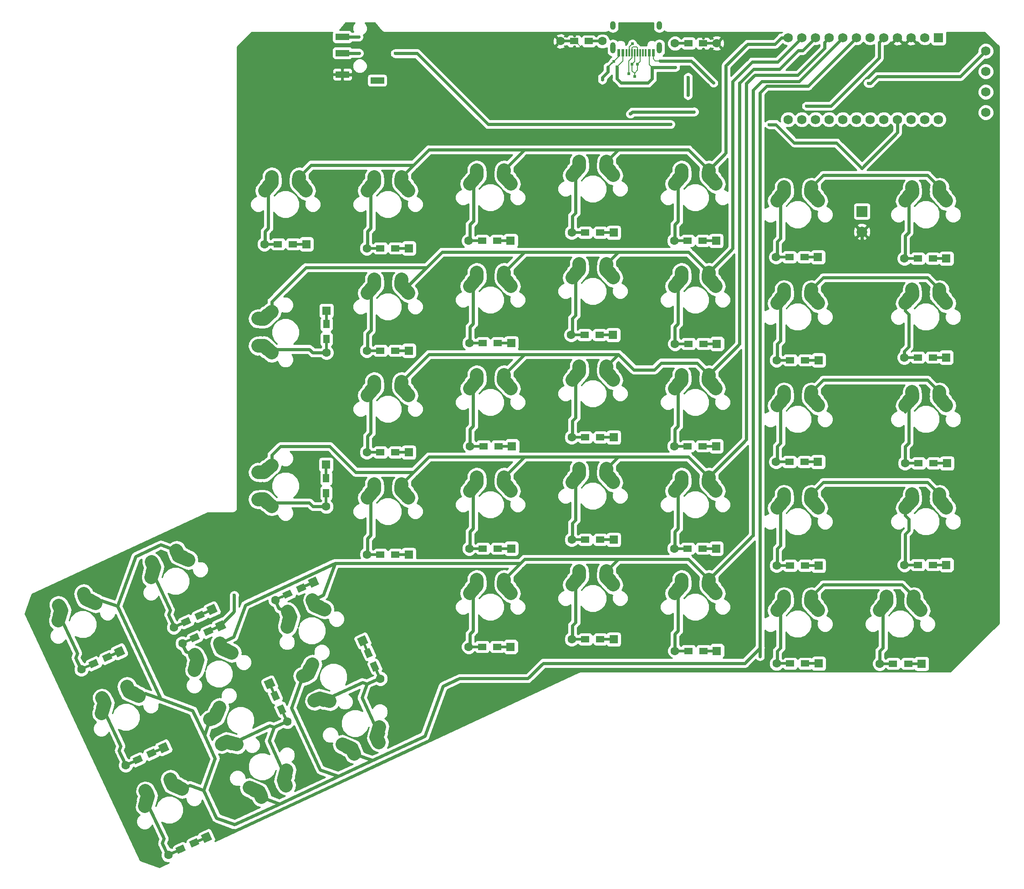
<source format=gbl>
G04 #@! TF.GenerationSoftware,KiCad,Pcbnew,(5.0.2)-1*
G04 #@! TF.CreationDate,2019-05-02T18:10:05+05:30*
G04 #@! TF.ProjectId,ErgodoxBle,4572676f-646f-4784-926c-652e6b696361,rev?*
G04 #@! TF.SameCoordinates,Original*
G04 #@! TF.FileFunction,Copper,L2,Bot*
G04 #@! TF.FilePolarity,Positive*
%FSLAX46Y46*%
G04 Gerber Fmt 4.6, Leading zero omitted, Abs format (unit mm)*
G04 Created by KiCad (PCBNEW (5.0.2)-1) date 5/2/2019 6:10:05 PM*
%MOMM*%
%LPD*%
G01*
G04 APERTURE LIST*
G04 #@! TA.AperFunction,ComponentPad*
%ADD10R,1.752600X1.752600*%
G04 #@! TD*
G04 #@! TA.AperFunction,ComponentPad*
%ADD11C,1.752600*%
G04 #@! TD*
G04 #@! TA.AperFunction,ViaPad*
%ADD12C,0.600000*%
G04 #@! TD*
G04 #@! TA.AperFunction,ComponentPad*
%ADD13O,1.000000X1.600000*%
G04 #@! TD*
G04 #@! TA.AperFunction,ComponentPad*
%ADD14O,1.000000X2.100000*%
G04 #@! TD*
G04 #@! TA.AperFunction,ComponentPad*
%ADD15C,2.000000*%
G04 #@! TD*
G04 #@! TA.AperFunction,SMDPad,CuDef*
%ADD16C,2.500000*%
G04 #@! TD*
G04 #@! TA.AperFunction,Conductor*
%ADD17C,2.500000*%
G04 #@! TD*
G04 #@! TA.AperFunction,ComponentPad*
%ADD18C,1.600000*%
G04 #@! TD*
G04 #@! TA.AperFunction,Conductor*
%ADD19C,0.100000*%
G04 #@! TD*
G04 #@! TA.AperFunction,Conductor*
%ADD20C,0.500000*%
G04 #@! TD*
G04 #@! TA.AperFunction,SMDPad,CuDef*
%ADD21C,1.200000*%
G04 #@! TD*
G04 #@! TA.AperFunction,Conductor*
%ADD22R,2.900000X0.500000*%
G04 #@! TD*
G04 #@! TA.AperFunction,SMDPad,CuDef*
%ADD23R,1.600000X1.200000*%
G04 #@! TD*
G04 #@! TA.AperFunction,ComponentPad*
%ADD24R,1.600000X1.600000*%
G04 #@! TD*
G04 #@! TA.AperFunction,Conductor*
%ADD25R,0.500000X2.900000*%
G04 #@! TD*
G04 #@! TA.AperFunction,SMDPad,CuDef*
%ADD26R,1.200000X1.600000*%
G04 #@! TD*
G04 #@! TA.AperFunction,SMDPad,CuDef*
%ADD27R,1.500000X1.200000*%
G04 #@! TD*
G04 #@! TA.AperFunction,SMDPad,CuDef*
%ADD28R,2.500000X1.200000*%
G04 #@! TD*
G04 #@! TA.AperFunction,ComponentPad*
%ADD29R,1.998980X1.998980*%
G04 #@! TD*
G04 #@! TA.AperFunction,ComponentPad*
%ADD30C,1.998980*%
G04 #@! TD*
G04 #@! TA.AperFunction,SMDPad,CuDef*
%ADD31R,0.600000X1.450000*%
G04 #@! TD*
G04 #@! TA.AperFunction,SMDPad,CuDef*
%ADD32R,0.300000X1.450000*%
G04 #@! TD*
G04 #@! TA.AperFunction,ViaPad*
%ADD33C,0.609600*%
G04 #@! TD*
G04 #@! TA.AperFunction,Conductor*
%ADD34C,0.600000*%
G04 #@! TD*
G04 #@! TA.AperFunction,Conductor*
%ADD35C,0.609600*%
G04 #@! TD*
G04 #@! TA.AperFunction,Conductor*
%ADD36C,1.016000*%
G04 #@! TD*
G04 #@! TA.AperFunction,Conductor*
%ADD37C,0.203200*%
G04 #@! TD*
G04 #@! TA.AperFunction,Conductor*
%ADD38C,0.508000*%
G04 #@! TD*
G04 #@! TA.AperFunction,Conductor*
%ADD39C,0.254000*%
G04 #@! TD*
G04 APERTURE END LIST*
D10*
G04 #@! TO.P,proMicro1,1*
G04 #@! TO.N,Net-(proMicro1-Pad1)*
X193814700Y-34079180D03*
D11*
G04 #@! TO.P,proMicro1,2*
G04 #@! TO.N,Net-(proMicro1-Pad2)*
X191274700Y-34079180D03*
G04 #@! TO.P,proMicro1,3*
G04 #@! TO.N,GND*
X188734700Y-34079180D03*
G04 #@! TO.P,proMicro1,4*
X186194700Y-34079180D03*
G04 #@! TO.P,proMicro1,5*
G04 #@! TO.N,/scl*
X183654700Y-34079180D03*
G04 #@! TO.P,proMicro1,6*
G04 #@! TO.N,Net-(proMicro1-Pad6)*
X181114700Y-34079180D03*
G04 #@! TO.P,proMicro1,7*
G04 #@! TO.N,/ROW0*
X178574700Y-34079180D03*
G04 #@! TO.P,proMicro1,8*
G04 #@! TO.N,/ROW1*
X176034700Y-34079180D03*
G04 #@! TO.P,proMicro1,9*
G04 #@! TO.N,/ROW2*
X173494700Y-34079180D03*
G04 #@! TO.P,proMicro1,10*
G04 #@! TO.N,/ROW3*
X170954700Y-34079180D03*
G04 #@! TO.P,proMicro1,11*
G04 #@! TO.N,/ROW4*
X168414700Y-34079180D03*
G04 #@! TO.P,proMicro1,13*
G04 #@! TO.N,Net-(proMicro1-Pad13)*
X165874700Y-49319180D03*
G04 #@! TO.P,proMicro1,14*
G04 #@! TO.N,/COL6*
X168414700Y-49319180D03*
G04 #@! TO.P,proMicro1,15*
G04 #@! TO.N,/COL5*
X170954700Y-49319180D03*
G04 #@! TO.P,proMicro1,16*
G04 #@! TO.N,/COL4*
X173494700Y-49319180D03*
G04 #@! TO.P,proMicro1,17*
G04 #@! TO.N,/COL10*
X176034700Y-49319180D03*
G04 #@! TO.P,proMicro1,18*
G04 #@! TO.N,/COL11*
X178574700Y-49319180D03*
G04 #@! TO.P,proMicro1,19*
G04 #@! TO.N,/COL1*
X181114700Y-49319180D03*
G04 #@! TO.P,proMicro1,20*
G04 #@! TO.N,/COL0*
X183654700Y-49319180D03*
G04 #@! TO.P,proMicro1,21*
G04 #@! TO.N,/Vcc*
X186194700Y-49319180D03*
G04 #@! TO.P,proMicro1,22*
G04 #@! TO.N,Net-(proMicro1-Pad22)*
X188734700Y-49319180D03*
G04 #@! TO.P,proMicro1,23*
G04 #@! TO.N,Net-(proMicro1-Pad23)*
X191274700Y-49319180D03*
G04 #@! TO.P,proMicro1,12*
G04 #@! TO.N,/ROW5*
X165874700Y-34079180D03*
G04 #@! TO.P,proMicro1,24*
G04 #@! TO.N,Net-(proMicro1-Pad24)*
X193814700Y-49319180D03*
G04 #@! TD*
D12*
G04 #@! TO.N,GND*
G04 #@! TO.C,REF\002A\002A*
X170159680Y-36822380D03*
G04 #@! TD*
G04 #@! TO.N,GND*
G04 #@! TO.C,REF\002A\002A*
X177101500Y-46916340D03*
G04 #@! TD*
G04 #@! TO.N,GND*
G04 #@! TO.C,REF\002A\002A*
X162140900Y-48503840D03*
G04 #@! TD*
G04 #@! TO.N,GND*
G04 #@! TO.C,REF\002A\002A*
X159763460Y-36936680D03*
G04 #@! TD*
G04 #@! TO.N,GND*
G04 #@! TO.C,REF\002A\002A*
X150469600Y-44043600D03*
G04 #@! TD*
G04 #@! TO.N,GND*
G04 #@! TO.C,REF\002A\002A*
X196042280Y-36195000D03*
G04 #@! TD*
G04 #@! TO.N,GND*
G04 #@! TO.C,REF\002A\002A*
X172420280Y-57858660D03*
G04 #@! TD*
G04 #@! TO.N,GND*
G04 #@! TO.C,REF\002A\002A*
X150329900Y-49222660D03*
G04 #@! TD*
G04 #@! TO.N,GND*
G04 #@! TO.C,REF\002A\002A*
X135061960Y-86997540D03*
G04 #@! TD*
G04 #@! TO.N,GND*
G04 #@! TO.C,REF\002A\002A*
X142651480Y-60540900D03*
G04 #@! TD*
G04 #@! TO.N,GND*
G04 #@! TO.C,REF\002A\002A*
X61645800Y-175115220D03*
G04 #@! TD*
G04 #@! TO.N,GND*
G04 #@! TO.C,REF\002A\002A*
X91511120Y-145577560D03*
G04 #@! TD*
G04 #@! TO.N,GND*
G04 #@! TO.C,REF\002A\002A*
X162575240Y-136880600D03*
G04 #@! TD*
G04 #@! TO.N,GND*
G04 #@! TO.C,REF\002A\002A*
X95105220Y-159026860D03*
G04 #@! TD*
G04 #@! TO.N,GND*
G04 #@! TO.C,REF\002A\002A*
X121033540Y-125747780D03*
G04 #@! TD*
G04 #@! TO.N,GND*
G04 #@! TO.C,REF\002A\002A*
X153748740Y-105521760D03*
G04 #@! TD*
G04 #@! TO.N,GND*
G04 #@! TO.C,REF\002A\002A*
X76817220Y-170964860D03*
G04 #@! TD*
G04 #@! TO.N,GND*
G04 #@! TO.C,REF\002A\002A*
X167307260Y-91142820D03*
G04 #@! TD*
G04 #@! TO.N,GND*
G04 #@! TO.C,REF\002A\002A*
X67729100Y-146011900D03*
G04 #@! TD*
G04 #@! TO.N,GND*
G04 #@! TO.C,REF\002A\002A*
X91927680Y-108143040D03*
G04 #@! TD*
G04 #@! TO.N,GND*
G04 #@! TO.C,REF\002A\002A*
X153616660Y-125072140D03*
G04 #@! TD*
G04 #@! TO.N,GND*
G04 #@! TO.C,REF\002A\002A*
X155684220Y-144373600D03*
G04 #@! TD*
G04 #@! TO.N,GND*
G04 #@! TO.C,REF\002A\002A*
X120710960Y-70007480D03*
G04 #@! TD*
G04 #@! TO.N,GND*
G04 #@! TO.C,REF\002A\002A*
X167858440Y-128920240D03*
G04 #@! TD*
G04 #@! TO.N,GND*
G04 #@! TO.C,REF\002A\002A*
X139593320Y-117977920D03*
G04 #@! TD*
G04 #@! TO.N,GND*
G04 #@! TO.C,REF\002A\002A*
X148978620Y-69171820D03*
G04 #@! TD*
G04 #@! TO.N,GND*
G04 #@! TO.C,REF\002A\002A*
X120467120Y-103477060D03*
G04 #@! TD*
G04 #@! TO.N,GND*
G04 #@! TO.C,REF\002A\002A*
X137896600Y-57279540D03*
G04 #@! TD*
G04 #@! TO.N,GND*
G04 #@! TO.C,REF\002A\002A*
X142128240Y-146964400D03*
G04 #@! TD*
G04 #@! TO.N,GND*
G04 #@! TO.C,REF\002A\002A*
X167538400Y-110556040D03*
G04 #@! TD*
G04 #@! TO.N,GND*
G04 #@! TO.C,REF\002A\002A*
X92557600Y-56159400D03*
G04 #@! TD*
G04 #@! TO.N,GND*
G04 #@! TO.C,REF\002A\002A*
X147830540Y-88282780D03*
G04 #@! TD*
G04 #@! TO.N,GND*
G04 #@! TO.C,REF\002A\002A*
X167185340Y-72024240D03*
G04 #@! TD*
G04 #@! TO.N,GND*
G04 #@! TO.C,REF\002A\002A*
X91417140Y-69938900D03*
G04 #@! TD*
G04 #@! TO.N,GND*
G04 #@! TO.C,REF\002A\002A*
X101914960Y-118054120D03*
G04 #@! TD*
G04 #@! TO.N,GND*
G04 #@! TO.C,REF\002A\002A*
X91577160Y-126342140D03*
G04 #@! TD*
G04 #@! TO.N,GND*
G04 #@! TO.C,REF\002A\002A*
X152669240Y-65961260D03*
G04 #@! TD*
G04 #@! TO.N,GND*
G04 #@! TO.C,REF\002A\002A*
X91089480Y-88673940D03*
G04 #@! TD*
D13*
G04 #@! TO.P,USB_C1,13*
G04 #@! TO.N,Net-(USB_C1-Pad13)*
X133271800Y-31810000D03*
X141911800Y-31810000D03*
D14*
X133271800Y-35990000D03*
X141911800Y-35990000D03*
G04 #@! TD*
D15*
G04 #@! TO.P,SW3:13,2*
G04 #@! TO.N,/ROW3*
X193952500Y-100602660D03*
X193992500Y-100022660D03*
G04 #@! TO.P,SW3:13,1*
G04 #@! TO.N,Net-(D3:0-Pad2)*
X188952500Y-101102660D03*
X187642500Y-102562660D03*
D16*
G04 #@! TO.P,SW3:13,2*
G04 #@! TO.N,/ROW3*
X194607500Y-101832660D03*
D17*
G04 #@! TD*
G04 #@! TO.N,/ROW3*
G04 #@! TO.C,SW3:13*
X195262495Y-102562664D02*
X193952505Y-101102656D01*
D16*
G04 #@! TO.P,SW3:13,1*
G04 #@! TO.N,Net-(D3:0-Pad2)*
X188297500Y-101832660D03*
D17*
G04 #@! TD*
G04 #@! TO.N,Net-(D3:0-Pad2)*
G04 #@! TO.C,SW3:13*
X187642505Y-102562664D02*
X188952495Y-101102656D01*
D15*
G04 #@! TO.P,SW3:13,2*
G04 #@! TO.N,/ROW3*
X193952500Y-101102660D03*
X195262500Y-102562660D03*
D16*
G04 #@! TO.P,SW3:13,1*
G04 #@! TO.N,Net-(D3:0-Pad2)*
X188932500Y-100312660D03*
D17*
G04 #@! TD*
G04 #@! TO.N,Net-(D3:0-Pad2)*
G04 #@! TO.C,SW3:13*
X188912501Y-100022660D02*
X188952499Y-100602660D01*
D15*
G04 #@! TO.P,SW3:13,1*
G04 #@! TO.N,Net-(D3:0-Pad2)*
X188952500Y-100602660D03*
X188912500Y-100022660D03*
D16*
G04 #@! TO.P,SW3:13,2*
G04 #@! TO.N,/ROW3*
X193972500Y-100312660D03*
D17*
G04 #@! TD*
G04 #@! TO.N,/ROW3*
G04 #@! TO.C,SW3:13*
X193992499Y-100022660D02*
X193952501Y-100602660D01*
D15*
G04 #@! TO.P,SW2:13,2*
G04 #@! TO.N,/ROW2*
X193952500Y-119652660D03*
X193992500Y-119072660D03*
G04 #@! TO.P,SW2:13,1*
G04 #@! TO.N,Net-(D2:0-Pad2)*
X188952500Y-120152660D03*
X187642500Y-121612660D03*
D16*
G04 #@! TO.P,SW2:13,2*
G04 #@! TO.N,/ROW2*
X194607500Y-120882660D03*
D17*
G04 #@! TD*
G04 #@! TO.N,/ROW2*
G04 #@! TO.C,SW2:13*
X195262495Y-121612664D02*
X193952505Y-120152656D01*
D16*
G04 #@! TO.P,SW2:13,1*
G04 #@! TO.N,Net-(D2:0-Pad2)*
X188297500Y-120882660D03*
D17*
G04 #@! TD*
G04 #@! TO.N,Net-(D2:0-Pad2)*
G04 #@! TO.C,SW2:13*
X187642505Y-121612664D02*
X188952495Y-120152656D01*
D15*
G04 #@! TO.P,SW2:13,2*
G04 #@! TO.N,/ROW2*
X193952500Y-120152660D03*
X195262500Y-121612660D03*
D16*
G04 #@! TO.P,SW2:13,1*
G04 #@! TO.N,Net-(D2:0-Pad2)*
X188932500Y-119362660D03*
D17*
G04 #@! TD*
G04 #@! TO.N,Net-(D2:0-Pad2)*
G04 #@! TO.C,SW2:13*
X188912501Y-119072660D02*
X188952499Y-119652660D01*
D15*
G04 #@! TO.P,SW2:13,1*
G04 #@! TO.N,Net-(D2:0-Pad2)*
X188952500Y-119652660D03*
X188912500Y-119072660D03*
D16*
G04 #@! TO.P,SW2:13,2*
G04 #@! TO.N,/ROW2*
X193972500Y-119362660D03*
D17*
G04 #@! TD*
G04 #@! TO.N,/ROW2*
G04 #@! TO.C,SW2:13*
X193992499Y-119072660D02*
X193952501Y-119652660D01*
D18*
G04 #@! TO.P,D0:1,1*
G04 #@! TO.N,/COL1*
X57705180Y-182900569D03*
D19*
G04 #@! TD*
G04 #@! TO.N,/COL1*
G04 #@! TO.C,D0:1*
G36*
X57318228Y-183963710D02*
X56642039Y-182513617D01*
X58092132Y-181837428D01*
X58768321Y-183287521D01*
X57318228Y-183963710D01*
X57318228Y-183963710D01*
G37*
D18*
G04 #@! TO.P,D0:1,2*
G04 #@! TO.N,Net-(D0:1-Pad2)*
X50635980Y-186196991D03*
D20*
G04 #@! TD*
G04 #@! TO.N,/COL1*
G04 #@! TO.C,D0:1*
X56436349Y-183492233D03*
D19*
G04 #@! TO.N,/COL1*
G04 #@! TO.C,D0:1*
G36*
X55227857Y-184331606D02*
X55016548Y-183878453D01*
X57644841Y-182652860D01*
X57856150Y-183106013D01*
X55227857Y-184331606D01*
X55227857Y-184331606D01*
G37*
D21*
G04 #@! TD*
G04 #@! TO.P,D0:1,1*
G04 #@! TO.N,/COL1*
X55439411Y-183957114D03*
D19*
G04 #@! TO.N,/COL1*
G04 #@! TO.C,D0:1*
G36*
X54967936Y-184838993D02*
X54460794Y-183751424D01*
X55910886Y-183075235D01*
X56418028Y-184162804D01*
X54967936Y-184838993D01*
X54967936Y-184838993D01*
G37*
D21*
G04 #@! TD*
G04 #@! TO.P,D0:1,2*
G04 #@! TO.N,Net-(D0:1-Pad2)*
X52901749Y-185140446D03*
D19*
G04 #@! TO.N,Net-(D0:1-Pad2)*
G04 #@! TO.C,D0:1*
G36*
X52430274Y-186022325D02*
X51923132Y-184934756D01*
X53373224Y-184258567D01*
X53880366Y-185346136D01*
X52430274Y-186022325D01*
X52430274Y-186022325D01*
G37*
D20*
X51904811Y-185605327D03*
D19*
G36*
X50696319Y-186444700D02*
X50485010Y-185991547D01*
X53113303Y-184765954D01*
X53324612Y-185219107D01*
X50696319Y-186444700D01*
X50696319Y-186444700D01*
G37*
G04 #@! TD*
D20*
G04 #@! TO.N,Net-(D0:2-Pad2)*
G04 #@! TO.C,D0:2*
X72136001Y-160121600D03*
D19*
G36*
X72975374Y-161330092D02*
X72522221Y-161541401D01*
X71296628Y-158913108D01*
X71749781Y-158701799D01*
X72975374Y-161330092D01*
X72975374Y-161330092D01*
G37*
D21*
G04 #@! TD*
G04 #@! TO.P,D0:2,2*
G04 #@! TO.N,Net-(D0:2-Pad2)*
X71671120Y-159124662D03*
D19*
G04 #@! TO.N,Net-(D0:2-Pad2)*
G04 #@! TO.C,D0:2*
G36*
X72552999Y-159596137D02*
X71465430Y-160103279D01*
X70789241Y-158653187D01*
X71876810Y-158146045D01*
X72552999Y-159596137D01*
X72552999Y-159596137D01*
G37*
D21*
G04 #@! TD*
G04 #@! TO.P,D0:2,1*
G04 #@! TO.N,/COL11*
X70487788Y-156587000D03*
D19*
G04 #@! TO.N,/COL11*
G04 #@! TO.C,D0:2*
G36*
X71369667Y-157058475D02*
X70282098Y-157565617D01*
X69605909Y-156115525D01*
X70693478Y-155608383D01*
X71369667Y-157058475D01*
X71369667Y-157058475D01*
G37*
D20*
X70022907Y-155590062D03*
D19*
G36*
X70862280Y-156798554D02*
X70409127Y-157009863D01*
X69183534Y-154381570D01*
X69636687Y-154170261D01*
X70862280Y-156798554D01*
X70862280Y-156798554D01*
G37*
D18*
G04 #@! TD*
G04 #@! TO.P,D0:2,2*
G04 #@! TO.N,Net-(D0:2-Pad2)*
X72727665Y-161390431D03*
G04 #@! TO.P,D0:2,1*
G04 #@! TO.N,/COL11*
X69431243Y-154321231D03*
D19*
G04 #@! TD*
G04 #@! TO.N,/COL11*
G04 #@! TO.C,D0:2*
G36*
X70494384Y-154708183D02*
X69044291Y-155384372D01*
X68368102Y-153934279D01*
X69818195Y-153258090D01*
X70494384Y-154708183D01*
X70494384Y-154708183D01*
G37*
D18*
G04 #@! TO.P,D0:3,1*
G04 #@! TO.N,/COL10*
X86743789Y-146325400D03*
D19*
G04 #@! TD*
G04 #@! TO.N,/COL10*
G04 #@! TO.C,D0:3*
G36*
X87806930Y-146712352D02*
X86356837Y-147388541D01*
X85680648Y-145938448D01*
X87130741Y-145262259D01*
X87806930Y-146712352D01*
X87806930Y-146712352D01*
G37*
D18*
G04 #@! TO.P,D0:3,2*
G04 #@! TO.N,Net-(D0:3-Pad2)*
X90040211Y-153394600D03*
D20*
G04 #@! TD*
G04 #@! TO.N,/COL10*
G04 #@! TO.C,D0:3*
X87335453Y-147594231D03*
D19*
G04 #@! TO.N,/COL10*
G04 #@! TO.C,D0:3*
G36*
X88174826Y-148802723D02*
X87721673Y-149014032D01*
X86496080Y-146385739D01*
X86949233Y-146174430D01*
X88174826Y-148802723D01*
X88174826Y-148802723D01*
G37*
D21*
G04 #@! TD*
G04 #@! TO.P,D0:3,1*
G04 #@! TO.N,/COL10*
X87800334Y-148591169D03*
D19*
G04 #@! TO.N,/COL10*
G04 #@! TO.C,D0:3*
G36*
X88682213Y-149062644D02*
X87594644Y-149569786D01*
X86918455Y-148119694D01*
X88006024Y-147612552D01*
X88682213Y-149062644D01*
X88682213Y-149062644D01*
G37*
D21*
G04 #@! TD*
G04 #@! TO.P,D0:3,2*
G04 #@! TO.N,Net-(D0:3-Pad2)*
X88983666Y-151128831D03*
D19*
G04 #@! TO.N,Net-(D0:3-Pad2)*
G04 #@! TO.C,D0:3*
G36*
X89865545Y-151600306D02*
X88777976Y-152107448D01*
X88101787Y-150657356D01*
X89189356Y-150150214D01*
X89865545Y-151600306D01*
X89865545Y-151600306D01*
G37*
D20*
X89448547Y-152125769D03*
D19*
G36*
X90287920Y-153334261D02*
X89834767Y-153545570D01*
X88609174Y-150917277D01*
X89062327Y-150705968D01*
X90287920Y-153334261D01*
X90287920Y-153334261D01*
G37*
G04 #@! TD*
D20*
G04 #@! TO.N,Net-(D0:4-Pad2)*
G04 #@! TO.C,D0:4*
X43942000Y-168910001D03*
D19*
G36*
X42733508Y-169749374D02*
X42522199Y-169296221D01*
X45150492Y-168070628D01*
X45361801Y-168523781D01*
X42733508Y-169749374D01*
X42733508Y-169749374D01*
G37*
D21*
G04 #@! TD*
G04 #@! TO.P,D0:4,2*
G04 #@! TO.N,Net-(D0:4-Pad2)*
X44938938Y-168445120D03*
D19*
G04 #@! TO.N,Net-(D0:4-Pad2)*
G04 #@! TO.C,D0:4*
G36*
X44467463Y-169326999D02*
X43960321Y-168239430D01*
X45410413Y-167563241D01*
X45917555Y-168650810D01*
X44467463Y-169326999D01*
X44467463Y-169326999D01*
G37*
D21*
G04 #@! TD*
G04 #@! TO.P,D0:4,1*
G04 #@! TO.N,/COL4*
X47476600Y-167261788D03*
D19*
G04 #@! TO.N,/COL4*
G04 #@! TO.C,D0:4*
G36*
X47005125Y-168143667D02*
X46497983Y-167056098D01*
X47948075Y-166379909D01*
X48455217Y-167467478D01*
X47005125Y-168143667D01*
X47005125Y-168143667D01*
G37*
D20*
X48473538Y-166796907D03*
D19*
G36*
X47265046Y-167636280D02*
X47053737Y-167183127D01*
X49682030Y-165957534D01*
X49893339Y-166410687D01*
X47265046Y-167636280D01*
X47265046Y-167636280D01*
G37*
D18*
G04 #@! TD*
G04 #@! TO.P,D0:4,2*
G04 #@! TO.N,Net-(D0:4-Pad2)*
X42673169Y-169501665D03*
G04 #@! TO.P,D0:4,1*
G04 #@! TO.N,/COL4*
X49742369Y-166205243D03*
D19*
G04 #@! TD*
G04 #@! TO.N,/COL4*
G04 #@! TO.C,D0:4*
G36*
X49355417Y-167268384D02*
X48679228Y-165818291D01*
X50129321Y-165142102D01*
X50805510Y-166592195D01*
X49355417Y-167268384D01*
X49355417Y-167268384D01*
G37*
D18*
G04 #@! TO.P,D0:5,1*
G04 #@! TO.N,/COL5*
X58708569Y-140525843D03*
D19*
G04 #@! TD*
G04 #@! TO.N,/COL5*
G04 #@! TO.C,D0:5*
G36*
X58321617Y-141588984D02*
X57645428Y-140138891D01*
X59095521Y-139462702D01*
X59771710Y-140912795D01*
X58321617Y-141588984D01*
X58321617Y-141588984D01*
G37*
D18*
G04 #@! TO.P,D0:5,2*
G04 #@! TO.N,Net-(D0:5-Pad2)*
X51639369Y-143822265D03*
D20*
G04 #@! TD*
G04 #@! TO.N,/COL5*
G04 #@! TO.C,D0:5*
X57439738Y-141117507D03*
D19*
G04 #@! TO.N,/COL5*
G04 #@! TO.C,D0:5*
G36*
X56231246Y-141956880D02*
X56019937Y-141503727D01*
X58648230Y-140278134D01*
X58859539Y-140731287D01*
X56231246Y-141956880D01*
X56231246Y-141956880D01*
G37*
D21*
G04 #@! TD*
G04 #@! TO.P,D0:5,1*
G04 #@! TO.N,/COL5*
X56442800Y-141582388D03*
D19*
G04 #@! TO.N,/COL5*
G04 #@! TO.C,D0:5*
G36*
X55971325Y-142464267D02*
X55464183Y-141376698D01*
X56914275Y-140700509D01*
X57421417Y-141788078D01*
X55971325Y-142464267D01*
X55971325Y-142464267D01*
G37*
D21*
G04 #@! TD*
G04 #@! TO.P,D0:5,2*
G04 #@! TO.N,Net-(D0:5-Pad2)*
X53905138Y-142765720D03*
D19*
G04 #@! TO.N,Net-(D0:5-Pad2)*
G04 #@! TO.C,D0:5*
G36*
X53433663Y-143647599D02*
X52926521Y-142560030D01*
X54376613Y-141883841D01*
X54883755Y-142971410D01*
X53433663Y-143647599D01*
X53433663Y-143647599D01*
G37*
D20*
X52908200Y-143230601D03*
D19*
G36*
X51699708Y-144069974D02*
X51488399Y-143616821D01*
X54116692Y-142391228D01*
X54328001Y-142844381D01*
X51699708Y-144069974D01*
X51699708Y-144069974D01*
G37*
G04 #@! TD*
D20*
G04 #@! TO.N,Net-(D0:6-Pad2)*
G04 #@! TO.C,D0:6*
X35707231Y-151043547D03*
D19*
G36*
X34498739Y-151882920D02*
X34287430Y-151429767D01*
X36915723Y-150204174D01*
X37127032Y-150657327D01*
X34498739Y-151882920D01*
X34498739Y-151882920D01*
G37*
D21*
G04 #@! TD*
G04 #@! TO.P,D0:6,2*
G04 #@! TO.N,Net-(D0:6-Pad2)*
X36704169Y-150578666D03*
D19*
G04 #@! TO.N,Net-(D0:6-Pad2)*
G04 #@! TO.C,D0:6*
G36*
X36232694Y-151460545D02*
X35725552Y-150372976D01*
X37175644Y-149696787D01*
X37682786Y-150784356D01*
X36232694Y-151460545D01*
X36232694Y-151460545D01*
G37*
D21*
G04 #@! TD*
G04 #@! TO.P,D0:6,1*
G04 #@! TO.N,/COL6*
X39241831Y-149395334D03*
D19*
G04 #@! TO.N,/COL6*
G04 #@! TO.C,D0:6*
G36*
X38770356Y-150277213D02*
X38263214Y-149189644D01*
X39713306Y-148513455D01*
X40220448Y-149601024D01*
X38770356Y-150277213D01*
X38770356Y-150277213D01*
G37*
D20*
X40238769Y-148930453D03*
D19*
G36*
X39030277Y-149769826D02*
X38818968Y-149316673D01*
X41447261Y-148091080D01*
X41658570Y-148544233D01*
X39030277Y-149769826D01*
X39030277Y-149769826D01*
G37*
D18*
G04 #@! TD*
G04 #@! TO.P,D0:6,2*
G04 #@! TO.N,Net-(D0:6-Pad2)*
X34438400Y-151635211D03*
G04 #@! TO.P,D0:6,1*
G04 #@! TO.N,/COL6*
X41507600Y-148338789D03*
D19*
G04 #@! TD*
G04 #@! TO.N,/COL6*
G04 #@! TO.C,D0:6*
G36*
X41120648Y-149401930D02*
X40444459Y-147951837D01*
X41894552Y-147275648D01*
X42570741Y-148725741D01*
X41120648Y-149401930D01*
X41120648Y-149401930D01*
G37*
D22*
G04 #@! TO.N,Net-(D1:0-Pad2)*
G04 #@! TO.C,D1:0*
X184283980Y-150588980D03*
D23*
G04 #@! TD*
G04 #@! TO.P,D1:0,2*
G04 #@! TO.N,Net-(D1:0-Pad2)*
X185383980Y-150588980D03*
G04 #@! TO.P,D1:0,1*
G04 #@! TO.N,/COL0*
X188183980Y-150588980D03*
D22*
G04 #@! TD*
G04 #@! TO.N,/COL0*
G04 #@! TO.C,D1:0*
X189283980Y-150588980D03*
D18*
G04 #@! TO.P,D1:0,2*
G04 #@! TO.N,Net-(D1:0-Pad2)*
X182883980Y-150588980D03*
D24*
G04 #@! TO.P,D1:0,1*
G04 #@! TO.N,/COL0*
X190683980Y-150588980D03*
G04 #@! TD*
D22*
G04 #@! TO.N,Net-(D1:2-Pad2)*
G04 #@! TO.C,D1:2*
X146217000Y-148209000D03*
D23*
G04 #@! TD*
G04 #@! TO.P,D1:2,2*
G04 #@! TO.N,Net-(D1:2-Pad2)*
X147317000Y-148209000D03*
G04 #@! TO.P,D1:2,1*
G04 #@! TO.N,/COL11*
X150117000Y-148209000D03*
D22*
G04 #@! TD*
G04 #@! TO.N,/COL11*
G04 #@! TO.C,D1:2*
X151217000Y-148209000D03*
D18*
G04 #@! TO.P,D1:2,2*
G04 #@! TO.N,Net-(D1:2-Pad2)*
X144817000Y-148209000D03*
D24*
G04 #@! TO.P,D1:2,1*
G04 #@! TO.N,/COL11*
X152617000Y-148209000D03*
G04 #@! TD*
G04 #@! TO.P,D1:3,1*
G04 #@! TO.N,/COL10*
X133440000Y-146050000D03*
D18*
G04 #@! TO.P,D1:3,2*
G04 #@! TO.N,Net-(D1:3-Pad2)*
X125640000Y-146050000D03*
D22*
G04 #@! TD*
G04 #@! TO.N,/COL10*
G04 #@! TO.C,D1:3*
X132040000Y-146050000D03*
D23*
G04 #@! TO.P,D1:3,1*
G04 #@! TO.N,/COL10*
X130940000Y-146050000D03*
G04 #@! TO.P,D1:3,2*
G04 #@! TO.N,Net-(D1:3-Pad2)*
X128140000Y-146050000D03*
D22*
G04 #@! TD*
G04 #@! TO.N,Net-(D1:3-Pad2)*
G04 #@! TO.C,D1:3*
X127040000Y-146050000D03*
G04 #@! TO.N,Net-(D1:4-Pad2)*
G04 #@! TO.C,D1:4*
X107863000Y-147447000D03*
D23*
G04 #@! TD*
G04 #@! TO.P,D1:4,2*
G04 #@! TO.N,Net-(D1:4-Pad2)*
X108963000Y-147447000D03*
G04 #@! TO.P,D1:4,1*
G04 #@! TO.N,/COL4*
X111763000Y-147447000D03*
D22*
G04 #@! TD*
G04 #@! TO.N,/COL4*
G04 #@! TO.C,D1:4*
X112863000Y-147447000D03*
D18*
G04 #@! TO.P,D1:4,2*
G04 #@! TO.N,Net-(D1:4-Pad2)*
X106463000Y-147447000D03*
D24*
G04 #@! TO.P,D1:4,1*
G04 #@! TO.N,/COL4*
X114263000Y-147447000D03*
G04 #@! TD*
D20*
G04 #@! TO.N,Net-(D1:5-Pad2)*
G04 #@! TO.C,D1:5*
X71775231Y-138132881D03*
D19*
G36*
X70566739Y-138972254D02*
X70355430Y-138519101D01*
X72983723Y-137293508D01*
X73195032Y-137746661D01*
X70566739Y-138972254D01*
X70566739Y-138972254D01*
G37*
D21*
G04 #@! TD*
G04 #@! TO.P,D1:5,2*
G04 #@! TO.N,Net-(D1:5-Pad2)*
X72772169Y-137668000D03*
D19*
G04 #@! TO.N,Net-(D1:5-Pad2)*
G04 #@! TO.C,D1:5*
G36*
X72300694Y-138549879D02*
X71793552Y-137462310D01*
X73243644Y-136786121D01*
X73750786Y-137873690D01*
X72300694Y-138549879D01*
X72300694Y-138549879D01*
G37*
D21*
G04 #@! TD*
G04 #@! TO.P,D1:5,1*
G04 #@! TO.N,/COL5*
X75309831Y-136484668D03*
D19*
G04 #@! TO.N,/COL5*
G04 #@! TO.C,D1:5*
G36*
X74838356Y-137366547D02*
X74331214Y-136278978D01*
X75781306Y-135602789D01*
X76288448Y-136690358D01*
X74838356Y-137366547D01*
X74838356Y-137366547D01*
G37*
D20*
X76306769Y-136019787D03*
D19*
G36*
X75098277Y-136859160D02*
X74886968Y-136406007D01*
X77515261Y-135180414D01*
X77726570Y-135633567D01*
X75098277Y-136859160D01*
X75098277Y-136859160D01*
G37*
D18*
G04 #@! TD*
G04 #@! TO.P,D1:5,2*
G04 #@! TO.N,Net-(D1:5-Pad2)*
X70506400Y-138724545D03*
G04 #@! TO.P,D1:5,1*
G04 #@! TO.N,/COL5*
X77575600Y-135428123D03*
D19*
G04 #@! TD*
G04 #@! TO.N,/COL5*
G04 #@! TO.C,D1:5*
G36*
X77188648Y-136491264D02*
X76512459Y-135041171D01*
X77962552Y-134364982D01*
X78638741Y-135815075D01*
X77188648Y-136491264D01*
X77188648Y-136491264D01*
G37*
D18*
G04 #@! TO.P,D1:6,1*
G04 #@! TO.N,/COL6*
X60303600Y-143512789D03*
D19*
G04 #@! TD*
G04 #@! TO.N,/COL6*
G04 #@! TO.C,D1:6*
G36*
X59916648Y-144575930D02*
X59240459Y-143125837D01*
X60690552Y-142449648D01*
X61366741Y-143899741D01*
X59916648Y-144575930D01*
X59916648Y-144575930D01*
G37*
D18*
G04 #@! TO.P,D1:6,2*
G04 #@! TO.N,Net-(D1:6-Pad2)*
X53234400Y-146809211D03*
D20*
G04 #@! TD*
G04 #@! TO.N,/COL6*
G04 #@! TO.C,D1:6*
X59034769Y-144104453D03*
D19*
G04 #@! TO.N,/COL6*
G04 #@! TO.C,D1:6*
G36*
X57826277Y-144943826D02*
X57614968Y-144490673D01*
X60243261Y-143265080D01*
X60454570Y-143718233D01*
X57826277Y-144943826D01*
X57826277Y-144943826D01*
G37*
D21*
G04 #@! TD*
G04 #@! TO.P,D1:6,1*
G04 #@! TO.N,/COL6*
X58037831Y-144569334D03*
D19*
G04 #@! TO.N,/COL6*
G04 #@! TO.C,D1:6*
G36*
X57566356Y-145451213D02*
X57059214Y-144363644D01*
X58509306Y-143687455D01*
X59016448Y-144775024D01*
X57566356Y-145451213D01*
X57566356Y-145451213D01*
G37*
D21*
G04 #@! TD*
G04 #@! TO.P,D1:6,2*
G04 #@! TO.N,Net-(D1:6-Pad2)*
X55500169Y-145752666D03*
D19*
G04 #@! TO.N,Net-(D1:6-Pad2)*
G04 #@! TO.C,D1:6*
G36*
X55028694Y-146634545D02*
X54521552Y-145546976D01*
X55971644Y-144870787D01*
X56478786Y-145958356D01*
X55028694Y-146634545D01*
X55028694Y-146634545D01*
G37*
D20*
X54503231Y-146217547D03*
D19*
G36*
X53294739Y-147056920D02*
X53083430Y-146603767D01*
X55711723Y-145378174D01*
X55923032Y-145831327D01*
X53294739Y-147056920D01*
X53294739Y-147056920D01*
G37*
G04 #@! TD*
D22*
G04 #@! TO.N,Net-(D1:!1-Pad2)*
G04 #@! TO.C,D1:!1*
X165140000Y-150563580D03*
D23*
G04 #@! TD*
G04 #@! TO.P,D1:!1,2*
G04 #@! TO.N,Net-(D1:!1-Pad2)*
X166240000Y-150563580D03*
G04 #@! TO.P,D1:!1,1*
G04 #@! TO.N,/COL1*
X169040000Y-150563580D03*
D22*
G04 #@! TD*
G04 #@! TO.N,/COL1*
G04 #@! TO.C,D1:!1*
X170140000Y-150563580D03*
D18*
G04 #@! TO.P,D1:!1,2*
G04 #@! TO.N,Net-(D1:!1-Pad2)*
X163740000Y-150563580D03*
D24*
G04 #@! TO.P,D1:!1,1*
G04 #@! TO.N,/COL1*
X171540000Y-150563580D03*
G04 #@! TD*
G04 #@! TO.P,D2:0,1*
G04 #@! TO.N,/COL0*
X195289000Y-132207000D03*
D18*
G04 #@! TO.P,D2:0,2*
G04 #@! TO.N,Net-(D2:0-Pad2)*
X187489000Y-132207000D03*
D22*
G04 #@! TD*
G04 #@! TO.N,/COL0*
G04 #@! TO.C,D2:0*
X193889000Y-132207000D03*
D23*
G04 #@! TO.P,D2:0,1*
G04 #@! TO.N,/COL0*
X192789000Y-132207000D03*
G04 #@! TO.P,D2:0,2*
G04 #@! TO.N,Net-(D2:0-Pad2)*
X189989000Y-132207000D03*
D22*
G04 #@! TD*
G04 #@! TO.N,Net-(D2:0-Pad2)*
G04 #@! TO.C,D2:0*
X188889000Y-132207000D03*
D24*
G04 #@! TO.P,D2:1,1*
G04 #@! TO.N,/COL1*
X171540000Y-132334000D03*
D18*
G04 #@! TO.P,D2:1,2*
G04 #@! TO.N,Net-(D2:1-Pad2)*
X163740000Y-132334000D03*
D22*
G04 #@! TD*
G04 #@! TO.N,/COL1*
G04 #@! TO.C,D2:1*
X170140000Y-132334000D03*
D23*
G04 #@! TO.P,D2:1,1*
G04 #@! TO.N,/COL1*
X169040000Y-132334000D03*
G04 #@! TO.P,D2:1,2*
G04 #@! TO.N,Net-(D2:1-Pad2)*
X166240000Y-132334000D03*
D22*
G04 #@! TD*
G04 #@! TO.N,Net-(D2:1-Pad2)*
G04 #@! TO.C,D2:1*
X165140000Y-132334000D03*
G04 #@! TO.N,Net-(D2:2-Pad2)*
G04 #@! TO.C,D2:2*
X146090000Y-129159000D03*
D23*
G04 #@! TD*
G04 #@! TO.P,D2:2,2*
G04 #@! TO.N,Net-(D2:2-Pad2)*
X147190000Y-129159000D03*
G04 #@! TO.P,D2:2,1*
G04 #@! TO.N,/COL11*
X149990000Y-129159000D03*
D22*
G04 #@! TD*
G04 #@! TO.N,/COL11*
G04 #@! TO.C,D2:2*
X151090000Y-129159000D03*
D18*
G04 #@! TO.P,D2:2,2*
G04 #@! TO.N,Net-(D2:2-Pad2)*
X144690000Y-129159000D03*
D24*
G04 #@! TO.P,D2:2,1*
G04 #@! TO.N,/COL11*
X152490000Y-129159000D03*
G04 #@! TD*
G04 #@! TO.P,D2:3,1*
G04 #@! TO.N,/COL10*
X133440000Y-127508000D03*
D18*
G04 #@! TO.P,D2:3,2*
G04 #@! TO.N,Net-(D2:3-Pad2)*
X125640000Y-127508000D03*
D22*
G04 #@! TD*
G04 #@! TO.N,/COL10*
G04 #@! TO.C,D2:3*
X132040000Y-127508000D03*
D23*
G04 #@! TO.P,D2:3,1*
G04 #@! TO.N,/COL10*
X130940000Y-127508000D03*
G04 #@! TO.P,D2:3,2*
G04 #@! TO.N,Net-(D2:3-Pad2)*
X128140000Y-127508000D03*
D22*
G04 #@! TD*
G04 #@! TO.N,Net-(D2:3-Pad2)*
G04 #@! TO.C,D2:3*
X127040000Y-127508000D03*
G04 #@! TO.N,Net-(D2:4-Pad2)*
G04 #@! TO.C,D2:4*
X107990000Y-129159000D03*
D23*
G04 #@! TD*
G04 #@! TO.P,D2:4,2*
G04 #@! TO.N,Net-(D2:4-Pad2)*
X109090000Y-129159000D03*
G04 #@! TO.P,D2:4,1*
G04 #@! TO.N,/COL4*
X111890000Y-129159000D03*
D22*
G04 #@! TD*
G04 #@! TO.N,/COL4*
G04 #@! TO.C,D2:4*
X112990000Y-129159000D03*
D18*
G04 #@! TO.P,D2:4,2*
G04 #@! TO.N,Net-(D2:4-Pad2)*
X106590000Y-129159000D03*
D24*
G04 #@! TO.P,D2:4,1*
G04 #@! TO.N,/COL4*
X114390000Y-129159000D03*
G04 #@! TD*
G04 #@! TO.P,D2:5,1*
G04 #@! TO.N,/COL5*
X95340000Y-130302000D03*
D18*
G04 #@! TO.P,D2:5,2*
G04 #@! TO.N,Net-(D2:5-Pad2)*
X87540000Y-130302000D03*
D22*
G04 #@! TD*
G04 #@! TO.N,/COL5*
G04 #@! TO.C,D2:5*
X93940000Y-130302000D03*
D23*
G04 #@! TO.P,D2:5,1*
G04 #@! TO.N,/COL5*
X92840000Y-130302000D03*
G04 #@! TO.P,D2:5,2*
G04 #@! TO.N,Net-(D2:5-Pad2)*
X90040000Y-130302000D03*
D22*
G04 #@! TD*
G04 #@! TO.N,Net-(D2:5-Pad2)*
G04 #@! TO.C,D2:5*
X88940000Y-130302000D03*
D25*
G04 #@! TO.N,Net-(D2:6-Pad2)*
G04 #@! TO.C,D2:6*
X79959200Y-119949600D03*
D26*
G04 #@! TD*
G04 #@! TO.P,D2:6,2*
G04 #@! TO.N,Net-(D2:6-Pad2)*
X79959200Y-118849600D03*
G04 #@! TO.P,D2:6,1*
G04 #@! TO.N,/COL6*
X79959200Y-116049600D03*
D25*
G04 #@! TD*
G04 #@! TO.N,/COL6*
G04 #@! TO.C,D2:6*
X79959200Y-114949600D03*
D18*
G04 #@! TO.P,D2:6,2*
G04 #@! TO.N,Net-(D2:6-Pad2)*
X79959200Y-121349600D03*
D24*
G04 #@! TO.P,D2:6,1*
G04 #@! TO.N,/COL6*
X79959200Y-113549600D03*
G04 #@! TD*
D22*
G04 #@! TO.N,Net-(D3:0-Pad2)*
G04 #@! TO.C,D3:0*
X189016000Y-113284000D03*
D23*
G04 #@! TD*
G04 #@! TO.P,D3:0,2*
G04 #@! TO.N,Net-(D3:0-Pad2)*
X190116000Y-113284000D03*
G04 #@! TO.P,D3:0,1*
G04 #@! TO.N,/COL0*
X192916000Y-113284000D03*
D22*
G04 #@! TD*
G04 #@! TO.N,/COL0*
G04 #@! TO.C,D3:0*
X194016000Y-113284000D03*
D18*
G04 #@! TO.P,D3:0,2*
G04 #@! TO.N,Net-(D3:0-Pad2)*
X187616000Y-113284000D03*
D24*
G04 #@! TO.P,D3:0,1*
G04 #@! TO.N,/COL0*
X195416000Y-113284000D03*
G04 #@! TD*
G04 #@! TO.P,D3:1,1*
G04 #@! TO.N,/COL1*
X171413000Y-113030000D03*
D18*
G04 #@! TO.P,D3:1,2*
G04 #@! TO.N,Net-(D3:1-Pad2)*
X163613000Y-113030000D03*
D22*
G04 #@! TD*
G04 #@! TO.N,/COL1*
G04 #@! TO.C,D3:1*
X170013000Y-113030000D03*
D23*
G04 #@! TO.P,D3:1,1*
G04 #@! TO.N,/COL1*
X168913000Y-113030000D03*
G04 #@! TO.P,D3:1,2*
G04 #@! TO.N,Net-(D3:1-Pad2)*
X166113000Y-113030000D03*
D22*
G04 #@! TD*
G04 #@! TO.N,Net-(D3:1-Pad2)*
G04 #@! TO.C,D3:1*
X165013000Y-113030000D03*
G04 #@! TO.N,Net-(D3:2-Pad2)*
G04 #@! TO.C,D3:2*
X146090000Y-110109000D03*
D23*
G04 #@! TD*
G04 #@! TO.P,D3:2,2*
G04 #@! TO.N,Net-(D3:2-Pad2)*
X147190000Y-110109000D03*
G04 #@! TO.P,D3:2,1*
G04 #@! TO.N,/COL11*
X149990000Y-110109000D03*
D22*
G04 #@! TD*
G04 #@! TO.N,/COL11*
G04 #@! TO.C,D3:2*
X151090000Y-110109000D03*
D18*
G04 #@! TO.P,D3:2,2*
G04 #@! TO.N,Net-(D3:2-Pad2)*
X144690000Y-110109000D03*
D24*
G04 #@! TO.P,D3:2,1*
G04 #@! TO.N,/COL11*
X152490000Y-110109000D03*
G04 #@! TD*
G04 #@! TO.P,D3:3,1*
G04 #@! TO.N,/COL10*
X133440000Y-108458000D03*
D18*
G04 #@! TO.P,D3:3,2*
G04 #@! TO.N,Net-(D3:3-Pad2)*
X125640000Y-108458000D03*
D22*
G04 #@! TD*
G04 #@! TO.N,/COL10*
G04 #@! TO.C,D3:3*
X132040000Y-108458000D03*
D23*
G04 #@! TO.P,D3:3,1*
G04 #@! TO.N,/COL10*
X130940000Y-108458000D03*
G04 #@! TO.P,D3:3,2*
G04 #@! TO.N,Net-(D3:3-Pad2)*
X128140000Y-108458000D03*
D22*
G04 #@! TD*
G04 #@! TO.N,Net-(D3:3-Pad2)*
G04 #@! TO.C,D3:3*
X127040000Y-108458000D03*
G04 #@! TO.N,Net-(D3:4-Pad2)*
G04 #@! TO.C,D3:4*
X108117000Y-110109000D03*
D23*
G04 #@! TD*
G04 #@! TO.P,D3:4,2*
G04 #@! TO.N,Net-(D3:4-Pad2)*
X109217000Y-110109000D03*
G04 #@! TO.P,D3:4,1*
G04 #@! TO.N,/COL4*
X112017000Y-110109000D03*
D22*
G04 #@! TD*
G04 #@! TO.N,/COL4*
G04 #@! TO.C,D3:4*
X113117000Y-110109000D03*
D18*
G04 #@! TO.P,D3:4,2*
G04 #@! TO.N,Net-(D3:4-Pad2)*
X106717000Y-110109000D03*
D24*
G04 #@! TO.P,D3:4,1*
G04 #@! TO.N,/COL4*
X114517000Y-110109000D03*
G04 #@! TD*
G04 #@! TO.P,D3:5,1*
G04 #@! TO.N,/COL5*
X95340000Y-111252000D03*
D18*
G04 #@! TO.P,D3:5,2*
G04 #@! TO.N,Net-(D3:5-Pad2)*
X87540000Y-111252000D03*
D22*
G04 #@! TD*
G04 #@! TO.N,/COL5*
G04 #@! TO.C,D3:5*
X93940000Y-111252000D03*
D23*
G04 #@! TO.P,D3:5,1*
G04 #@! TO.N,/COL5*
X92840000Y-111252000D03*
G04 #@! TO.P,D3:5,2*
G04 #@! TO.N,Net-(D3:5-Pad2)*
X90040000Y-111252000D03*
D22*
G04 #@! TD*
G04 #@! TO.N,Net-(D3:5-Pad2)*
G04 #@! TO.C,D3:5*
X88940000Y-111252000D03*
G04 #@! TO.N,Net-(D4:0-Pad2)*
G04 #@! TO.C,D4:0*
X188863600Y-93599000D03*
D23*
G04 #@! TD*
G04 #@! TO.P,D4:0,2*
G04 #@! TO.N,Net-(D4:0-Pad2)*
X189963600Y-93599000D03*
G04 #@! TO.P,D4:0,1*
G04 #@! TO.N,/COL0*
X192763600Y-93599000D03*
D22*
G04 #@! TD*
G04 #@! TO.N,/COL0*
G04 #@! TO.C,D4:0*
X193863600Y-93599000D03*
D18*
G04 #@! TO.P,D4:0,2*
G04 #@! TO.N,Net-(D4:0-Pad2)*
X187463600Y-93599000D03*
D24*
G04 #@! TO.P,D4:0,1*
G04 #@! TO.N,/COL0*
X195263600Y-93599000D03*
G04 #@! TD*
G04 #@! TO.P,D4:1,1*
G04 #@! TO.N,/COL1*
X171540000Y-94107000D03*
D18*
G04 #@! TO.P,D4:1,2*
G04 #@! TO.N,Net-(D4:1-Pad2)*
X163740000Y-94107000D03*
D22*
G04 #@! TD*
G04 #@! TO.N,/COL1*
G04 #@! TO.C,D4:1*
X170140000Y-94107000D03*
D23*
G04 #@! TO.P,D4:1,1*
G04 #@! TO.N,/COL1*
X169040000Y-94107000D03*
G04 #@! TO.P,D4:1,2*
G04 #@! TO.N,Net-(D4:1-Pad2)*
X166240000Y-94107000D03*
D22*
G04 #@! TD*
G04 #@! TO.N,Net-(D4:1-Pad2)*
G04 #@! TO.C,D4:1*
X165140000Y-94107000D03*
G04 #@! TO.N,Net-(D4:2-Pad2)*
G04 #@! TO.C,D4:2*
X146217000Y-91059000D03*
D23*
G04 #@! TD*
G04 #@! TO.P,D4:2,2*
G04 #@! TO.N,Net-(D4:2-Pad2)*
X147317000Y-91059000D03*
G04 #@! TO.P,D4:2,1*
G04 #@! TO.N,/COL11*
X150117000Y-91059000D03*
D22*
G04 #@! TD*
G04 #@! TO.N,/COL11*
G04 #@! TO.C,D4:2*
X151217000Y-91059000D03*
D18*
G04 #@! TO.P,D4:2,2*
G04 #@! TO.N,Net-(D4:2-Pad2)*
X144817000Y-91059000D03*
D24*
G04 #@! TO.P,D4:2,1*
G04 #@! TO.N,/COL11*
X152617000Y-91059000D03*
G04 #@! TD*
G04 #@! TO.P,D4:3,1*
G04 #@! TO.N,/COL10*
X133313000Y-89408000D03*
D18*
G04 #@! TO.P,D4:3,2*
G04 #@! TO.N,Net-(D4:3-Pad2)*
X125513000Y-89408000D03*
D22*
G04 #@! TD*
G04 #@! TO.N,/COL10*
G04 #@! TO.C,D4:3*
X131913000Y-89408000D03*
D23*
G04 #@! TO.P,D4:3,1*
G04 #@! TO.N,/COL10*
X130813000Y-89408000D03*
G04 #@! TO.P,D4:3,2*
G04 #@! TO.N,Net-(D4:3-Pad2)*
X128013000Y-89408000D03*
D22*
G04 #@! TD*
G04 #@! TO.N,Net-(D4:3-Pad2)*
G04 #@! TO.C,D4:3*
X126913000Y-89408000D03*
G04 #@! TO.N,Net-(D4:4-Pad2)*
G04 #@! TO.C,D4:4*
X107990000Y-90932000D03*
D23*
G04 #@! TD*
G04 #@! TO.P,D4:4,2*
G04 #@! TO.N,Net-(D4:4-Pad2)*
X109090000Y-90932000D03*
G04 #@! TO.P,D4:4,1*
G04 #@! TO.N,/COL4*
X111890000Y-90932000D03*
D22*
G04 #@! TD*
G04 #@! TO.N,/COL4*
G04 #@! TO.C,D4:4*
X112990000Y-90932000D03*
D18*
G04 #@! TO.P,D4:4,2*
G04 #@! TO.N,Net-(D4:4-Pad2)*
X106590000Y-90932000D03*
D24*
G04 #@! TO.P,D4:4,1*
G04 #@! TO.N,/COL4*
X114390000Y-90932000D03*
G04 #@! TD*
G04 #@! TO.P,D4:5,1*
G04 #@! TO.N,/COL5*
X95340000Y-92329000D03*
D18*
G04 #@! TO.P,D4:5,2*
G04 #@! TO.N,Net-(D4:5-Pad2)*
X87540000Y-92329000D03*
D22*
G04 #@! TD*
G04 #@! TO.N,/COL5*
G04 #@! TO.C,D4:5*
X93940000Y-92329000D03*
D23*
G04 #@! TO.P,D4:5,1*
G04 #@! TO.N,/COL5*
X92840000Y-92329000D03*
G04 #@! TO.P,D4:5,2*
G04 #@! TO.N,Net-(D4:5-Pad2)*
X90040000Y-92329000D03*
D22*
G04 #@! TD*
G04 #@! TO.N,Net-(D4:5-Pad2)*
G04 #@! TO.C,D4:5*
X88940000Y-92329000D03*
D25*
G04 #@! TO.N,Net-(D4:6-Pad2)*
G04 #@! TO.C,D4:6*
X80010000Y-91298400D03*
D26*
G04 #@! TD*
G04 #@! TO.P,D4:6,2*
G04 #@! TO.N,Net-(D4:6-Pad2)*
X80010000Y-90198400D03*
G04 #@! TO.P,D4:6,1*
G04 #@! TO.N,/COL6*
X80010000Y-87398400D03*
D25*
G04 #@! TD*
G04 #@! TO.N,/COL6*
G04 #@! TO.C,D4:6*
X80010000Y-86298400D03*
D18*
G04 #@! TO.P,D4:6,2*
G04 #@! TO.N,Net-(D4:6-Pad2)*
X80010000Y-92698400D03*
D24*
G04 #@! TO.P,D4:6,1*
G04 #@! TO.N,/COL6*
X80010000Y-84898400D03*
G04 #@! TD*
G04 #@! TO.P,D5:0,1*
G04 #@! TO.N,/COL0*
X195289000Y-75184000D03*
D18*
G04 #@! TO.P,D5:0,2*
G04 #@! TO.N,Net-(D5:0-Pad2)*
X187489000Y-75184000D03*
D22*
G04 #@! TD*
G04 #@! TO.N,/COL0*
G04 #@! TO.C,D5:0*
X193889000Y-75184000D03*
D23*
G04 #@! TO.P,D5:0,1*
G04 #@! TO.N,/COL0*
X192789000Y-75184000D03*
G04 #@! TO.P,D5:0,2*
G04 #@! TO.N,Net-(D5:0-Pad2)*
X189989000Y-75184000D03*
D22*
G04 #@! TD*
G04 #@! TO.N,Net-(D5:0-Pad2)*
G04 #@! TO.C,D5:0*
X188889000Y-75184000D03*
G04 #@! TO.N,Net-(D5:1-Pad2)*
G04 #@! TO.C,D5:1*
X165013000Y-74930000D03*
D23*
G04 #@! TD*
G04 #@! TO.P,D5:1,2*
G04 #@! TO.N,Net-(D5:1-Pad2)*
X166113000Y-74930000D03*
G04 #@! TO.P,D5:1,1*
G04 #@! TO.N,/COL1*
X168913000Y-74930000D03*
D22*
G04 #@! TD*
G04 #@! TO.N,/COL1*
G04 #@! TO.C,D5:1*
X170013000Y-74930000D03*
D18*
G04 #@! TO.P,D5:1,2*
G04 #@! TO.N,Net-(D5:1-Pad2)*
X163613000Y-74930000D03*
D24*
G04 #@! TO.P,D5:1,1*
G04 #@! TO.N,/COL1*
X171413000Y-74930000D03*
G04 #@! TD*
G04 #@! TO.P,D5:2,1*
G04 #@! TO.N,/COL11*
X152490000Y-71882000D03*
D18*
G04 #@! TO.P,D5:2,2*
G04 #@! TO.N,Net-(D5:2-Pad2)*
X144690000Y-71882000D03*
D22*
G04 #@! TD*
G04 #@! TO.N,/COL11*
G04 #@! TO.C,D5:2*
X151090000Y-71882000D03*
D23*
G04 #@! TO.P,D5:2,1*
G04 #@! TO.N,/COL11*
X149990000Y-71882000D03*
G04 #@! TO.P,D5:2,2*
G04 #@! TO.N,Net-(D5:2-Pad2)*
X147190000Y-71882000D03*
D22*
G04 #@! TD*
G04 #@! TO.N,Net-(D5:2-Pad2)*
G04 #@! TO.C,D5:2*
X146090000Y-71882000D03*
G04 #@! TO.N,Net-(D5:3-Pad2)*
G04 #@! TO.C,D5:3*
X127040000Y-70358000D03*
D23*
G04 #@! TD*
G04 #@! TO.P,D5:3,2*
G04 #@! TO.N,Net-(D5:3-Pad2)*
X128140000Y-70358000D03*
G04 #@! TO.P,D5:3,1*
G04 #@! TO.N,/COL10*
X130940000Y-70358000D03*
D22*
G04 #@! TD*
G04 #@! TO.N,/COL10*
G04 #@! TO.C,D5:3*
X132040000Y-70358000D03*
D18*
G04 #@! TO.P,D5:3,2*
G04 #@! TO.N,Net-(D5:3-Pad2)*
X125640000Y-70358000D03*
D24*
G04 #@! TO.P,D5:3,1*
G04 #@! TO.N,/COL10*
X133440000Y-70358000D03*
G04 #@! TD*
G04 #@! TO.P,D5:4,1*
G04 #@! TO.N,/COL4*
X114263000Y-71882000D03*
D18*
G04 #@! TO.P,D5:4,2*
G04 #@! TO.N,Net-(D5:4-Pad2)*
X106463000Y-71882000D03*
D22*
G04 #@! TD*
G04 #@! TO.N,/COL4*
G04 #@! TO.C,D5:4*
X112863000Y-71882000D03*
D23*
G04 #@! TO.P,D5:4,1*
G04 #@! TO.N,/COL4*
X111763000Y-71882000D03*
G04 #@! TO.P,D5:4,2*
G04 #@! TO.N,Net-(D5:4-Pad2)*
X108963000Y-71882000D03*
D22*
G04 #@! TD*
G04 #@! TO.N,Net-(D5:4-Pad2)*
G04 #@! TO.C,D5:4*
X107863000Y-71882000D03*
G04 #@! TO.N,Net-(D5:5-Pad2)*
G04 #@! TO.C,D5:5*
X88940000Y-73279000D03*
D23*
G04 #@! TD*
G04 #@! TO.P,D5:5,2*
G04 #@! TO.N,Net-(D5:5-Pad2)*
X90040000Y-73279000D03*
G04 #@! TO.P,D5:5,1*
G04 #@! TO.N,/COL5*
X92840000Y-73279000D03*
D22*
G04 #@! TD*
G04 #@! TO.N,/COL5*
G04 #@! TO.C,D5:5*
X93940000Y-73279000D03*
D18*
G04 #@! TO.P,D5:5,2*
G04 #@! TO.N,Net-(D5:5-Pad2)*
X87540000Y-73279000D03*
D24*
G04 #@! TO.P,D5:5,1*
G04 #@! TO.N,/COL5*
X95340000Y-73279000D03*
G04 #@! TD*
G04 #@! TO.P,D5:6,1*
G04 #@! TO.N,/COL6*
X76290000Y-72517000D03*
D18*
G04 #@! TO.P,D5:6,2*
G04 #@! TO.N,Net-(D5:6-Pad2)*
X68490000Y-72517000D03*
D22*
G04 #@! TD*
G04 #@! TO.N,/COL6*
G04 #@! TO.C,D5:6*
X74890000Y-72517000D03*
D23*
G04 #@! TO.P,D5:6,1*
G04 #@! TO.N,/COL6*
X73790000Y-72517000D03*
G04 #@! TO.P,D5:6,2*
G04 #@! TO.N,Net-(D5:6-Pad2)*
X70990000Y-72517000D03*
D22*
G04 #@! TD*
G04 #@! TO.N,Net-(D5:6-Pad2)*
G04 #@! TO.C,D5:6*
X69890000Y-72517000D03*
D15*
G04 #@! TO.P,SW0:7,2*
G04 #@! TO.N,/ROW0*
X35062927Y-138133769D03*
X34854061Y-137591206D03*
G04 #@! TO.P,SW0:7,1*
G04 #@! TO.N,Net-(D0:6-Pad2)*
X30742697Y-140700015D03*
X30172457Y-142576854D03*
D16*
G04 #@! TO.P,SW0:7,2*
G04 #@! TO.N,/ROW0*
X36176379Y-138971713D03*
D17*
G04 #@! TD*
G04 #@! TO.N,/ROW0*
G04 #@! TO.C,SW0:7*
X37078520Y-139356509D02*
X35274238Y-138586917D01*
D16*
G04 #@! TO.P,SW0:7,1*
G04 #@! TO.N,Net-(D0:6-Pad2)*
X30457577Y-141638434D03*
D17*
G04 #@! TD*
G04 #@! TO.N,Net-(D0:6-Pad2)*
G04 #@! TO.C,SW0:7*
X30172463Y-142576856D02*
X30742691Y-140700012D01*
D15*
G04 #@! TO.P,SW0:7,2*
G04 #@! TO.N,/ROW0*
X35274236Y-138586923D03*
X37078522Y-139356503D03*
D16*
G04 #@! TO.P,SW0:7,1*
G04 #@! TO.N,Net-(D0:6-Pad2)*
X30390703Y-139992484D03*
D17*
G04 #@! TD*
G04 #@! TO.N,Net-(D0:6-Pad2)*
G04 #@! TO.C,SW0:7*
X30250018Y-139738107D02*
X30531388Y-140246861D01*
D15*
G04 #@! TO.P,SW0:7,1*
G04 #@! TO.N,Net-(D0:6-Pad2)*
X30531388Y-140246861D03*
X30250017Y-139738107D03*
D16*
G04 #@! TO.P,SW0:7,2*
G04 #@! TO.N,/ROW0*
X34958494Y-137862488D03*
D17*
G04 #@! TD*
G04 #@! TO.N,/ROW0*
G04 #@! TO.C,SW0:7*
X34854060Y-137591207D02*
X35062928Y-138133769D01*
D15*
G04 #@! TO.P,SW0:8,2*
G04 #@! TO.N,/ROW0*
X52327307Y-130084509D03*
X52118441Y-129541946D03*
G04 #@! TO.P,SW0:8,1*
G04 #@! TO.N,Net-(D0:5-Pad2)*
X48007077Y-132650755D03*
X47436837Y-134527594D03*
D16*
G04 #@! TO.P,SW0:8,2*
G04 #@! TO.N,/ROW0*
X53440759Y-130922453D03*
D17*
G04 #@! TD*
G04 #@! TO.N,/ROW0*
G04 #@! TO.C,SW0:8*
X54342900Y-131307249D02*
X52538618Y-130537657D01*
D16*
G04 #@! TO.P,SW0:8,1*
G04 #@! TO.N,Net-(D0:5-Pad2)*
X47721957Y-133589174D03*
D17*
G04 #@! TD*
G04 #@! TO.N,Net-(D0:5-Pad2)*
G04 #@! TO.C,SW0:8*
X47436843Y-134527596D02*
X48007071Y-132650752D01*
D15*
G04 #@! TO.P,SW0:8,2*
G04 #@! TO.N,/ROW0*
X52538616Y-130537663D03*
X54342902Y-131307243D03*
D16*
G04 #@! TO.P,SW0:8,1*
G04 #@! TO.N,Net-(D0:5-Pad2)*
X47655083Y-131943224D03*
D17*
G04 #@! TD*
G04 #@! TO.N,Net-(D0:5-Pad2)*
G04 #@! TO.C,SW0:8*
X47514398Y-131688847D02*
X47795768Y-132197601D01*
D15*
G04 #@! TO.P,SW0:8,1*
G04 #@! TO.N,Net-(D0:5-Pad2)*
X47795768Y-132197601D03*
X47514397Y-131688847D03*
D16*
G04 #@! TO.P,SW0:8,2*
G04 #@! TO.N,/ROW0*
X52222874Y-129813228D03*
D17*
G04 #@! TD*
G04 #@! TO.N,/ROW0*
G04 #@! TO.C,SW0:8*
X52118440Y-129541947D02*
X52327308Y-130084509D01*
D16*
G04 #@! TO.P,SW0:9,2*
G04 #@! TO.N,/ROW0*
X43007754Y-155126868D03*
D17*
G04 #@! TD*
G04 #@! TO.N,/ROW0*
G04 #@! TO.C,SW0:9*
X42903320Y-154855587D02*
X43112188Y-155398149D01*
D15*
G04 #@! TO.P,SW0:9,1*
G04 #@! TO.N,Net-(D0:4-Pad2)*
X38299277Y-157002487D03*
X38580648Y-157511241D03*
D16*
X38439963Y-157256864D03*
D17*
G04 #@! TD*
G04 #@! TO.N,Net-(D0:4-Pad2)*
G04 #@! TO.C,SW0:9*
X38299278Y-157002487D02*
X38580648Y-157511241D01*
D15*
G04 #@! TO.P,SW0:9,2*
G04 #@! TO.N,/ROW0*
X45127782Y-156620883D03*
X43323496Y-155851303D03*
D16*
G04 #@! TO.P,SW0:9,1*
G04 #@! TO.N,Net-(D0:4-Pad2)*
X38506837Y-158902814D03*
D17*
G04 #@! TD*
G04 #@! TO.N,Net-(D0:4-Pad2)*
G04 #@! TO.C,SW0:9*
X38221723Y-159841236D02*
X38791951Y-157964392D01*
D16*
G04 #@! TO.P,SW0:9,2*
G04 #@! TO.N,/ROW0*
X44225639Y-156236093D03*
D17*
G04 #@! TD*
G04 #@! TO.N,/ROW0*
G04 #@! TO.C,SW0:9*
X45127780Y-156620889D02*
X43323498Y-155851297D01*
D15*
G04 #@! TO.P,SW0:9,1*
G04 #@! TO.N,Net-(D0:4-Pad2)*
X38221717Y-159841234D03*
X38791957Y-157964395D03*
G04 #@! TO.P,SW0:9,2*
G04 #@! TO.N,/ROW0*
X42903321Y-154855586D03*
X43112187Y-155398149D03*
G04 #@! TD*
D16*
G04 #@! TO.P,SW0:10,2*
G04 #@! TO.N,/ROW0*
X75896648Y-152805926D03*
D17*
G04 #@! TD*
G04 #@! TO.N,/ROW0*
G04 #@! TO.C,SW0:10*
X75625367Y-152910360D02*
X76167929Y-152701492D01*
D15*
G04 #@! TO.P,SW0:10,1*
G04 #@! TO.N,Net-(D0:3-Pad2)*
X77772267Y-157514403D03*
X78281021Y-157233032D03*
D16*
X78026644Y-157373717D03*
D17*
G04 #@! TD*
G04 #@! TO.N,Net-(D0:3-Pad2)*
G04 #@! TO.C,SW0:10*
X77772267Y-157514402D02*
X78281021Y-157233032D01*
D15*
G04 #@! TO.P,SW0:10,2*
G04 #@! TO.N,/ROW0*
X77390663Y-150685898D03*
X76621083Y-152490184D03*
D16*
G04 #@! TO.P,SW0:10,1*
G04 #@! TO.N,Net-(D0:3-Pad2)*
X79672594Y-157306843D03*
D17*
G04 #@! TD*
G04 #@! TO.N,Net-(D0:3-Pad2)*
G04 #@! TO.C,SW0:10*
X80611016Y-157591957D02*
X78734172Y-157021729D01*
D16*
G04 #@! TO.P,SW0:10,2*
G04 #@! TO.N,/ROW0*
X77005873Y-151588041D03*
D17*
G04 #@! TD*
G04 #@! TO.N,/ROW0*
G04 #@! TO.C,SW0:10*
X77390669Y-150685900D02*
X76621077Y-152490182D01*
D15*
G04 #@! TO.P,SW0:10,1*
G04 #@! TO.N,Net-(D0:3-Pad2)*
X80611014Y-157591963D03*
X78734175Y-157021723D03*
G04 #@! TO.P,SW0:10,2*
G04 #@! TO.N,/ROW0*
X75625366Y-152910359D03*
X76167929Y-152701493D03*
G04 #@! TD*
G04 #@! TO.P,SW0:11,2*
G04 #@! TO.N,/ROW0*
X58903549Y-160753293D03*
X58360986Y-160962159D03*
G04 #@! TO.P,SW0:11,1*
G04 #@! TO.N,Net-(D0:2-Pad2)*
X61469795Y-165073523D03*
X63346634Y-165643763D03*
D16*
G04 #@! TO.P,SW0:11,2*
G04 #@! TO.N,/ROW0*
X59741493Y-159639841D03*
D17*
G04 #@! TD*
G04 #@! TO.N,/ROW0*
G04 #@! TO.C,SW0:11*
X60126289Y-158737700D02*
X59356697Y-160541982D01*
D16*
G04 #@! TO.P,SW0:11,1*
G04 #@! TO.N,Net-(D0:2-Pad2)*
X62408214Y-165358643D03*
D17*
G04 #@! TD*
G04 #@! TO.N,Net-(D0:2-Pad2)*
G04 #@! TO.C,SW0:11*
X63346636Y-165643757D02*
X61469792Y-165073529D01*
D15*
G04 #@! TO.P,SW0:11,2*
G04 #@! TO.N,/ROW0*
X59356703Y-160541984D03*
X60126283Y-158737698D03*
D16*
G04 #@! TO.P,SW0:11,1*
G04 #@! TO.N,Net-(D0:2-Pad2)*
X60762264Y-165425517D03*
D17*
G04 #@! TD*
G04 #@! TO.N,Net-(D0:2-Pad2)*
G04 #@! TO.C,SW0:11*
X60507887Y-165566202D02*
X61016641Y-165284832D01*
D15*
G04 #@! TO.P,SW0:11,1*
G04 #@! TO.N,Net-(D0:2-Pad2)*
X61016641Y-165284832D03*
X60507887Y-165566203D03*
D16*
G04 #@! TO.P,SW0:11,2*
G04 #@! TO.N,/ROW0*
X58632268Y-160857726D03*
D17*
G04 #@! TD*
G04 #@! TO.N,/ROW0*
G04 #@! TO.C,SW0:11*
X58360987Y-160962160D02*
X58903549Y-160753292D01*
D16*
G04 #@! TO.P,SW0:12,2*
G04 #@! TO.N,/ROW0*
X51059554Y-172393788D03*
D17*
G04 #@! TD*
G04 #@! TO.N,/ROW0*
G04 #@! TO.C,SW0:12*
X50955120Y-172122507D02*
X51163988Y-172665069D01*
D15*
G04 #@! TO.P,SW0:12,1*
G04 #@! TO.N,Net-(D0:1-Pad2)*
X46351077Y-174269407D03*
X46632448Y-174778161D03*
D16*
X46491763Y-174523784D03*
D17*
G04 #@! TD*
G04 #@! TO.N,Net-(D0:1-Pad2)*
G04 #@! TO.C,SW0:12*
X46351078Y-174269407D02*
X46632448Y-174778161D01*
D15*
G04 #@! TO.P,SW0:12,2*
G04 #@! TO.N,/ROW0*
X53179582Y-173887803D03*
X51375296Y-173118223D03*
D16*
G04 #@! TO.P,SW0:12,1*
G04 #@! TO.N,Net-(D0:1-Pad2)*
X46558637Y-176169734D03*
D17*
G04 #@! TD*
G04 #@! TO.N,Net-(D0:1-Pad2)*
G04 #@! TO.C,SW0:12*
X46273523Y-177108156D02*
X46843751Y-175231312D01*
D16*
G04 #@! TO.P,SW0:12,2*
G04 #@! TO.N,/ROW0*
X52277439Y-173503013D03*
D17*
G04 #@! TD*
G04 #@! TO.N,/ROW0*
G04 #@! TO.C,SW0:12*
X53179580Y-173887809D02*
X51375298Y-173118217D01*
D15*
G04 #@! TO.P,SW0:12,1*
G04 #@! TO.N,Net-(D0:1-Pad2)*
X46273517Y-177108154D03*
X46843757Y-175231315D03*
G04 #@! TO.P,SW0:12,2*
G04 #@! TO.N,/ROW0*
X50955121Y-172122506D03*
X51163987Y-172665069D03*
G04 #@! TD*
G04 #@! TO.P,SW1:9,2*
G04 #@! TO.N,/ROW1*
X112990000Y-135527660D03*
X113030000Y-134947660D03*
G04 #@! TO.P,SW1:9,1*
G04 #@! TO.N,Net-(D1:4-Pad2)*
X107990000Y-136027660D03*
X106680000Y-137487660D03*
D16*
G04 #@! TO.P,SW1:9,2*
G04 #@! TO.N,/ROW1*
X113645000Y-136757660D03*
D17*
G04 #@! TD*
G04 #@! TO.N,/ROW1*
G04 #@! TO.C,SW1:9*
X114299995Y-137487664D02*
X112990005Y-136027656D01*
D16*
G04 #@! TO.P,SW1:9,1*
G04 #@! TO.N,Net-(D1:4-Pad2)*
X107335000Y-136757660D03*
D17*
G04 #@! TD*
G04 #@! TO.N,Net-(D1:4-Pad2)*
G04 #@! TO.C,SW1:9*
X106680005Y-137487664D02*
X107989995Y-136027656D01*
D15*
G04 #@! TO.P,SW1:9,2*
G04 #@! TO.N,/ROW1*
X112990000Y-136027660D03*
X114300000Y-137487660D03*
D16*
G04 #@! TO.P,SW1:9,1*
G04 #@! TO.N,Net-(D1:4-Pad2)*
X107970000Y-135237660D03*
D17*
G04 #@! TD*
G04 #@! TO.N,Net-(D1:4-Pad2)*
G04 #@! TO.C,SW1:9*
X107950001Y-134947660D02*
X107989999Y-135527660D01*
D15*
G04 #@! TO.P,SW1:9,1*
G04 #@! TO.N,Net-(D1:4-Pad2)*
X107990000Y-135527660D03*
X107950000Y-134947660D03*
D16*
G04 #@! TO.P,SW1:9,2*
G04 #@! TO.N,/ROW1*
X113010000Y-135237660D03*
D17*
G04 #@! TD*
G04 #@! TO.N,/ROW1*
G04 #@! TO.C,SW1:9*
X113029999Y-134947660D02*
X112990001Y-135527660D01*
D16*
G04 #@! TO.P,SW1:10,2*
G04 #@! TO.N,/ROW1*
X132060000Y-133640000D03*
D17*
G04 #@! TD*
G04 #@! TO.N,/ROW1*
G04 #@! TO.C,SW1:10*
X132079999Y-133350000D02*
X132040001Y-133930000D01*
D15*
G04 #@! TO.P,SW1:10,1*
G04 #@! TO.N,Net-(D1:3-Pad2)*
X127000000Y-133350000D03*
X127040000Y-133930000D03*
D16*
X127020000Y-133640000D03*
D17*
G04 #@! TD*
G04 #@! TO.N,Net-(D1:3-Pad2)*
G04 #@! TO.C,SW1:10*
X127000001Y-133350000D02*
X127039999Y-133930000D01*
D15*
G04 #@! TO.P,SW1:10,2*
G04 #@! TO.N,/ROW1*
X133350000Y-135890000D03*
X132040000Y-134430000D03*
D16*
G04 #@! TO.P,SW1:10,1*
G04 #@! TO.N,Net-(D1:3-Pad2)*
X126385000Y-135160000D03*
D17*
G04 #@! TD*
G04 #@! TO.N,Net-(D1:3-Pad2)*
G04 #@! TO.C,SW1:10*
X125730005Y-135890004D02*
X127039995Y-134429996D01*
D16*
G04 #@! TO.P,SW1:10,2*
G04 #@! TO.N,/ROW1*
X132695000Y-135160000D03*
D17*
G04 #@! TD*
G04 #@! TO.N,/ROW1*
G04 #@! TO.C,SW1:10*
X133349995Y-135890004D02*
X132040005Y-134429996D01*
D15*
G04 #@! TO.P,SW1:10,1*
G04 #@! TO.N,Net-(D1:3-Pad2)*
X125730000Y-135890000D03*
X127040000Y-134430000D03*
G04 #@! TO.P,SW1:10,2*
G04 #@! TO.N,/ROW1*
X132080000Y-133350000D03*
X132040000Y-133930000D03*
G04 #@! TD*
G04 #@! TO.P,SW1:11,2*
G04 #@! TO.N,/ROW1*
X151090000Y-135527660D03*
X151130000Y-134947660D03*
G04 #@! TO.P,SW1:11,1*
G04 #@! TO.N,Net-(D1:2-Pad2)*
X146090000Y-136027660D03*
X144780000Y-137487660D03*
D16*
G04 #@! TO.P,SW1:11,2*
G04 #@! TO.N,/ROW1*
X151745000Y-136757660D03*
D17*
G04 #@! TD*
G04 #@! TO.N,/ROW1*
G04 #@! TO.C,SW1:11*
X152399995Y-137487664D02*
X151090005Y-136027656D01*
D16*
G04 #@! TO.P,SW1:11,1*
G04 #@! TO.N,Net-(D1:2-Pad2)*
X145435000Y-136757660D03*
D17*
G04 #@! TD*
G04 #@! TO.N,Net-(D1:2-Pad2)*
G04 #@! TO.C,SW1:11*
X144780005Y-137487664D02*
X146089995Y-136027656D01*
D15*
G04 #@! TO.P,SW1:11,2*
G04 #@! TO.N,/ROW1*
X151090000Y-136027660D03*
X152400000Y-137487660D03*
D16*
G04 #@! TO.P,SW1:11,1*
G04 #@! TO.N,Net-(D1:2-Pad2)*
X146070000Y-135237660D03*
D17*
G04 #@! TD*
G04 #@! TO.N,Net-(D1:2-Pad2)*
G04 #@! TO.C,SW1:11*
X146050001Y-134947660D02*
X146089999Y-135527660D01*
D15*
G04 #@! TO.P,SW1:11,1*
G04 #@! TO.N,Net-(D1:2-Pad2)*
X146090000Y-135527660D03*
X146050000Y-134947660D03*
D16*
G04 #@! TO.P,SW1:11,2*
G04 #@! TO.N,/ROW1*
X151110000Y-135237660D03*
D17*
G04 #@! TD*
G04 #@! TO.N,/ROW1*
G04 #@! TO.C,SW1:11*
X151129999Y-134947660D02*
X151090001Y-135527660D01*
D16*
G04 #@! TO.P,SW1:12,2*
G04 #@! TO.N,/ROW1*
X170160000Y-138412660D03*
D17*
G04 #@! TD*
G04 #@! TO.N,/ROW1*
G04 #@! TO.C,SW1:12*
X170179999Y-138122660D02*
X170140001Y-138702660D01*
D15*
G04 #@! TO.P,SW1:12,1*
G04 #@! TO.N,Net-(D1:!1-Pad2)*
X165100000Y-138122660D03*
X165140000Y-138702660D03*
D16*
X165120000Y-138412660D03*
D17*
G04 #@! TD*
G04 #@! TO.N,Net-(D1:!1-Pad2)*
G04 #@! TO.C,SW1:12*
X165100001Y-138122660D02*
X165139999Y-138702660D01*
D15*
G04 #@! TO.P,SW1:12,2*
G04 #@! TO.N,/ROW1*
X171450000Y-140662660D03*
X170140000Y-139202660D03*
D16*
G04 #@! TO.P,SW1:12,1*
G04 #@! TO.N,Net-(D1:!1-Pad2)*
X164485000Y-139932660D03*
D17*
G04 #@! TD*
G04 #@! TO.N,Net-(D1:!1-Pad2)*
G04 #@! TO.C,SW1:12*
X163830005Y-140662664D02*
X165139995Y-139202656D01*
D16*
G04 #@! TO.P,SW1:12,2*
G04 #@! TO.N,/ROW1*
X170795000Y-139932660D03*
D17*
G04 #@! TD*
G04 #@! TO.N,/ROW1*
G04 #@! TO.C,SW1:12*
X171449995Y-140662664D02*
X170140005Y-139202656D01*
D15*
G04 #@! TO.P,SW1:12,1*
G04 #@! TO.N,Net-(D1:!1-Pad2)*
X163830000Y-140662660D03*
X165140000Y-139202660D03*
G04 #@! TO.P,SW1:12,2*
G04 #@! TO.N,/ROW1*
X170180000Y-138122660D03*
X170140000Y-138702660D03*
G04 #@! TD*
D16*
G04 #@! TO.P,SW1:13,2*
G04 #@! TO.N,/ROW1*
X189210000Y-138412660D03*
D17*
G04 #@! TD*
G04 #@! TO.N,/ROW1*
G04 #@! TO.C,SW1:13*
X189229999Y-138122660D02*
X189190001Y-138702660D01*
D15*
G04 #@! TO.P,SW1:13,1*
G04 #@! TO.N,Net-(D1:0-Pad2)*
X184150000Y-138122660D03*
X184190000Y-138702660D03*
D16*
X184170000Y-138412660D03*
D17*
G04 #@! TD*
G04 #@! TO.N,Net-(D1:0-Pad2)*
G04 #@! TO.C,SW1:13*
X184150001Y-138122660D02*
X184189999Y-138702660D01*
D15*
G04 #@! TO.P,SW1:13,2*
G04 #@! TO.N,/ROW1*
X190500000Y-140662660D03*
X189190000Y-139202660D03*
D16*
G04 #@! TO.P,SW1:13,1*
G04 #@! TO.N,Net-(D1:0-Pad2)*
X183535000Y-139932660D03*
D17*
G04 #@! TD*
G04 #@! TO.N,Net-(D1:0-Pad2)*
G04 #@! TO.C,SW1:13*
X182880005Y-140662664D02*
X184189995Y-139202656D01*
D16*
G04 #@! TO.P,SW1:13,2*
G04 #@! TO.N,/ROW1*
X189845000Y-139932660D03*
D17*
G04 #@! TD*
G04 #@! TO.N,/ROW1*
G04 #@! TO.C,SW1:13*
X190499995Y-140662664D02*
X189190005Y-139202656D01*
D15*
G04 #@! TO.P,SW1:13,1*
G04 #@! TO.N,Net-(D1:0-Pad2)*
X182880000Y-140662660D03*
X184190000Y-139202660D03*
G04 #@! TO.P,SW1:13,2*
G04 #@! TO.N,/ROW1*
X189230000Y-138122660D03*
X189190000Y-138702660D03*
G04 #@! TD*
D16*
G04 #@! TO.P,SW2:7,2*
G04 #@! TO.N,/ROW2*
X67600000Y-114965160D03*
D17*
G04 #@! TD*
G04 #@! TO.N,/ROW2*
G04 #@! TO.C,SW2:7*
X67310000Y-114945161D02*
X67890000Y-114985159D01*
D15*
G04 #@! TO.P,SW2:7,1*
G04 #@! TO.N,Net-(D2:6-Pad2)*
X67310000Y-120025160D03*
X67890000Y-119985160D03*
D16*
X67600000Y-120005160D03*
D17*
G04 #@! TD*
G04 #@! TO.N,Net-(D2:6-Pad2)*
G04 #@! TO.C,SW2:7*
X67310000Y-120025159D02*
X67890000Y-119985161D01*
D15*
G04 #@! TO.P,SW2:7,2*
G04 #@! TO.N,/ROW2*
X69850000Y-113675160D03*
X68390000Y-114985160D03*
D16*
G04 #@! TO.P,SW2:7,1*
G04 #@! TO.N,Net-(D2:6-Pad2)*
X69120000Y-120640160D03*
D17*
G04 #@! TD*
G04 #@! TO.N,Net-(D2:6-Pad2)*
G04 #@! TO.C,SW2:7*
X69850004Y-121295155D02*
X68389996Y-119985165D01*
D16*
G04 #@! TO.P,SW2:7,2*
G04 #@! TO.N,/ROW2*
X69120000Y-114330160D03*
D17*
G04 #@! TD*
G04 #@! TO.N,/ROW2*
G04 #@! TO.C,SW2:7*
X69850004Y-113675165D02*
X68389996Y-114985155D01*
D15*
G04 #@! TO.P,SW2:7,1*
G04 #@! TO.N,Net-(D2:6-Pad2)*
X69850000Y-121295160D03*
X68390000Y-119985160D03*
G04 #@! TO.P,SW2:7,2*
G04 #@! TO.N,/ROW2*
X67310000Y-114945160D03*
X67890000Y-114985160D03*
G04 #@! TD*
D16*
G04 #@! TO.P,SW2:8,2*
G04 #@! TO.N,/ROW2*
X93960000Y-117457660D03*
D17*
G04 #@! TD*
G04 #@! TO.N,/ROW2*
G04 #@! TO.C,SW2:8*
X93979999Y-117167660D02*
X93940001Y-117747660D01*
D15*
G04 #@! TO.P,SW2:8,1*
G04 #@! TO.N,Net-(D2:5-Pad2)*
X88900000Y-117167660D03*
X88940000Y-117747660D03*
D16*
X88920000Y-117457660D03*
D17*
G04 #@! TD*
G04 #@! TO.N,Net-(D2:5-Pad2)*
G04 #@! TO.C,SW2:8*
X88900001Y-117167660D02*
X88939999Y-117747660D01*
D15*
G04 #@! TO.P,SW2:8,2*
G04 #@! TO.N,/ROW2*
X95250000Y-119707660D03*
X93940000Y-118247660D03*
D16*
G04 #@! TO.P,SW2:8,1*
G04 #@! TO.N,Net-(D2:5-Pad2)*
X88285000Y-118977660D03*
D17*
G04 #@! TD*
G04 #@! TO.N,Net-(D2:5-Pad2)*
G04 #@! TO.C,SW2:8*
X87630005Y-119707664D02*
X88939995Y-118247656D01*
D16*
G04 #@! TO.P,SW2:8,2*
G04 #@! TO.N,/ROW2*
X94595000Y-118977660D03*
D17*
G04 #@! TD*
G04 #@! TO.N,/ROW2*
G04 #@! TO.C,SW2:8*
X95249995Y-119707664D02*
X93940005Y-118247656D01*
D15*
G04 #@! TO.P,SW2:8,1*
G04 #@! TO.N,Net-(D2:5-Pad2)*
X87630000Y-119707660D03*
X88940000Y-118247660D03*
G04 #@! TO.P,SW2:8,2*
G04 #@! TO.N,/ROW2*
X93980000Y-117167660D03*
X93940000Y-117747660D03*
G04 #@! TD*
G04 #@! TO.P,SW2:9,2*
G04 #@! TO.N,/ROW2*
X112990000Y-116477660D03*
X113030000Y-115897660D03*
G04 #@! TO.P,SW2:9,1*
G04 #@! TO.N,Net-(D2:4-Pad2)*
X107990000Y-116977660D03*
X106680000Y-118437660D03*
D16*
G04 #@! TO.P,SW2:9,2*
G04 #@! TO.N,/ROW2*
X113645000Y-117707660D03*
D17*
G04 #@! TD*
G04 #@! TO.N,/ROW2*
G04 #@! TO.C,SW2:9*
X114299995Y-118437664D02*
X112990005Y-116977656D01*
D16*
G04 #@! TO.P,SW2:9,1*
G04 #@! TO.N,Net-(D2:4-Pad2)*
X107335000Y-117707660D03*
D17*
G04 #@! TD*
G04 #@! TO.N,Net-(D2:4-Pad2)*
G04 #@! TO.C,SW2:9*
X106680005Y-118437664D02*
X107989995Y-116977656D01*
D15*
G04 #@! TO.P,SW2:9,2*
G04 #@! TO.N,/ROW2*
X112990000Y-116977660D03*
X114300000Y-118437660D03*
D16*
G04 #@! TO.P,SW2:9,1*
G04 #@! TO.N,Net-(D2:4-Pad2)*
X107970000Y-116187660D03*
D17*
G04 #@! TD*
G04 #@! TO.N,Net-(D2:4-Pad2)*
G04 #@! TO.C,SW2:9*
X107950001Y-115897660D02*
X107989999Y-116477660D01*
D15*
G04 #@! TO.P,SW2:9,1*
G04 #@! TO.N,Net-(D2:4-Pad2)*
X107990000Y-116477660D03*
X107950000Y-115897660D03*
D16*
G04 #@! TO.P,SW2:9,2*
G04 #@! TO.N,/ROW2*
X113010000Y-116187660D03*
D17*
G04 #@! TD*
G04 #@! TO.N,/ROW2*
G04 #@! TO.C,SW2:9*
X113029999Y-115897660D02*
X112990001Y-116477660D01*
D16*
G04 #@! TO.P,SW2:10,2*
G04 #@! TO.N,/ROW2*
X132060000Y-114590000D03*
D17*
G04 #@! TD*
G04 #@! TO.N,/ROW2*
G04 #@! TO.C,SW2:10*
X132079999Y-114300000D02*
X132040001Y-114880000D01*
D15*
G04 #@! TO.P,SW2:10,1*
G04 #@! TO.N,Net-(D2:3-Pad2)*
X127000000Y-114300000D03*
X127040000Y-114880000D03*
D16*
X127020000Y-114590000D03*
D17*
G04 #@! TD*
G04 #@! TO.N,Net-(D2:3-Pad2)*
G04 #@! TO.C,SW2:10*
X127000001Y-114300000D02*
X127039999Y-114880000D01*
D15*
G04 #@! TO.P,SW2:10,2*
G04 #@! TO.N,/ROW2*
X133350000Y-116840000D03*
X132040000Y-115380000D03*
D16*
G04 #@! TO.P,SW2:10,1*
G04 #@! TO.N,Net-(D2:3-Pad2)*
X126385000Y-116110000D03*
D17*
G04 #@! TD*
G04 #@! TO.N,Net-(D2:3-Pad2)*
G04 #@! TO.C,SW2:10*
X125730005Y-116840004D02*
X127039995Y-115379996D01*
D16*
G04 #@! TO.P,SW2:10,2*
G04 #@! TO.N,/ROW2*
X132695000Y-116110000D03*
D17*
G04 #@! TD*
G04 #@! TO.N,/ROW2*
G04 #@! TO.C,SW2:10*
X133349995Y-116840004D02*
X132040005Y-115379996D01*
D15*
G04 #@! TO.P,SW2:10,1*
G04 #@! TO.N,Net-(D2:3-Pad2)*
X125730000Y-116840000D03*
X127040000Y-115380000D03*
G04 #@! TO.P,SW2:10,2*
G04 #@! TO.N,/ROW2*
X132080000Y-114300000D03*
X132040000Y-114880000D03*
G04 #@! TD*
D16*
G04 #@! TO.P,SW2:11,2*
G04 #@! TO.N,/ROW2*
X151110000Y-116187660D03*
D17*
G04 #@! TD*
G04 #@! TO.N,/ROW2*
G04 #@! TO.C,SW2:11*
X151129999Y-115897660D02*
X151090001Y-116477660D01*
D15*
G04 #@! TO.P,SW2:11,1*
G04 #@! TO.N,Net-(D2:2-Pad2)*
X146050000Y-115897660D03*
X146090000Y-116477660D03*
D16*
X146070000Y-116187660D03*
D17*
G04 #@! TD*
G04 #@! TO.N,Net-(D2:2-Pad2)*
G04 #@! TO.C,SW2:11*
X146050001Y-115897660D02*
X146089999Y-116477660D01*
D15*
G04 #@! TO.P,SW2:11,2*
G04 #@! TO.N,/ROW2*
X152400000Y-118437660D03*
X151090000Y-116977660D03*
D16*
G04 #@! TO.P,SW2:11,1*
G04 #@! TO.N,Net-(D2:2-Pad2)*
X145435000Y-117707660D03*
D17*
G04 #@! TD*
G04 #@! TO.N,Net-(D2:2-Pad2)*
G04 #@! TO.C,SW2:11*
X144780005Y-118437664D02*
X146089995Y-116977656D01*
D16*
G04 #@! TO.P,SW2:11,2*
G04 #@! TO.N,/ROW2*
X151745000Y-117707660D03*
D17*
G04 #@! TD*
G04 #@! TO.N,/ROW2*
G04 #@! TO.C,SW2:11*
X152399995Y-118437664D02*
X151090005Y-116977656D01*
D15*
G04 #@! TO.P,SW2:11,1*
G04 #@! TO.N,Net-(D2:2-Pad2)*
X144780000Y-118437660D03*
X146090000Y-116977660D03*
G04 #@! TO.P,SW2:11,2*
G04 #@! TO.N,/ROW2*
X151130000Y-115897660D03*
X151090000Y-116477660D03*
G04 #@! TD*
D16*
G04 #@! TO.P,SW2:12,2*
G04 #@! TO.N,/ROW2*
X170160000Y-119362660D03*
D17*
G04 #@! TD*
G04 #@! TO.N,/ROW2*
G04 #@! TO.C,SW2:12*
X170179999Y-119072660D02*
X170140001Y-119652660D01*
D15*
G04 #@! TO.P,SW2:12,1*
G04 #@! TO.N,Net-(D2:1-Pad2)*
X165100000Y-119072660D03*
X165140000Y-119652660D03*
D16*
X165120000Y-119362660D03*
D17*
G04 #@! TD*
G04 #@! TO.N,Net-(D2:1-Pad2)*
G04 #@! TO.C,SW2:12*
X165100001Y-119072660D02*
X165139999Y-119652660D01*
D15*
G04 #@! TO.P,SW2:12,2*
G04 #@! TO.N,/ROW2*
X171450000Y-121612660D03*
X170140000Y-120152660D03*
D16*
G04 #@! TO.P,SW2:12,1*
G04 #@! TO.N,Net-(D2:1-Pad2)*
X164485000Y-120882660D03*
D17*
G04 #@! TD*
G04 #@! TO.N,Net-(D2:1-Pad2)*
G04 #@! TO.C,SW2:12*
X163830005Y-121612664D02*
X165139995Y-120152656D01*
D16*
G04 #@! TO.P,SW2:12,2*
G04 #@! TO.N,/ROW2*
X170795000Y-120882660D03*
D17*
G04 #@! TD*
G04 #@! TO.N,/ROW2*
G04 #@! TO.C,SW2:12*
X171449995Y-121612664D02*
X170140005Y-120152656D01*
D15*
G04 #@! TO.P,SW2:12,1*
G04 #@! TO.N,Net-(D2:1-Pad2)*
X163830000Y-121612660D03*
X165140000Y-120152660D03*
G04 #@! TO.P,SW2:12,2*
G04 #@! TO.N,/ROW2*
X170180000Y-119072660D03*
X170140000Y-119652660D03*
G04 #@! TD*
G04 #@! TO.P,SW3:8,2*
G04 #@! TO.N,/ROW3*
X93940000Y-98697660D03*
X93980000Y-98117660D03*
G04 #@! TO.P,SW3:8,1*
G04 #@! TO.N,Net-(D3:5-Pad2)*
X88940000Y-99197660D03*
X87630000Y-100657660D03*
D16*
G04 #@! TO.P,SW3:8,2*
G04 #@! TO.N,/ROW3*
X94595000Y-99927660D03*
D17*
G04 #@! TD*
G04 #@! TO.N,/ROW3*
G04 #@! TO.C,SW3:8*
X95249995Y-100657664D02*
X93940005Y-99197656D01*
D16*
G04 #@! TO.P,SW3:8,1*
G04 #@! TO.N,Net-(D3:5-Pad2)*
X88285000Y-99927660D03*
D17*
G04 #@! TD*
G04 #@! TO.N,Net-(D3:5-Pad2)*
G04 #@! TO.C,SW3:8*
X87630005Y-100657664D02*
X88939995Y-99197656D01*
D15*
G04 #@! TO.P,SW3:8,2*
G04 #@! TO.N,/ROW3*
X93940000Y-99197660D03*
X95250000Y-100657660D03*
D16*
G04 #@! TO.P,SW3:8,1*
G04 #@! TO.N,Net-(D3:5-Pad2)*
X88920000Y-98407660D03*
D17*
G04 #@! TD*
G04 #@! TO.N,Net-(D3:5-Pad2)*
G04 #@! TO.C,SW3:8*
X88900001Y-98117660D02*
X88939999Y-98697660D01*
D15*
G04 #@! TO.P,SW3:8,1*
G04 #@! TO.N,Net-(D3:5-Pad2)*
X88940000Y-98697660D03*
X88900000Y-98117660D03*
D16*
G04 #@! TO.P,SW3:8,2*
G04 #@! TO.N,/ROW3*
X93960000Y-98407660D03*
D17*
G04 #@! TD*
G04 #@! TO.N,/ROW3*
G04 #@! TO.C,SW3:8*
X93979999Y-98117660D02*
X93940001Y-98697660D01*
D15*
G04 #@! TO.P,SW3:9,2*
G04 #@! TO.N,/ROW3*
X112990000Y-97427660D03*
X113030000Y-96847660D03*
G04 #@! TO.P,SW3:9,1*
G04 #@! TO.N,Net-(D3:4-Pad2)*
X107990000Y-97927660D03*
X106680000Y-99387660D03*
D16*
G04 #@! TO.P,SW3:9,2*
G04 #@! TO.N,/ROW3*
X113645000Y-98657660D03*
D17*
G04 #@! TD*
G04 #@! TO.N,/ROW3*
G04 #@! TO.C,SW3:9*
X114299995Y-99387664D02*
X112990005Y-97927656D01*
D16*
G04 #@! TO.P,SW3:9,1*
G04 #@! TO.N,Net-(D3:4-Pad2)*
X107335000Y-98657660D03*
D17*
G04 #@! TD*
G04 #@! TO.N,Net-(D3:4-Pad2)*
G04 #@! TO.C,SW3:9*
X106680005Y-99387664D02*
X107989995Y-97927656D01*
D15*
G04 #@! TO.P,SW3:9,2*
G04 #@! TO.N,/ROW3*
X112990000Y-97927660D03*
X114300000Y-99387660D03*
D16*
G04 #@! TO.P,SW3:9,1*
G04 #@! TO.N,Net-(D3:4-Pad2)*
X107970000Y-97137660D03*
D17*
G04 #@! TD*
G04 #@! TO.N,Net-(D3:4-Pad2)*
G04 #@! TO.C,SW3:9*
X107950001Y-96847660D02*
X107989999Y-97427660D01*
D15*
G04 #@! TO.P,SW3:9,1*
G04 #@! TO.N,Net-(D3:4-Pad2)*
X107990000Y-97427660D03*
X107950000Y-96847660D03*
D16*
G04 #@! TO.P,SW3:9,2*
G04 #@! TO.N,/ROW3*
X113010000Y-97137660D03*
D17*
G04 #@! TD*
G04 #@! TO.N,/ROW3*
G04 #@! TO.C,SW3:9*
X113029999Y-96847660D02*
X112990001Y-97427660D01*
D15*
G04 #@! TO.P,SW3:10,2*
G04 #@! TO.N,/ROW3*
X132040000Y-95830000D03*
X132080000Y-95250000D03*
G04 #@! TO.P,SW3:10,1*
G04 #@! TO.N,Net-(D3:3-Pad2)*
X127040000Y-96330000D03*
X125730000Y-97790000D03*
D16*
G04 #@! TO.P,SW3:10,2*
G04 #@! TO.N,/ROW3*
X132695000Y-97060000D03*
D17*
G04 #@! TD*
G04 #@! TO.N,/ROW3*
G04 #@! TO.C,SW3:10*
X133349995Y-97790004D02*
X132040005Y-96329996D01*
D16*
G04 #@! TO.P,SW3:10,1*
G04 #@! TO.N,Net-(D3:3-Pad2)*
X126385000Y-97060000D03*
D17*
G04 #@! TD*
G04 #@! TO.N,Net-(D3:3-Pad2)*
G04 #@! TO.C,SW3:10*
X125730005Y-97790004D02*
X127039995Y-96329996D01*
D15*
G04 #@! TO.P,SW3:10,2*
G04 #@! TO.N,/ROW3*
X132040000Y-96330000D03*
X133350000Y-97790000D03*
D16*
G04 #@! TO.P,SW3:10,1*
G04 #@! TO.N,Net-(D3:3-Pad2)*
X127020000Y-95540000D03*
D17*
G04 #@! TD*
G04 #@! TO.N,Net-(D3:3-Pad2)*
G04 #@! TO.C,SW3:10*
X127000001Y-95250000D02*
X127039999Y-95830000D01*
D15*
G04 #@! TO.P,SW3:10,1*
G04 #@! TO.N,Net-(D3:3-Pad2)*
X127040000Y-95830000D03*
X127000000Y-95250000D03*
D16*
G04 #@! TO.P,SW3:10,2*
G04 #@! TO.N,/ROW3*
X132060000Y-95540000D03*
D17*
G04 #@! TD*
G04 #@! TO.N,/ROW3*
G04 #@! TO.C,SW3:10*
X132079999Y-95250000D02*
X132040001Y-95830000D01*
D16*
G04 #@! TO.P,SW3:11,2*
G04 #@! TO.N,/ROW3*
X151110000Y-97137660D03*
D17*
G04 #@! TD*
G04 #@! TO.N,/ROW3*
G04 #@! TO.C,SW3:11*
X151129999Y-96847660D02*
X151090001Y-97427660D01*
D15*
G04 #@! TO.P,SW3:11,1*
G04 #@! TO.N,Net-(D3:2-Pad2)*
X146050000Y-96847660D03*
X146090000Y-97427660D03*
D16*
X146070000Y-97137660D03*
D17*
G04 #@! TD*
G04 #@! TO.N,Net-(D3:2-Pad2)*
G04 #@! TO.C,SW3:11*
X146050001Y-96847660D02*
X146089999Y-97427660D01*
D15*
G04 #@! TO.P,SW3:11,2*
G04 #@! TO.N,/ROW3*
X152400000Y-99387660D03*
X151090000Y-97927660D03*
D16*
G04 #@! TO.P,SW3:11,1*
G04 #@! TO.N,Net-(D3:2-Pad2)*
X145435000Y-98657660D03*
D17*
G04 #@! TD*
G04 #@! TO.N,Net-(D3:2-Pad2)*
G04 #@! TO.C,SW3:11*
X144780005Y-99387664D02*
X146089995Y-97927656D01*
D16*
G04 #@! TO.P,SW3:11,2*
G04 #@! TO.N,/ROW3*
X151745000Y-98657660D03*
D17*
G04 #@! TD*
G04 #@! TO.N,/ROW3*
G04 #@! TO.C,SW3:11*
X152399995Y-99387664D02*
X151090005Y-97927656D01*
D15*
G04 #@! TO.P,SW3:11,1*
G04 #@! TO.N,Net-(D3:2-Pad2)*
X144780000Y-99387660D03*
X146090000Y-97927660D03*
G04 #@! TO.P,SW3:11,2*
G04 #@! TO.N,/ROW3*
X151130000Y-96847660D03*
X151090000Y-97427660D03*
G04 #@! TD*
G04 #@! TO.P,SW3:12,2*
G04 #@! TO.N,/ROW3*
X170140000Y-100602660D03*
X170180000Y-100022660D03*
G04 #@! TO.P,SW3:12,1*
G04 #@! TO.N,Net-(D3:1-Pad2)*
X165140000Y-101102660D03*
X163830000Y-102562660D03*
D16*
G04 #@! TO.P,SW3:12,2*
G04 #@! TO.N,/ROW3*
X170795000Y-101832660D03*
D17*
G04 #@! TD*
G04 #@! TO.N,/ROW3*
G04 #@! TO.C,SW3:12*
X171449995Y-102562664D02*
X170140005Y-101102656D01*
D16*
G04 #@! TO.P,SW3:12,1*
G04 #@! TO.N,Net-(D3:1-Pad2)*
X164485000Y-101832660D03*
D17*
G04 #@! TD*
G04 #@! TO.N,Net-(D3:1-Pad2)*
G04 #@! TO.C,SW3:12*
X163830005Y-102562664D02*
X165139995Y-101102656D01*
D15*
G04 #@! TO.P,SW3:12,2*
G04 #@! TO.N,/ROW3*
X170140000Y-101102660D03*
X171450000Y-102562660D03*
D16*
G04 #@! TO.P,SW3:12,1*
G04 #@! TO.N,Net-(D3:1-Pad2)*
X165120000Y-100312660D03*
D17*
G04 #@! TD*
G04 #@! TO.N,Net-(D3:1-Pad2)*
G04 #@! TO.C,SW3:12*
X165100001Y-100022660D02*
X165139999Y-100602660D01*
D15*
G04 #@! TO.P,SW3:12,1*
G04 #@! TO.N,Net-(D3:1-Pad2)*
X165140000Y-100602660D03*
X165100000Y-100022660D03*
D16*
G04 #@! TO.P,SW3:12,2*
G04 #@! TO.N,/ROW3*
X170160000Y-100312660D03*
D17*
G04 #@! TD*
G04 #@! TO.N,/ROW3*
G04 #@! TO.C,SW3:12*
X170179999Y-100022660D02*
X170140001Y-100602660D01*
D16*
G04 #@! TO.P,SW4:7,2*
G04 #@! TO.N,/ROW4*
X67600000Y-86390160D03*
D17*
G04 #@! TD*
G04 #@! TO.N,/ROW4*
G04 #@! TO.C,SW4:7*
X67310000Y-86370161D02*
X67890000Y-86410159D01*
D15*
G04 #@! TO.P,SW4:7,1*
G04 #@! TO.N,Net-(D4:6-Pad2)*
X67310000Y-91450160D03*
X67890000Y-91410160D03*
D16*
X67600000Y-91430160D03*
D17*
G04 #@! TD*
G04 #@! TO.N,Net-(D4:6-Pad2)*
G04 #@! TO.C,SW4:7*
X67310000Y-91450159D02*
X67890000Y-91410161D01*
D15*
G04 #@! TO.P,SW4:7,2*
G04 #@! TO.N,/ROW4*
X69850000Y-85100160D03*
X68390000Y-86410160D03*
D16*
G04 #@! TO.P,SW4:7,1*
G04 #@! TO.N,Net-(D4:6-Pad2)*
X69120000Y-92065160D03*
D17*
G04 #@! TD*
G04 #@! TO.N,Net-(D4:6-Pad2)*
G04 #@! TO.C,SW4:7*
X69850004Y-92720155D02*
X68389996Y-91410165D01*
D16*
G04 #@! TO.P,SW4:7,2*
G04 #@! TO.N,/ROW4*
X69120000Y-85755160D03*
D17*
G04 #@! TD*
G04 #@! TO.N,/ROW4*
G04 #@! TO.C,SW4:7*
X69850004Y-85100165D02*
X68389996Y-86410155D01*
D15*
G04 #@! TO.P,SW4:7,1*
G04 #@! TO.N,Net-(D4:6-Pad2)*
X69850000Y-92720160D03*
X68390000Y-91410160D03*
G04 #@! TO.P,SW4:7,2*
G04 #@! TO.N,/ROW4*
X67310000Y-86370160D03*
X67890000Y-86410160D03*
G04 #@! TD*
G04 #@! TO.P,SW4:8,2*
G04 #@! TO.N,/ROW4*
X93940000Y-79647660D03*
X93980000Y-79067660D03*
G04 #@! TO.P,SW4:8,1*
G04 #@! TO.N,Net-(D4:5-Pad2)*
X88940000Y-80147660D03*
X87630000Y-81607660D03*
D16*
G04 #@! TO.P,SW4:8,2*
G04 #@! TO.N,/ROW4*
X94595000Y-80877660D03*
D17*
G04 #@! TD*
G04 #@! TO.N,/ROW4*
G04 #@! TO.C,SW4:8*
X95249995Y-81607664D02*
X93940005Y-80147656D01*
D16*
G04 #@! TO.P,SW4:8,1*
G04 #@! TO.N,Net-(D4:5-Pad2)*
X88285000Y-80877660D03*
D17*
G04 #@! TD*
G04 #@! TO.N,Net-(D4:5-Pad2)*
G04 #@! TO.C,SW4:8*
X87630005Y-81607664D02*
X88939995Y-80147656D01*
D15*
G04 #@! TO.P,SW4:8,2*
G04 #@! TO.N,/ROW4*
X93940000Y-80147660D03*
X95250000Y-81607660D03*
D16*
G04 #@! TO.P,SW4:8,1*
G04 #@! TO.N,Net-(D4:5-Pad2)*
X88920000Y-79357660D03*
D17*
G04 #@! TD*
G04 #@! TO.N,Net-(D4:5-Pad2)*
G04 #@! TO.C,SW4:8*
X88900001Y-79067660D02*
X88939999Y-79647660D01*
D15*
G04 #@! TO.P,SW4:8,1*
G04 #@! TO.N,Net-(D4:5-Pad2)*
X88940000Y-79647660D03*
X88900000Y-79067660D03*
D16*
G04 #@! TO.P,SW4:8,2*
G04 #@! TO.N,/ROW4*
X93960000Y-79357660D03*
D17*
G04 #@! TD*
G04 #@! TO.N,/ROW4*
G04 #@! TO.C,SW4:8*
X93979999Y-79067660D02*
X93940001Y-79647660D01*
D16*
G04 #@! TO.P,SW4:9,2*
G04 #@! TO.N,/ROW4*
X113010000Y-78087660D03*
D17*
G04 #@! TD*
G04 #@! TO.N,/ROW4*
G04 #@! TO.C,SW4:9*
X113029999Y-77797660D02*
X112990001Y-78377660D01*
D15*
G04 #@! TO.P,SW4:9,1*
G04 #@! TO.N,Net-(D4:4-Pad2)*
X107950000Y-77797660D03*
X107990000Y-78377660D03*
D16*
X107970000Y-78087660D03*
D17*
G04 #@! TD*
G04 #@! TO.N,Net-(D4:4-Pad2)*
G04 #@! TO.C,SW4:9*
X107950001Y-77797660D02*
X107989999Y-78377660D01*
D15*
G04 #@! TO.P,SW4:9,2*
G04 #@! TO.N,/ROW4*
X114300000Y-80337660D03*
X112990000Y-78877660D03*
D16*
G04 #@! TO.P,SW4:9,1*
G04 #@! TO.N,Net-(D4:4-Pad2)*
X107335000Y-79607660D03*
D17*
G04 #@! TD*
G04 #@! TO.N,Net-(D4:4-Pad2)*
G04 #@! TO.C,SW4:9*
X106680005Y-80337664D02*
X107989995Y-78877656D01*
D16*
G04 #@! TO.P,SW4:9,2*
G04 #@! TO.N,/ROW4*
X113645000Y-79607660D03*
D17*
G04 #@! TD*
G04 #@! TO.N,/ROW4*
G04 #@! TO.C,SW4:9*
X114299995Y-80337664D02*
X112990005Y-78877656D01*
D15*
G04 #@! TO.P,SW4:9,1*
G04 #@! TO.N,Net-(D4:4-Pad2)*
X106680000Y-80337660D03*
X107990000Y-78877660D03*
G04 #@! TO.P,SW4:9,2*
G04 #@! TO.N,/ROW4*
X113030000Y-77797660D03*
X112990000Y-78377660D03*
G04 #@! TD*
D16*
G04 #@! TO.P,SW4:10,2*
G04 #@! TO.N,/ROW4*
X132060000Y-76490000D03*
D17*
G04 #@! TD*
G04 #@! TO.N,/ROW4*
G04 #@! TO.C,SW4:10*
X132079999Y-76200000D02*
X132040001Y-76780000D01*
D15*
G04 #@! TO.P,SW4:10,1*
G04 #@! TO.N,Net-(D4:3-Pad2)*
X127000000Y-76200000D03*
X127040000Y-76780000D03*
D16*
X127020000Y-76490000D03*
D17*
G04 #@! TD*
G04 #@! TO.N,Net-(D4:3-Pad2)*
G04 #@! TO.C,SW4:10*
X127000001Y-76200000D02*
X127039999Y-76780000D01*
D15*
G04 #@! TO.P,SW4:10,2*
G04 #@! TO.N,/ROW4*
X133350000Y-78740000D03*
X132040000Y-77280000D03*
D16*
G04 #@! TO.P,SW4:10,1*
G04 #@! TO.N,Net-(D4:3-Pad2)*
X126385000Y-78010000D03*
D17*
G04 #@! TD*
G04 #@! TO.N,Net-(D4:3-Pad2)*
G04 #@! TO.C,SW4:10*
X125730005Y-78740004D02*
X127039995Y-77279996D01*
D16*
G04 #@! TO.P,SW4:10,2*
G04 #@! TO.N,/ROW4*
X132695000Y-78010000D03*
D17*
G04 #@! TD*
G04 #@! TO.N,/ROW4*
G04 #@! TO.C,SW4:10*
X133349995Y-78740004D02*
X132040005Y-77279996D01*
D15*
G04 #@! TO.P,SW4:10,1*
G04 #@! TO.N,Net-(D4:3-Pad2)*
X125730000Y-78740000D03*
X127040000Y-77280000D03*
G04 #@! TO.P,SW4:10,2*
G04 #@! TO.N,/ROW4*
X132080000Y-76200000D03*
X132040000Y-76780000D03*
G04 #@! TD*
G04 #@! TO.P,SW4:11,2*
G04 #@! TO.N,/ROW4*
X151090000Y-78377660D03*
X151130000Y-77797660D03*
G04 #@! TO.P,SW4:11,1*
G04 #@! TO.N,Net-(D4:2-Pad2)*
X146090000Y-78877660D03*
X144780000Y-80337660D03*
D16*
G04 #@! TO.P,SW4:11,2*
G04 #@! TO.N,/ROW4*
X151745000Y-79607660D03*
D17*
G04 #@! TD*
G04 #@! TO.N,/ROW4*
G04 #@! TO.C,SW4:11*
X152399995Y-80337664D02*
X151090005Y-78877656D01*
D16*
G04 #@! TO.P,SW4:11,1*
G04 #@! TO.N,Net-(D4:2-Pad2)*
X145435000Y-79607660D03*
D17*
G04 #@! TD*
G04 #@! TO.N,Net-(D4:2-Pad2)*
G04 #@! TO.C,SW4:11*
X144780005Y-80337664D02*
X146089995Y-78877656D01*
D15*
G04 #@! TO.P,SW4:11,2*
G04 #@! TO.N,/ROW4*
X151090000Y-78877660D03*
X152400000Y-80337660D03*
D16*
G04 #@! TO.P,SW4:11,1*
G04 #@! TO.N,Net-(D4:2-Pad2)*
X146070000Y-78087660D03*
D17*
G04 #@! TD*
G04 #@! TO.N,Net-(D4:2-Pad2)*
G04 #@! TO.C,SW4:11*
X146050001Y-77797660D02*
X146089999Y-78377660D01*
D15*
G04 #@! TO.P,SW4:11,1*
G04 #@! TO.N,Net-(D4:2-Pad2)*
X146090000Y-78377660D03*
X146050000Y-77797660D03*
D16*
G04 #@! TO.P,SW4:11,2*
G04 #@! TO.N,/ROW4*
X151110000Y-78087660D03*
D17*
G04 #@! TD*
G04 #@! TO.N,/ROW4*
G04 #@! TO.C,SW4:11*
X151129999Y-77797660D02*
X151090001Y-78377660D01*
D16*
G04 #@! TO.P,SW4:12,2*
G04 #@! TO.N,/ROW4*
X170160000Y-81262660D03*
D17*
G04 #@! TD*
G04 #@! TO.N,/ROW4*
G04 #@! TO.C,SW4:12*
X170179999Y-80972660D02*
X170140001Y-81552660D01*
D15*
G04 #@! TO.P,SW4:12,1*
G04 #@! TO.N,Net-(D4:1-Pad2)*
X165100000Y-80972660D03*
X165140000Y-81552660D03*
D16*
X165120000Y-81262660D03*
D17*
G04 #@! TD*
G04 #@! TO.N,Net-(D4:1-Pad2)*
G04 #@! TO.C,SW4:12*
X165100001Y-80972660D02*
X165139999Y-81552660D01*
D15*
G04 #@! TO.P,SW4:12,2*
G04 #@! TO.N,/ROW4*
X171450000Y-83512660D03*
X170140000Y-82052660D03*
D16*
G04 #@! TO.P,SW4:12,1*
G04 #@! TO.N,Net-(D4:1-Pad2)*
X164485000Y-82782660D03*
D17*
G04 #@! TD*
G04 #@! TO.N,Net-(D4:1-Pad2)*
G04 #@! TO.C,SW4:12*
X163830005Y-83512664D02*
X165139995Y-82052656D01*
D16*
G04 #@! TO.P,SW4:12,2*
G04 #@! TO.N,/ROW4*
X170795000Y-82782660D03*
D17*
G04 #@! TD*
G04 #@! TO.N,/ROW4*
G04 #@! TO.C,SW4:12*
X171449995Y-83512664D02*
X170140005Y-82052656D01*
D15*
G04 #@! TO.P,SW4:12,1*
G04 #@! TO.N,Net-(D4:1-Pad2)*
X163830000Y-83512660D03*
X165140000Y-82052660D03*
G04 #@! TO.P,SW4:12,2*
G04 #@! TO.N,/ROW4*
X170180000Y-80972660D03*
X170140000Y-81552660D03*
G04 #@! TD*
D16*
G04 #@! TO.P,SW4:13,2*
G04 #@! TO.N,/ROW4*
X193972500Y-81262660D03*
D17*
G04 #@! TD*
G04 #@! TO.N,/ROW4*
G04 #@! TO.C,SW4:13*
X193992499Y-80972660D02*
X193952501Y-81552660D01*
D15*
G04 #@! TO.P,SW4:13,1*
G04 #@! TO.N,Net-(D4:0-Pad2)*
X188912500Y-80972660D03*
X188952500Y-81552660D03*
D16*
X188932500Y-81262660D03*
D17*
G04 #@! TD*
G04 #@! TO.N,Net-(D4:0-Pad2)*
G04 #@! TO.C,SW4:13*
X188912501Y-80972660D02*
X188952499Y-81552660D01*
D15*
G04 #@! TO.P,SW4:13,2*
G04 #@! TO.N,/ROW4*
X195262500Y-83512660D03*
X193952500Y-82052660D03*
D16*
G04 #@! TO.P,SW4:13,1*
G04 #@! TO.N,Net-(D4:0-Pad2)*
X188297500Y-82782660D03*
D17*
G04 #@! TD*
G04 #@! TO.N,Net-(D4:0-Pad2)*
G04 #@! TO.C,SW4:13*
X187642505Y-83512664D02*
X188952495Y-82052656D01*
D16*
G04 #@! TO.P,SW4:13,2*
G04 #@! TO.N,/ROW4*
X194607500Y-82782660D03*
D17*
G04 #@! TD*
G04 #@! TO.N,/ROW4*
G04 #@! TO.C,SW4:13*
X195262495Y-83512664D02*
X193952505Y-82052656D01*
D15*
G04 #@! TO.P,SW4:13,1*
G04 #@! TO.N,Net-(D4:0-Pad2)*
X187642500Y-83512660D03*
X188952500Y-82052660D03*
G04 #@! TO.P,SW4:13,2*
G04 #@! TO.N,/ROW4*
X193992500Y-80972660D03*
X193952500Y-81552660D03*
G04 #@! TD*
D16*
G04 #@! TO.P,SW5:7,2*
G04 #@! TO.N,/ROW5*
X74910000Y-60310200D03*
D17*
G04 #@! TD*
G04 #@! TO.N,/ROW5*
G04 #@! TO.C,SW5:7*
X74929999Y-60020200D02*
X74890001Y-60600200D01*
D15*
G04 #@! TO.P,SW5:7,1*
G04 #@! TO.N,Net-(D5:6-Pad2)*
X69850000Y-60020200D03*
X69890000Y-60600200D03*
D16*
X69870000Y-60310200D03*
D17*
G04 #@! TD*
G04 #@! TO.N,Net-(D5:6-Pad2)*
G04 #@! TO.C,SW5:7*
X69850001Y-60020200D02*
X69889999Y-60600200D01*
D15*
G04 #@! TO.P,SW5:7,2*
G04 #@! TO.N,/ROW5*
X76200000Y-62560200D03*
X74890000Y-61100200D03*
D16*
G04 #@! TO.P,SW5:7,1*
G04 #@! TO.N,Net-(D5:6-Pad2)*
X69235000Y-61830200D03*
D17*
G04 #@! TD*
G04 #@! TO.N,Net-(D5:6-Pad2)*
G04 #@! TO.C,SW5:7*
X68580005Y-62560204D02*
X69889995Y-61100196D01*
D16*
G04 #@! TO.P,SW5:7,2*
G04 #@! TO.N,/ROW5*
X75545000Y-61830200D03*
D17*
G04 #@! TD*
G04 #@! TO.N,/ROW5*
G04 #@! TO.C,SW5:7*
X76199995Y-62560204D02*
X74890005Y-61100196D01*
D15*
G04 #@! TO.P,SW5:7,1*
G04 #@! TO.N,Net-(D5:6-Pad2)*
X68580000Y-62560200D03*
X69890000Y-61100200D03*
G04 #@! TO.P,SW5:7,2*
G04 #@! TO.N,/ROW5*
X74930000Y-60020200D03*
X74890000Y-60600200D03*
G04 #@! TD*
G04 #@! TO.P,SW5:8,2*
G04 #@! TO.N,/ROW5*
X93940000Y-60600200D03*
X93980000Y-60020200D03*
G04 #@! TO.P,SW5:8,1*
G04 #@! TO.N,Net-(D5:5-Pad2)*
X88940000Y-61100200D03*
X87630000Y-62560200D03*
D16*
G04 #@! TO.P,SW5:8,2*
G04 #@! TO.N,/ROW5*
X94595000Y-61830200D03*
D17*
G04 #@! TD*
G04 #@! TO.N,/ROW5*
G04 #@! TO.C,SW5:8*
X95249995Y-62560204D02*
X93940005Y-61100196D01*
D16*
G04 #@! TO.P,SW5:8,1*
G04 #@! TO.N,Net-(D5:5-Pad2)*
X88285000Y-61830200D03*
D17*
G04 #@! TD*
G04 #@! TO.N,Net-(D5:5-Pad2)*
G04 #@! TO.C,SW5:8*
X87630005Y-62560204D02*
X88939995Y-61100196D01*
D15*
G04 #@! TO.P,SW5:8,2*
G04 #@! TO.N,/ROW5*
X93940000Y-61100200D03*
X95250000Y-62560200D03*
D16*
G04 #@! TO.P,SW5:8,1*
G04 #@! TO.N,Net-(D5:5-Pad2)*
X88920000Y-60310200D03*
D17*
G04 #@! TD*
G04 #@! TO.N,Net-(D5:5-Pad2)*
G04 #@! TO.C,SW5:8*
X88900001Y-60020200D02*
X88939999Y-60600200D01*
D15*
G04 #@! TO.P,SW5:8,1*
G04 #@! TO.N,Net-(D5:5-Pad2)*
X88940000Y-60600200D03*
X88900000Y-60020200D03*
D16*
G04 #@! TO.P,SW5:8,2*
G04 #@! TO.N,/ROW5*
X93960000Y-60310200D03*
D17*
G04 #@! TD*
G04 #@! TO.N,/ROW5*
G04 #@! TO.C,SW5:8*
X93979999Y-60020200D02*
X93940001Y-60600200D01*
D16*
G04 #@! TO.P,SW5:9,2*
G04 #@! TO.N,/ROW5*
X113010000Y-59037660D03*
D17*
G04 #@! TD*
G04 #@! TO.N,/ROW5*
G04 #@! TO.C,SW5:9*
X113029999Y-58747660D02*
X112990001Y-59327660D01*
D15*
G04 #@! TO.P,SW5:9,1*
G04 #@! TO.N,Net-(D5:4-Pad2)*
X107950000Y-58747660D03*
X107990000Y-59327660D03*
D16*
X107970000Y-59037660D03*
D17*
G04 #@! TD*
G04 #@! TO.N,Net-(D5:4-Pad2)*
G04 #@! TO.C,SW5:9*
X107950001Y-58747660D02*
X107989999Y-59327660D01*
D15*
G04 #@! TO.P,SW5:9,2*
G04 #@! TO.N,/ROW5*
X114300000Y-61287660D03*
X112990000Y-59827660D03*
D16*
G04 #@! TO.P,SW5:9,1*
G04 #@! TO.N,Net-(D5:4-Pad2)*
X107335000Y-60557660D03*
D17*
G04 #@! TD*
G04 #@! TO.N,Net-(D5:4-Pad2)*
G04 #@! TO.C,SW5:9*
X106680005Y-61287664D02*
X107989995Y-59827656D01*
D16*
G04 #@! TO.P,SW5:9,2*
G04 #@! TO.N,/ROW5*
X113645000Y-60557660D03*
D17*
G04 #@! TD*
G04 #@! TO.N,/ROW5*
G04 #@! TO.C,SW5:9*
X114299995Y-61287664D02*
X112990005Y-59827656D01*
D15*
G04 #@! TO.P,SW5:9,1*
G04 #@! TO.N,Net-(D5:4-Pad2)*
X106680000Y-61287660D03*
X107990000Y-59827660D03*
G04 #@! TO.P,SW5:9,2*
G04 #@! TO.N,/ROW5*
X113030000Y-58747660D03*
X112990000Y-59327660D03*
G04 #@! TD*
G04 #@! TO.P,SW5:10,2*
G04 #@! TO.N,/ROW5*
X132040000Y-57730000D03*
X132080000Y-57150000D03*
G04 #@! TO.P,SW5:10,1*
G04 #@! TO.N,Net-(D5:3-Pad2)*
X127040000Y-58230000D03*
X125730000Y-59690000D03*
D16*
G04 #@! TO.P,SW5:10,2*
G04 #@! TO.N,/ROW5*
X132695000Y-58960000D03*
D17*
G04 #@! TD*
G04 #@! TO.N,/ROW5*
G04 #@! TO.C,SW5:10*
X133349995Y-59690004D02*
X132040005Y-58229996D01*
D16*
G04 #@! TO.P,SW5:10,1*
G04 #@! TO.N,Net-(D5:3-Pad2)*
X126385000Y-58960000D03*
D17*
G04 #@! TD*
G04 #@! TO.N,Net-(D5:3-Pad2)*
G04 #@! TO.C,SW5:10*
X125730005Y-59690004D02*
X127039995Y-58229996D01*
D15*
G04 #@! TO.P,SW5:10,2*
G04 #@! TO.N,/ROW5*
X132040000Y-58230000D03*
X133350000Y-59690000D03*
D16*
G04 #@! TO.P,SW5:10,1*
G04 #@! TO.N,Net-(D5:3-Pad2)*
X127020000Y-57440000D03*
D17*
G04 #@! TD*
G04 #@! TO.N,Net-(D5:3-Pad2)*
G04 #@! TO.C,SW5:10*
X127000001Y-57150000D02*
X127039999Y-57730000D01*
D15*
G04 #@! TO.P,SW5:10,1*
G04 #@! TO.N,Net-(D5:3-Pad2)*
X127040000Y-57730000D03*
X127000000Y-57150000D03*
D16*
G04 #@! TO.P,SW5:10,2*
G04 #@! TO.N,/ROW5*
X132060000Y-57440000D03*
D17*
G04 #@! TD*
G04 #@! TO.N,/ROW5*
G04 #@! TO.C,SW5:10*
X132079999Y-57150000D02*
X132040001Y-57730000D01*
D16*
G04 #@! TO.P,SW5:11,2*
G04 #@! TO.N,/ROW5*
X151110000Y-59037660D03*
D17*
G04 #@! TD*
G04 #@! TO.N,/ROW5*
G04 #@! TO.C,SW5:11*
X151129999Y-58747660D02*
X151090001Y-59327660D01*
D15*
G04 #@! TO.P,SW5:11,1*
G04 #@! TO.N,Net-(D5:2-Pad2)*
X146050000Y-58747660D03*
X146090000Y-59327660D03*
D16*
X146070000Y-59037660D03*
D17*
G04 #@! TD*
G04 #@! TO.N,Net-(D5:2-Pad2)*
G04 #@! TO.C,SW5:11*
X146050001Y-58747660D02*
X146089999Y-59327660D01*
D15*
G04 #@! TO.P,SW5:11,2*
G04 #@! TO.N,/ROW5*
X152400000Y-61287660D03*
X151090000Y-59827660D03*
D16*
G04 #@! TO.P,SW5:11,1*
G04 #@! TO.N,Net-(D5:2-Pad2)*
X145435000Y-60557660D03*
D17*
G04 #@! TD*
G04 #@! TO.N,Net-(D5:2-Pad2)*
G04 #@! TO.C,SW5:11*
X144780005Y-61287664D02*
X146089995Y-59827656D01*
D16*
G04 #@! TO.P,SW5:11,2*
G04 #@! TO.N,/ROW5*
X151745000Y-60557660D03*
D17*
G04 #@! TD*
G04 #@! TO.N,/ROW5*
G04 #@! TO.C,SW5:11*
X152399995Y-61287664D02*
X151090005Y-59827656D01*
D15*
G04 #@! TO.P,SW5:11,1*
G04 #@! TO.N,Net-(D5:2-Pad2)*
X144780000Y-61287660D03*
X146090000Y-59827660D03*
G04 #@! TO.P,SW5:11,2*
G04 #@! TO.N,/ROW5*
X151130000Y-58747660D03*
X151090000Y-59327660D03*
G04 #@! TD*
G04 #@! TO.P,SW5:12,2*
G04 #@! TO.N,/ROW5*
X170140000Y-62505200D03*
X170180000Y-61925200D03*
G04 #@! TO.P,SW5:12,1*
G04 #@! TO.N,Net-(D5:1-Pad2)*
X165140000Y-63005200D03*
X163830000Y-64465200D03*
D16*
G04 #@! TO.P,SW5:12,2*
G04 #@! TO.N,/ROW5*
X170795000Y-63735200D03*
D17*
G04 #@! TD*
G04 #@! TO.N,/ROW5*
G04 #@! TO.C,SW5:12*
X171449995Y-64465204D02*
X170140005Y-63005196D01*
D16*
G04 #@! TO.P,SW5:12,1*
G04 #@! TO.N,Net-(D5:1-Pad2)*
X164485000Y-63735200D03*
D17*
G04 #@! TD*
G04 #@! TO.N,Net-(D5:1-Pad2)*
G04 #@! TO.C,SW5:12*
X163830005Y-64465204D02*
X165139995Y-63005196D01*
D15*
G04 #@! TO.P,SW5:12,2*
G04 #@! TO.N,/ROW5*
X170140000Y-63005200D03*
X171450000Y-64465200D03*
D16*
G04 #@! TO.P,SW5:12,1*
G04 #@! TO.N,Net-(D5:1-Pad2)*
X165120000Y-62215200D03*
D17*
G04 #@! TD*
G04 #@! TO.N,Net-(D5:1-Pad2)*
G04 #@! TO.C,SW5:12*
X165100001Y-61925200D02*
X165139999Y-62505200D01*
D15*
G04 #@! TO.P,SW5:12,1*
G04 #@! TO.N,Net-(D5:1-Pad2)*
X165140000Y-62505200D03*
X165100000Y-61925200D03*
D16*
G04 #@! TO.P,SW5:12,2*
G04 #@! TO.N,/ROW5*
X170160000Y-62215200D03*
D17*
G04 #@! TD*
G04 #@! TO.N,/ROW5*
G04 #@! TO.C,SW5:12*
X170179999Y-61925200D02*
X170140001Y-62505200D01*
D15*
G04 #@! TO.P,SW5:13,2*
G04 #@! TO.N,/ROW5*
X193952500Y-62505200D03*
X193992500Y-61925200D03*
G04 #@! TO.P,SW5:13,1*
G04 #@! TO.N,Net-(D5:0-Pad2)*
X188952500Y-63005200D03*
X187642500Y-64465200D03*
D16*
G04 #@! TO.P,SW5:13,2*
G04 #@! TO.N,/ROW5*
X194607500Y-63735200D03*
D17*
G04 #@! TD*
G04 #@! TO.N,/ROW5*
G04 #@! TO.C,SW5:13*
X195262495Y-64465204D02*
X193952505Y-63005196D01*
D16*
G04 #@! TO.P,SW5:13,1*
G04 #@! TO.N,Net-(D5:0-Pad2)*
X188297500Y-63735200D03*
D17*
G04 #@! TD*
G04 #@! TO.N,Net-(D5:0-Pad2)*
G04 #@! TO.C,SW5:13*
X187642505Y-64465204D02*
X188952495Y-63005196D01*
D15*
G04 #@! TO.P,SW5:13,2*
G04 #@! TO.N,/ROW5*
X193952500Y-63005200D03*
X195262500Y-64465200D03*
D16*
G04 #@! TO.P,SW5:13,1*
G04 #@! TO.N,Net-(D5:0-Pad2)*
X188932500Y-62215200D03*
D17*
G04 #@! TD*
G04 #@! TO.N,Net-(D5:0-Pad2)*
G04 #@! TO.C,SW5:13*
X188912501Y-61925200D02*
X188952499Y-62505200D01*
D15*
G04 #@! TO.P,SW5:13,1*
G04 #@! TO.N,Net-(D5:0-Pad2)*
X188952500Y-62505200D03*
X188912500Y-61925200D03*
D16*
G04 #@! TO.P,SW5:13,2*
G04 #@! TO.N,/ROW5*
X193972500Y-62215200D03*
D17*
G04 #@! TD*
G04 #@! TO.N,/ROW5*
G04 #@! TO.C,SW5:13*
X193992499Y-61925200D02*
X193952501Y-62505200D01*
D15*
G04 #@! TO.P,SX0:10,2*
G04 #@! TO.N,/ROW0*
X84967313Y-166833871D03*
X85176179Y-167376434D03*
G04 #@! TO.P,SX0:10,1*
G04 #@! TO.N,Net-(D0:3-Pad2)*
X89287543Y-164267625D03*
X89857783Y-162390786D03*
D16*
G04 #@! TO.P,SX0:10,2*
G04 #@! TO.N,/ROW0*
X83853861Y-165995927D03*
D17*
G04 #@! TD*
G04 #@! TO.N,/ROW0*
G04 #@! TO.C,SX0:10*
X82951720Y-165611131D02*
X84756002Y-166380723D01*
D16*
G04 #@! TO.P,SX0:10,1*
G04 #@! TO.N,Net-(D0:3-Pad2)*
X89572663Y-163329206D03*
D17*
G04 #@! TD*
G04 #@! TO.N,Net-(D0:3-Pad2)*
G04 #@! TO.C,SX0:10*
X89857777Y-162390784D02*
X89287549Y-164267628D01*
D15*
G04 #@! TO.P,SX0:10,2*
G04 #@! TO.N,/ROW0*
X84756004Y-166380717D03*
X82951718Y-165611137D03*
D16*
G04 #@! TO.P,SX0:10,1*
G04 #@! TO.N,Net-(D0:3-Pad2)*
X89639537Y-164975156D03*
D17*
G04 #@! TD*
G04 #@! TO.N,Net-(D0:3-Pad2)*
G04 #@! TO.C,SX0:10*
X89780222Y-165229533D02*
X89498852Y-164720779D01*
D15*
G04 #@! TO.P,SX0:10,1*
G04 #@! TO.N,Net-(D0:3-Pad2)*
X89498852Y-164720779D03*
X89780223Y-165229533D03*
D16*
G04 #@! TO.P,SX0:10,2*
G04 #@! TO.N,/ROW0*
X85071746Y-167105152D03*
D17*
G04 #@! TD*
G04 #@! TO.N,/ROW0*
G04 #@! TO.C,SX0:10*
X85176180Y-167376433D02*
X84967312Y-166833871D01*
D16*
G04 #@! TO.P,SX0:11,2*
G04 #@! TO.N,/ROW0*
X67804826Y-175154412D03*
D17*
G04 #@! TD*
G04 #@! TO.N,/ROW0*
G04 #@! TO.C,SX0:11*
X67909260Y-175425693D02*
X67700392Y-174883131D01*
D15*
G04 #@! TO.P,SX0:11,1*
G04 #@! TO.N,Net-(D0:2-Pad2)*
X72513303Y-173278793D03*
X72231932Y-172770039D03*
D16*
X72372617Y-173024416D03*
D17*
G04 #@! TD*
G04 #@! TO.N,Net-(D0:2-Pad2)*
G04 #@! TO.C,SX0:11*
X72513302Y-173278793D02*
X72231932Y-172770039D01*
D15*
G04 #@! TO.P,SX0:11,2*
G04 #@! TO.N,/ROW0*
X65684798Y-173660397D03*
X67489084Y-174429977D03*
D16*
G04 #@! TO.P,SX0:11,1*
G04 #@! TO.N,Net-(D0:2-Pad2)*
X72305743Y-171378466D03*
D17*
G04 #@! TD*
G04 #@! TO.N,Net-(D0:2-Pad2)*
G04 #@! TO.C,SX0:11*
X72590857Y-170440044D02*
X72020629Y-172316888D01*
D16*
G04 #@! TO.P,SX0:11,2*
G04 #@! TO.N,/ROW0*
X66586941Y-174045187D03*
D17*
G04 #@! TD*
G04 #@! TO.N,/ROW0*
G04 #@! TO.C,SX0:11*
X65684800Y-173660391D02*
X67489082Y-174429983D01*
D15*
G04 #@! TO.P,SX0:11,1*
G04 #@! TO.N,Net-(D0:2-Pad2)*
X72590863Y-170440046D03*
X72020623Y-172316885D03*
G04 #@! TO.P,SX0:11,2*
G04 #@! TO.N,/ROW0*
X67909259Y-175425694D03*
X67700393Y-174883131D03*
G04 #@! TD*
D16*
G04 #@! TO.P,SX1:7,2*
G04 #@! TO.N,/ROW1*
X60274674Y-147077608D03*
D17*
G04 #@! TD*
G04 #@! TO.N,/ROW1*
G04 #@! TO.C,SX1:7*
X60170240Y-146806327D02*
X60379108Y-147348889D01*
D15*
G04 #@! TO.P,SX1:7,1*
G04 #@! TO.N,Net-(D1:6-Pad2)*
X55566197Y-148953227D03*
X55847568Y-149461981D03*
D16*
X55706883Y-149207604D03*
D17*
G04 #@! TD*
G04 #@! TO.N,Net-(D1:6-Pad2)*
G04 #@! TO.C,SX1:7*
X55566198Y-148953227D02*
X55847568Y-149461981D01*
D15*
G04 #@! TO.P,SX1:7,2*
G04 #@! TO.N,/ROW1*
X62394702Y-148571623D03*
X60590416Y-147802043D03*
D16*
G04 #@! TO.P,SX1:7,1*
G04 #@! TO.N,Net-(D1:6-Pad2)*
X55773757Y-150853554D03*
D17*
G04 #@! TD*
G04 #@! TO.N,Net-(D1:6-Pad2)*
G04 #@! TO.C,SX1:7*
X55488643Y-151791976D02*
X56058871Y-149915132D01*
D16*
G04 #@! TO.P,SX1:7,2*
G04 #@! TO.N,/ROW1*
X61492559Y-148186833D03*
D17*
G04 #@! TD*
G04 #@! TO.N,/ROW1*
G04 #@! TO.C,SX1:7*
X62394700Y-148571629D02*
X60590418Y-147802037D01*
D15*
G04 #@! TO.P,SX1:7,1*
G04 #@! TO.N,Net-(D1:6-Pad2)*
X55488637Y-151791974D03*
X56058877Y-149915135D03*
G04 #@! TO.P,SX1:7,2*
G04 #@! TO.N,/ROW1*
X60170241Y-146806326D03*
X60379107Y-147348889D03*
G04 #@! TD*
G04 #@! TO.P,SX1:8,2*
G04 #@! TO.N,/ROW1*
X77643487Y-139297089D03*
X77434621Y-138754526D03*
G04 #@! TO.P,SX1:8,1*
G04 #@! TO.N,Net-(D1:5-Pad2)*
X73323257Y-141863335D03*
X72753017Y-143740174D03*
D16*
G04 #@! TO.P,SX1:8,2*
G04 #@! TO.N,/ROW1*
X78756939Y-140135033D03*
D17*
G04 #@! TD*
G04 #@! TO.N,/ROW1*
G04 #@! TO.C,SX1:8*
X79659080Y-140519829D02*
X77854798Y-139750237D01*
D16*
G04 #@! TO.P,SX1:8,1*
G04 #@! TO.N,Net-(D1:5-Pad2)*
X73038137Y-142801754D03*
D17*
G04 #@! TD*
G04 #@! TO.N,Net-(D1:5-Pad2)*
G04 #@! TO.C,SX1:8*
X72753023Y-143740176D02*
X73323251Y-141863332D01*
D15*
G04 #@! TO.P,SX1:8,2*
G04 #@! TO.N,/ROW1*
X77854796Y-139750243D03*
X79659082Y-140519823D03*
D16*
G04 #@! TO.P,SX1:8,1*
G04 #@! TO.N,Net-(D1:5-Pad2)*
X72971263Y-141155804D03*
D17*
G04 #@! TD*
G04 #@! TO.N,Net-(D1:5-Pad2)*
G04 #@! TO.C,SX1:8*
X72830578Y-140901427D02*
X73111948Y-141410181D01*
D15*
G04 #@! TO.P,SX1:8,1*
G04 #@! TO.N,Net-(D1:5-Pad2)*
X73111948Y-141410181D03*
X72830577Y-140901427D03*
D16*
G04 #@! TO.P,SX1:8,2*
G04 #@! TO.N,/ROW1*
X77539054Y-139025808D03*
D17*
G04 #@! TD*
G04 #@! TO.N,/ROW1*
G04 #@! TO.C,SX1:8*
X77434620Y-138754527D02*
X77643488Y-139297089D01*
D22*
G04 #@! TO.N,/CC1*
G04 #@! TO.C,R_cc1*
X146199220Y-35148520D03*
D27*
G04 #@! TD*
G04 #@! TO.P,R_cc1,2*
G04 #@! TO.N,/CC1*
X147349220Y-35148520D03*
G04 #@! TO.P,R_cc1,1*
G04 #@! TO.N,GND*
X150049220Y-35148520D03*
D22*
G04 #@! TD*
G04 #@! TO.N,GND*
G04 #@! TO.C,R_cc1*
X151199220Y-35148520D03*
D18*
G04 #@! TO.P,R_cc1,2*
G04 #@! TO.N,/CC1*
X144799220Y-35148520D03*
G04 #@! TO.P,R_cc1,1*
G04 #@! TO.N,GND*
X152599220Y-35148520D03*
G04 #@! TD*
G04 #@! TO.P,R_cc2,1*
G04 #@! TO.N,GND*
X123531800Y-34747200D03*
G04 #@! TO.P,R_cc2,2*
G04 #@! TO.N,/CC2*
X131331800Y-34747200D03*
D22*
G04 #@! TD*
G04 #@! TO.N,GND*
G04 #@! TO.C,R_cc2*
X124931800Y-34747200D03*
D27*
G04 #@! TO.P,R_cc2,1*
G04 #@! TO.N,GND*
X126081800Y-34747200D03*
G04 #@! TO.P,R_cc2,2*
G04 #@! TO.N,/CC2*
X128781800Y-34747200D03*
D22*
G04 #@! TD*
G04 #@! TO.N,/CC2*
G04 #@! TO.C,R_cc2*
X129931800Y-34747200D03*
D28*
G04 #@! TO.P,J_Audio_F1,R2*
G04 #@! TO.N,Net-(J_Audio_F1-PadR2)*
X89465220Y-42052180D03*
G04 #@! TO.P,J_Audio_F1,T*
G04 #@! TO.N,GND*
X82965220Y-40952180D03*
G04 #@! TO.P,J_Audio_F1,R1*
G04 #@! TO.N,/scl*
X82965220Y-36952180D03*
G04 #@! TO.P,J_Audio_F1,S*
G04 #@! TO.N,/Vcc*
X82965220Y-33952180D03*
G04 #@! TD*
D29*
G04 #@! TO.P,J_CR2032,1*
G04 #@! TO.N,/Vcc*
X179588160Y-66421000D03*
D30*
G04 #@! TO.P,J_CR2032,2*
G04 #@! TO.N,GND*
X179588160Y-70231000D03*
G04 #@! TD*
D12*
G04 #@! TO.N,GND*
G04 #@! TO.C,REF\002A\002A*
X180411120Y-54150260D03*
G04 #@! TD*
G04 #@! TO.N,GND*
G04 #@! TO.C,REF\002A\002A*
X116138960Y-46553120D03*
G04 #@! TD*
G04 #@! TO.N,GND*
G04 #@! TO.C,REF\002A\002A*
X190652400Y-42999660D03*
G04 #@! TD*
D11*
G04 #@! TO.P,J_usb_break1,1*
G04 #@! TO.N,/VUSB*
X202595480Y-48018700D03*
G04 #@! TO.P,J_usb_break1,2*
G04 #@! TO.N,/D+*
X202595480Y-44208700D03*
G04 #@! TO.P,J_usb_break1,3*
G04 #@! TO.N,/D-*
X202595480Y-40398700D03*
G04 #@! TO.P,J_usb_break1,4*
G04 #@! TO.N,/GND_USB*
X202595480Y-36588700D03*
G04 #@! TD*
D31*
G04 #@! TO.P,USB_C2,12*
G04 #@! TO.N,/GND_USB*
X140819340Y-36905000D03*
G04 #@! TO.P,USB_C2,1*
X134369340Y-36905000D03*
G04 #@! TO.P,USB_C2,11*
G04 #@! TO.N,/VUSB*
X140044340Y-36905000D03*
G04 #@! TO.P,USB_C2,2*
X135144340Y-36905000D03*
D32*
G04 #@! TO.P,USB_C2,3*
G04 #@! TO.N,Net-(USB_C2-Pad3)*
X135844340Y-36905000D03*
G04 #@! TO.P,USB_C2,10*
G04 #@! TO.N,/CC2*
X139344340Y-36905000D03*
G04 #@! TO.P,USB_C2,4*
G04 #@! TO.N,/CC1*
X136344340Y-36905000D03*
G04 #@! TO.P,USB_C2,9*
G04 #@! TO.N,Net-(USB_C2-Pad9)*
X138844340Y-36905000D03*
G04 #@! TO.P,USB_C2,5*
G04 #@! TO.N,/D_IN-*
X136844340Y-36905000D03*
G04 #@! TO.P,USB_C2,8*
G04 #@! TO.N,/D_IN+*
X138344340Y-36905000D03*
G04 #@! TO.P,USB_C2,7*
G04 #@! TO.N,/D_IN-*
X137844340Y-36905000D03*
G04 #@! TO.P,USB_C2,6*
G04 #@! TO.N,/D_IN+*
X137344340Y-36905000D03*
D14*
G04 #@! TO.P,USB_C2,13*
G04 #@! TO.N,Net-(USB_C2-Pad13)*
X133274340Y-35990000D03*
X141914340Y-35990000D03*
D13*
X133274340Y-31810000D03*
X141914340Y-31810000D03*
G04 #@! TD*
D12*
G04 #@! TO.N,GND*
G04 #@! TO.C,REF\002A\002A*
X148523960Y-60558680D03*
G04 #@! TD*
G04 #@! TO.N,GND*
G04 #@! TO.C,REF\002A\002A*
X91399360Y-61607700D03*
G04 #@! TD*
G04 #@! TO.N,GND*
G04 #@! TO.C,REF\002A\002A*
X129522220Y-58727340D03*
G04 #@! TD*
G04 #@! TO.N,GND*
G04 #@! TO.C,REF\002A\002A*
X129435860Y-77995780D03*
G04 #@! TD*
G04 #@! TO.N,GND*
G04 #@! TO.C,REF\002A\002A*
X91366340Y-80921860D03*
G04 #@! TD*
G04 #@! TO.N,GND*
G04 #@! TO.C,REF\002A\002A*
X91447620Y-119042180D03*
G04 #@! TD*
G04 #@! TO.N,GND*
G04 #@! TO.C,REF\002A\002A*
X129463800Y-135171180D03*
G04 #@! TD*
G04 #@! TO.N,GND*
G04 #@! TO.C,REF\002A\002A*
X129555240Y-116050060D03*
G04 #@! TD*
G04 #@! TO.N,GND*
G04 #@! TO.C,REF\002A\002A*
X129560320Y-97109280D03*
G04 #@! TD*
G04 #@! TO.N,GND*
G04 #@! TO.C,REF\002A\002A*
X148635720Y-98656140D03*
G04 #@! TD*
G04 #@! TO.N,GND*
G04 #@! TO.C,REF\002A\002A*
X186715400Y-139857480D03*
G04 #@! TD*
G04 #@! TO.N,GND*
G04 #@! TO.C,REF\002A\002A*
X191447420Y-120792240D03*
G04 #@! TD*
G04 #@! TO.N,GND*
G04 #@! TO.C,REF\002A\002A*
X191414400Y-101767640D03*
G04 #@! TD*
G04 #@! TO.N,GND*
G04 #@! TO.C,REF\002A\002A*
X191378840Y-82702400D03*
G04 #@! TD*
G04 #@! TO.N,GND*
G04 #@! TO.C,REF\002A\002A*
X191363600Y-63515240D03*
G04 #@! TD*
G04 #@! TO.N,GND*
G04 #@! TO.C,REF\002A\002A*
X83820000Y-32209740D03*
G04 #@! TD*
G04 #@! TO.N,GND*
G04 #@! TO.C,REF\002A\002A*
X88419940Y-32057340D03*
G04 #@! TD*
G04 #@! TO.N,GND*
G04 #@! TO.C,REF\002A\002A*
X170853100Y-144490440D03*
G04 #@! TD*
G04 #@! TO.N,GND*
G04 #@! TO.C,REF\002A\002A*
X154409140Y-60139580D03*
G04 #@! TD*
D33*
G04 #@! TO.N,/COL6*
X62865000Y-137845800D03*
G04 #@! TO.N,GND*
X86113620Y-40932100D03*
X151470360Y-39580820D03*
X152803860Y-36964620D03*
G04 #@! TO.N,/Vcc*
X86001860Y-33944560D03*
X179565300Y-58389520D03*
X148384260Y-47879000D03*
X162339020Y-50246280D03*
X136509760Y-48285400D03*
G04 #@! TO.N,/CC1*
X136895840Y-35255200D03*
G04 #@! TO.N,/scl*
X144018000Y-50215800D03*
X169240200Y-46812200D03*
X86085680Y-36979860D03*
X92786200Y-37033200D03*
G04 #@! TO.N,/VUSB*
X133997700Y-39573200D03*
X140573760Y-39613840D03*
X144899380Y-39578280D03*
X147246340Y-41445180D03*
X147228560Y-44820840D03*
G04 #@! TO.N,/GND_USB*
X142120620Y-38394640D03*
X180736240Y-42552620D03*
X151985980Y-42522140D03*
X131310380Y-41943020D03*
X133449060Y-38498780D03*
G04 #@! TO.N,/D_IN-*
X136273540Y-40805100D03*
G04 #@! TO.N,/D_IN+*
X137876280Y-39009320D03*
X136862820Y-39006780D03*
X137299700Y-41341040D03*
G04 #@! TD*
D34*
G04 #@! TO.N,/COL6*
X60976300Y-142840089D02*
X60976300Y-142807900D01*
X60303600Y-143512789D02*
X60976300Y-142840089D01*
X60976300Y-142807900D02*
X62865000Y-140919200D01*
X62865000Y-140919200D02*
X62865000Y-137845800D01*
D35*
G04 #@! TO.N,/ROW0*
X73477120Y-158818580D02*
X78844140Y-170327320D01*
X53179980Y-173888400D02*
X54617620Y-173217840D01*
X78844140Y-170327320D02*
X82219800Y-171556680D01*
D36*
X34853880Y-137591800D02*
X36540440Y-138206480D01*
X42903140Y-154856180D02*
X44592240Y-155470860D01*
D35*
X55140860Y-159311340D02*
X49232820Y-157159960D01*
X49164240Y-128465580D02*
X44561760Y-130614420D01*
D36*
X52644040Y-172737780D02*
X53179980Y-173888400D01*
D35*
X75628500Y-152910540D02*
X73477120Y-158818580D01*
D36*
X76240640Y-151223980D02*
X77393800Y-150685500D01*
X75628500Y-152910540D02*
X76240640Y-151223980D01*
X58976260Y-159273240D02*
X60126880Y-158737300D01*
D35*
X82219800Y-171556680D02*
X88549480Y-168605200D01*
X71285100Y-176654460D02*
X82219800Y-171556680D01*
D36*
X50954940Y-172123100D02*
X52644040Y-172737780D01*
D35*
X67909440Y-175427640D02*
X71285100Y-176654460D01*
X38229540Y-138821160D02*
X41183560Y-139895580D01*
X37078920Y-139357100D02*
X38229540Y-138821160D01*
X46278800Y-156085540D02*
X49232820Y-157159960D01*
X45128180Y-156621480D02*
X46278800Y-156085540D01*
X59565540Y-179318920D02*
X57150000Y-174137320D01*
X62941200Y-180545740D02*
X59565540Y-179318920D01*
X71285100Y-176654460D02*
X62941200Y-180545740D01*
X54617620Y-173217840D02*
X57150000Y-174137320D01*
X52118260Y-129542540D02*
X49164240Y-128465580D01*
X41183560Y-139895580D02*
X49232820Y-157159960D01*
D36*
X58361580Y-160962340D02*
X58976260Y-159273240D01*
D35*
X59298840Y-168231820D02*
X57287160Y-163913820D01*
X57287160Y-163913820D02*
X55140860Y-159311340D01*
D36*
X44592240Y-155470860D02*
X45128180Y-156621480D01*
D35*
X58361580Y-160962340D02*
X57287160Y-163913820D01*
X85176360Y-167375840D02*
X88549480Y-168605200D01*
D36*
X67909440Y-175427640D02*
X66222880Y-174812960D01*
X53807360Y-130154680D02*
X54343300Y-131307840D01*
X52118260Y-129542540D02*
X53807360Y-130154680D01*
D35*
X57150000Y-174137320D02*
X59298840Y-168231820D01*
D36*
X85176360Y-167375840D02*
X83487260Y-166761160D01*
X66222880Y-174812960D02*
X65684400Y-173662340D01*
X83487260Y-166761160D02*
X82951320Y-165610540D01*
D35*
X44561760Y-130614420D02*
X41183560Y-139895580D01*
D36*
X36540440Y-138206480D02*
X37078920Y-139357100D01*
D35*
X160632140Y-149237700D02*
X160632140Y-44373800D01*
X98333560Y-164043360D02*
X101711760Y-154759660D01*
X101711760Y-154759660D02*
X104729280Y-153352500D01*
X157797500Y-150495000D02*
X160655000Y-147637500D01*
X104729280Y-153352500D02*
X117475000Y-153352500D01*
X117475000Y-153352500D02*
X120332500Y-150495000D01*
X88549480Y-168605200D02*
X98333560Y-164043360D01*
X120332500Y-150495000D02*
X157797500Y-150495000D01*
D34*
X169565320Y-43088560D02*
X178574700Y-34079180D01*
X161874200Y-43088560D02*
X169565320Y-43088560D01*
X160632140Y-44373800D02*
X160632140Y-44330620D01*
X160632140Y-44330620D02*
X161874200Y-43088560D01*
D36*
G04 #@! TO.N,/ROW1*
X114300000Y-136217660D02*
X114300000Y-137487660D01*
X190500000Y-139392660D02*
X190500000Y-140662660D01*
D35*
X172402500Y-135890000D02*
X186997340Y-135890000D01*
D36*
X152400000Y-136217660D02*
X152400000Y-137487660D01*
D35*
X186997340Y-135890000D02*
X189230000Y-138122660D01*
X115892580Y-132085080D02*
X113030000Y-134947660D01*
X116067840Y-131909820D02*
X115892580Y-132085080D01*
D36*
X132080000Y-133350000D02*
X133350000Y-134620000D01*
D35*
X81600040Y-131909820D02*
X116067840Y-131909820D01*
D36*
X77434440Y-138755120D02*
X79123540Y-139369800D01*
D35*
X60170060Y-146806920D02*
X62758320Y-145597880D01*
X170180000Y-138122660D02*
X170180000Y-138112500D01*
D36*
X60170060Y-146806920D02*
X61856620Y-147421600D01*
X79123540Y-139369800D02*
X79659480Y-140520420D01*
D35*
X170180000Y-138112500D02*
X172402500Y-135890000D01*
X134302500Y-131127500D02*
X147309840Y-131127500D01*
X77434440Y-138755120D02*
X79448660Y-137815320D01*
X147309840Y-131127500D02*
X151130000Y-134947660D01*
X64909700Y-139692380D02*
X81600040Y-131909820D01*
D36*
X61856620Y-147421600D02*
X62395100Y-148572220D01*
D35*
X134302500Y-131127500D02*
X116850160Y-131127500D01*
X116850160Y-131127500D02*
X116067840Y-131909820D01*
X79448660Y-137815320D02*
X81600040Y-131909820D01*
D36*
X189230000Y-138122660D02*
X190500000Y-139392660D01*
X133350000Y-134620000D02*
X133350000Y-135890000D01*
D35*
X151130000Y-134947660D02*
X159385000Y-126692660D01*
D36*
X170180000Y-138122660D02*
X171450000Y-139392660D01*
X151130000Y-134947660D02*
X152400000Y-136217660D01*
X113030000Y-134947660D02*
X114300000Y-136217660D01*
D35*
X132080000Y-133350000D02*
X134302500Y-131127500D01*
D36*
X171450000Y-139392660D02*
X171450000Y-140662660D01*
D35*
X62758320Y-145597880D02*
X64909700Y-139692380D01*
X159346900Y-126728220D02*
X159346900Y-43850560D01*
D34*
X167909240Y-42204640D02*
X176034700Y-34079180D01*
X159346900Y-43850560D02*
X160992820Y-42204640D01*
X160992820Y-42204640D02*
X167909240Y-42204640D01*
D35*
G04 #@! TO.N,/ROW2*
X85407500Y-114935000D02*
X96212660Y-114935000D01*
D36*
X152400000Y-117167660D02*
X152400000Y-118437660D01*
D35*
X116850160Y-112077500D02*
X134302500Y-112077500D01*
D36*
X193992500Y-119072660D02*
X195262500Y-120342660D01*
D35*
X172402500Y-116840000D02*
X181917340Y-116840000D01*
D36*
X170180000Y-119072660D02*
X171450000Y-120342660D01*
X113030000Y-115897660D02*
X114300000Y-117167660D01*
D35*
X191759840Y-116840000D02*
X193992500Y-119072660D01*
X71437500Y-110172500D02*
X80645000Y-110172500D01*
X181917340Y-116840000D02*
X191759840Y-116840000D01*
X147309840Y-112077500D02*
X151130000Y-115897660D01*
D36*
X171450000Y-120342660D02*
X171450000Y-121612660D01*
D35*
X69850000Y-113675160D02*
X69850000Y-111760000D01*
D36*
X93980000Y-117167660D02*
X95250000Y-118437660D01*
D35*
X134302500Y-112077500D02*
X147309840Y-112077500D01*
X99070160Y-112077500D02*
X116850160Y-112077500D01*
D36*
X95250000Y-118437660D02*
X95250000Y-119707660D01*
D35*
X93980000Y-117167660D02*
X96212660Y-114935000D01*
X80645000Y-110172500D02*
X85407500Y-114935000D01*
D36*
X114300000Y-117167660D02*
X114300000Y-118437660D01*
D35*
X96212660Y-114935000D02*
X99070160Y-112077500D01*
X170180000Y-119072660D02*
X170180000Y-119062500D01*
X132080000Y-114300000D02*
X134302500Y-112077500D01*
D36*
X195262500Y-120342660D02*
X195262500Y-121612660D01*
X151130000Y-115897660D02*
X152400000Y-117167660D01*
D35*
X69850000Y-111760000D02*
X71437500Y-110172500D01*
D36*
X132080000Y-114300000D02*
X133350000Y-115570000D01*
X68580000Y-113675160D02*
X69850000Y-113675160D01*
D35*
X113030000Y-115897660D02*
X116850160Y-112077500D01*
X151130000Y-115897660D02*
X158115000Y-108912660D01*
D36*
X67310000Y-114945160D02*
X68580000Y-113675160D01*
D35*
X170180000Y-119062500D02*
X172402500Y-116840000D01*
D36*
X133350000Y-115570000D02*
X133350000Y-116840000D01*
D35*
X158115000Y-108912660D02*
X158115000Y-43307000D01*
D34*
X158115000Y-43307000D02*
X158115000Y-42621200D01*
X159697420Y-41038780D02*
X158115000Y-42621200D01*
X167660320Y-41038780D02*
X159697420Y-41038780D01*
X172618401Y-36080699D02*
X167660320Y-41038780D01*
X172618401Y-34955479D02*
X172618401Y-36080699D01*
X173494700Y-34079180D02*
X172618401Y-34955479D01*
D35*
G04 #@! TO.N,/ROW3*
X113030000Y-96847660D02*
X116850160Y-93027500D01*
D36*
X113030000Y-96847660D02*
X114300000Y-98117660D01*
X170180000Y-100022660D02*
X171450000Y-101292660D01*
X151130000Y-96847660D02*
X152400000Y-98117660D01*
X95250000Y-99387660D02*
X95250000Y-100657660D01*
X132080000Y-95250000D02*
X133350000Y-96520000D01*
X152400000Y-98117660D02*
X152400000Y-99387660D01*
D35*
X170180000Y-100022660D02*
X170180000Y-100012500D01*
X134302500Y-93027500D02*
X137160000Y-95885000D01*
X132080000Y-95250000D02*
X134302500Y-93027500D01*
X151130000Y-96837500D02*
X148907500Y-94615000D01*
X99070160Y-93027500D02*
X116850160Y-93027500D01*
D36*
X93980000Y-98117660D02*
X95250000Y-99387660D01*
D35*
X151130000Y-96847660D02*
X156845000Y-91132660D01*
X170180000Y-100012500D02*
X172402500Y-97790000D01*
X172402500Y-97790000D02*
X181917340Y-97790000D01*
D36*
X171450000Y-101292660D02*
X171450000Y-102562660D01*
X133350000Y-96520000D02*
X133350000Y-97790000D01*
D35*
X137160000Y-95885000D02*
X140970000Y-95885000D01*
D36*
X114300000Y-98117660D02*
X114300000Y-99387660D01*
D35*
X181917340Y-97790000D02*
X191759840Y-97790000D01*
X142240000Y-94615000D02*
X148907500Y-94615000D01*
X93980000Y-98117660D02*
X99070160Y-93027500D01*
X191759840Y-97790000D02*
X193992500Y-100022660D01*
X116850160Y-93027500D02*
X134302500Y-93027500D01*
X140970000Y-95885000D02*
X142240000Y-94615000D01*
D36*
X193992500Y-100022660D02*
X195262500Y-101292660D01*
X195262500Y-101292660D02*
X195262500Y-102562660D01*
D35*
X151130000Y-96847660D02*
X151130000Y-96837500D01*
X156845000Y-91132660D02*
X156845000Y-42862500D01*
X156845000Y-42545000D02*
X156845000Y-42862500D01*
D34*
X156845000Y-42545000D02*
X156845000Y-42481500D01*
X168567100Y-36466780D02*
X170954700Y-34079180D01*
X167769540Y-36466780D02*
X168567100Y-36466780D01*
X164269420Y-39966900D02*
X167769540Y-36466780D01*
X156845000Y-42545000D02*
X159423100Y-39966900D01*
X159423100Y-39966900D02*
X164269420Y-39966900D01*
D35*
G04 #@! TO.N,/ROW4*
X191759840Y-78740000D02*
X193992500Y-80972660D01*
X170180000Y-80972660D02*
X170180000Y-80962500D01*
D36*
X114300000Y-79067660D02*
X114300000Y-80337660D01*
X195262500Y-82242660D02*
X195262500Y-83512660D01*
X67310000Y-86370160D02*
X68580000Y-85100160D01*
D35*
X151130000Y-77797660D02*
X155575000Y-73352660D01*
D36*
X132080000Y-76200000D02*
X133350000Y-77470000D01*
X193992500Y-80972660D02*
X195262500Y-82242660D01*
X151130000Y-77797660D02*
X152400000Y-79067660D01*
D35*
X147309840Y-73977500D02*
X151130000Y-77797660D01*
X69850000Y-85100160D02*
X69850000Y-83185000D01*
X132080000Y-76200000D02*
X134302500Y-73977500D01*
X134302500Y-73977500D02*
X147309840Y-73977500D01*
D36*
X133350000Y-77470000D02*
X133350000Y-78740000D01*
X113030000Y-77797660D02*
X114300000Y-79067660D01*
D35*
X181917340Y-78740000D02*
X191759840Y-78740000D01*
D36*
X171450000Y-82242660D02*
X171450000Y-83512660D01*
D35*
X113030000Y-77797660D02*
X116850160Y-73977500D01*
X69850000Y-83185000D02*
X76200000Y-76835000D01*
D36*
X170180000Y-80972660D02*
X171450000Y-82242660D01*
X152400000Y-79067660D02*
X152400000Y-80337660D01*
X95250000Y-80337660D02*
X95250000Y-81607660D01*
X93980000Y-79067660D02*
X95250000Y-80337660D01*
D35*
X170180000Y-80962500D02*
X172402500Y-78740000D01*
D36*
X68580000Y-85100160D02*
X69850000Y-85100160D01*
D35*
X172402500Y-78740000D02*
X181917340Y-78740000D01*
X116850160Y-73977500D02*
X134302500Y-73977500D01*
D34*
X116850160Y-73977500D02*
X101495160Y-73977500D01*
X98466340Y-76835000D02*
X98552000Y-76920660D01*
X76200000Y-76835000D02*
X98466340Y-76835000D01*
X101495160Y-73977500D02*
X98552000Y-76920660D01*
X98552000Y-76920660D02*
X94595000Y-80877660D01*
D35*
X155575000Y-73352660D02*
X155575000Y-42227500D01*
D34*
X163901120Y-38592760D02*
X168414700Y-34079180D01*
X155575000Y-42227500D02*
X159209740Y-38592760D01*
X159209740Y-38592760D02*
X163901120Y-38592760D01*
D35*
G04 #@! TO.N,/ROW5*
X77165200Y-57785000D02*
X96202500Y-57785000D01*
X172415200Y-59690000D02*
X181914800Y-59690000D01*
D36*
X152400000Y-60017660D02*
X152400000Y-61287660D01*
X193992500Y-61925200D02*
X195262500Y-63195200D01*
X132080000Y-57150000D02*
X133350000Y-58420000D01*
X195262500Y-63195200D02*
X195262500Y-64465200D01*
D35*
X181914800Y-59690000D02*
X191757300Y-59690000D01*
X147309840Y-54927500D02*
X151130000Y-58747660D01*
X170180000Y-61925200D02*
X172415200Y-59690000D01*
X132080000Y-57150000D02*
X134302500Y-54927500D01*
X191757300Y-59690000D02*
X193992500Y-61925200D01*
X96202500Y-57785000D02*
X99060000Y-54927500D01*
D36*
X170180000Y-61925200D02*
X171450000Y-63195200D01*
X93980000Y-60020200D02*
X95250000Y-61290200D01*
D35*
X74930000Y-60020200D02*
X77165200Y-57785000D01*
D36*
X151130000Y-58747660D02*
X152400000Y-60017660D01*
X95250000Y-61290200D02*
X95250000Y-62560200D01*
D35*
X154305000Y-55572660D02*
X151130000Y-58747660D01*
X93980000Y-60020200D02*
X93980000Y-60007500D01*
D36*
X133350000Y-58420000D02*
X133350000Y-59690000D01*
X171450000Y-63195200D02*
X171450000Y-64465200D01*
D35*
X93980000Y-60007500D02*
X96202500Y-57785000D01*
X134302500Y-54927500D02*
X147309840Y-54927500D01*
D36*
X114300000Y-60017660D02*
X114300000Y-61287660D01*
X76200000Y-61290200D02*
X76200000Y-62560200D01*
X74930000Y-60020200D02*
X76200000Y-61290200D01*
D34*
X120967500Y-54927500D02*
X134302500Y-54927500D01*
X114029999Y-57737501D02*
X116840000Y-54927500D01*
X114029999Y-57747661D02*
X114029999Y-57737501D01*
X113030000Y-58747660D02*
X114029999Y-57747661D01*
X99060000Y-54927500D02*
X116840000Y-54927500D01*
X116840000Y-54927500D02*
X120967500Y-54927500D01*
D35*
X154305000Y-41592500D02*
X154305000Y-55572660D01*
D34*
X154305000Y-41592500D02*
X154305000Y-39286180D01*
X154305000Y-39286180D02*
X158313120Y-35278060D01*
X163436545Y-35278060D02*
X158313120Y-35278060D01*
X164635425Y-34079180D02*
X163436545Y-35278060D01*
X165874700Y-34079180D02*
X164635425Y-34079180D01*
D35*
G04 #@! TO.N,Net-(D0:1-Pad2)*
X46273720Y-177109120D02*
X47117000Y-177416460D01*
X47117000Y-177416460D02*
X49801780Y-183169560D01*
X49801780Y-183169560D02*
X49494440Y-184015380D01*
X49494440Y-184015380D02*
X50566320Y-186316620D01*
D36*
X46349920Y-174269400D02*
X45737780Y-175955960D01*
X45737780Y-175955960D02*
X46273720Y-177109120D01*
D35*
G04 #@! TO.N,Net-(D0:2-Pad2)*
X63654940Y-164800280D02*
X69410580Y-162115500D01*
X69410580Y-162115500D02*
X70253860Y-162422840D01*
X70253860Y-162422840D02*
X72555100Y-161348420D01*
D36*
X62196980Y-166179500D02*
X63347600Y-165643560D01*
X72514460Y-173278800D02*
X73129140Y-171592240D01*
X73129140Y-171592240D02*
X72590660Y-170441620D01*
X60507880Y-165564820D02*
X62196980Y-166179500D01*
D35*
X63347600Y-165643560D02*
X63654940Y-164800280D01*
X70253860Y-162422840D02*
X69331840Y-164955220D01*
X71747380Y-170134280D02*
X72590660Y-170441620D01*
X69331840Y-164955220D02*
X71747380Y-170134280D01*
D36*
G04 #@! TO.N,Net-(D0:3-Pad2)*
X77774800Y-157515560D02*
X79461360Y-158127700D01*
D35*
X80919320Y-156748480D02*
X86674960Y-154063700D01*
D36*
X89778840Y-165229540D02*
X90393520Y-163540440D01*
D35*
X89011760Y-162082480D02*
X89857580Y-162389820D01*
X87518240Y-154371040D02*
X86598760Y-156903420D01*
D36*
X90393520Y-163540440D02*
X89857580Y-162389820D01*
D35*
X86674960Y-154063700D02*
X87518240Y-154371040D01*
X86598760Y-156903420D02*
X89011760Y-162082480D01*
D36*
X79461360Y-158127700D02*
X80611980Y-157591760D01*
D35*
X80611980Y-157591760D02*
X80919320Y-156748480D01*
X87518240Y-154371040D02*
X89822020Y-153299160D01*
G04 #@! TO.N,Net-(D0:4-Pad2)*
X38221920Y-159842200D02*
X39067740Y-160149540D01*
X39067740Y-160149540D02*
X41749980Y-165905180D01*
D36*
X37685980Y-158691580D02*
X38221920Y-159842200D01*
X38300660Y-157005020D02*
X37685980Y-158691580D01*
D35*
X41442640Y-166748460D02*
X42517060Y-169052240D01*
X41749980Y-165905180D02*
X41442640Y-166748460D01*
D36*
G04 #@! TO.N,Net-(D0:5-Pad2)*
X46901100Y-133375400D02*
X47437040Y-134526020D01*
X47513240Y-131688840D02*
X46901100Y-133375400D01*
D35*
X50965100Y-140589000D02*
X50657760Y-141432280D01*
X47437040Y-134526020D02*
X48280320Y-134833360D01*
X48280320Y-134833360D02*
X50965100Y-140589000D01*
X50657760Y-141432280D02*
X51729640Y-143736060D01*
G04 #@! TO.N,Net-(D0:6-Pad2)*
X31015940Y-142885160D02*
X33698180Y-148640800D01*
X33393380Y-149484080D02*
X34465260Y-151785320D01*
D36*
X30248860Y-139738100D02*
X29634180Y-141427200D01*
D35*
X33698180Y-148640800D02*
X33393380Y-149484080D01*
X30172660Y-142577820D02*
X31015940Y-142885160D01*
D36*
X29634180Y-141427200D02*
X30172660Y-142577820D01*
G04 #@! TO.N,Net-(D1:0-Pad2)*
X182880000Y-139392660D02*
X182880000Y-140662660D01*
D35*
X183515000Y-141297660D02*
X183515000Y-147647660D01*
D36*
X184150000Y-138122660D02*
X182880000Y-139392660D01*
D35*
X183515000Y-147647660D02*
X182880000Y-148282660D01*
X182880000Y-140662660D02*
X183515000Y-141297660D01*
X182880000Y-148282660D02*
X182880000Y-150822660D01*
D36*
G04 #@! TO.N,Net-(D1:2-Pad2)*
X146050000Y-134947660D02*
X144780000Y-136217660D01*
D35*
X144780000Y-145107660D02*
X144780000Y-147647660D01*
X145415000Y-138122660D02*
X145415000Y-144472660D01*
X145415000Y-144472660D02*
X144780000Y-145107660D01*
X144780000Y-137487660D02*
X145415000Y-138122660D01*
D36*
X144780000Y-136217660D02*
X144780000Y-137487660D01*
G04 #@! TO.N,Net-(D1:3-Pad2)*
X125730000Y-134620000D02*
X125730000Y-135890000D01*
X127000000Y-133350000D02*
X125730000Y-134620000D01*
D35*
X126365000Y-136525000D02*
X126365000Y-142875000D01*
X126365000Y-142875000D02*
X125730000Y-143510000D01*
X125730000Y-135890000D02*
X126365000Y-136525000D01*
X125730000Y-143510000D02*
X125730000Y-146050000D01*
G04 #@! TO.N,Net-(D1:4-Pad2)*
X107315000Y-138122660D02*
X107315000Y-144472660D01*
D36*
X106680000Y-136217660D02*
X106680000Y-137487660D01*
X107950000Y-134947660D02*
X106680000Y-136217660D01*
D35*
X106680000Y-145107660D02*
X106680000Y-147647660D01*
X106680000Y-137487660D02*
X107315000Y-138122660D01*
X107315000Y-144472660D02*
X106680000Y-145107660D01*
G04 #@! TO.N,Net-(D1:5-Pad2)*
X70606920Y-139136120D02*
X71142860Y-140289280D01*
X71142860Y-140289280D02*
X72829420Y-140901420D01*
D36*
X72217280Y-142590520D02*
X72753220Y-143741140D01*
X72829420Y-140901420D02*
X72217280Y-142590520D01*
G04 #@! TO.N,Net-(D1:6-Pad2)*
X55565040Y-148953220D02*
X54950360Y-150642320D01*
D35*
X53878480Y-148338540D02*
X55565040Y-148953220D01*
X53340000Y-147187920D02*
X53878480Y-148338540D01*
D36*
X54950360Y-150642320D02*
X55488840Y-151792940D01*
G04 #@! TO.N,Net-(D1:!1-Pad2)*
X165100000Y-138122660D02*
X163830000Y-139392660D01*
D35*
X164465000Y-147647660D02*
X163830000Y-148282660D01*
D36*
X163830000Y-139392660D02*
X163830000Y-140662660D01*
D35*
X164465000Y-141297660D02*
X164465000Y-147647660D01*
X163830000Y-140662660D02*
X164465000Y-141297660D01*
X163830000Y-148282660D02*
X163830000Y-150822660D01*
D34*
G04 #@! TO.N,Net-(D2:0-Pad2)*
X187642500Y-121612660D02*
X187642500Y-122725180D01*
D35*
X187642500Y-129232660D02*
X187642500Y-131772660D01*
X187314840Y-121285000D02*
X187642500Y-121612660D01*
D36*
X188912500Y-119072660D02*
X187642500Y-120342660D01*
X187642500Y-120342660D02*
X187642500Y-121612660D01*
D34*
X187642500Y-129232660D02*
X187642500Y-126479300D01*
X187642500Y-123026873D02*
X187642500Y-121612660D01*
X188297500Y-123681873D02*
X187642500Y-123026873D01*
X188297500Y-125824300D02*
X188297500Y-123681873D01*
X187642500Y-126479300D02*
X188297500Y-125824300D01*
D36*
G04 #@! TO.N,Net-(D2:1-Pad2)*
X163830000Y-120342660D02*
X163830000Y-121612660D01*
D35*
X164465000Y-128597660D02*
X163830000Y-129232660D01*
X164465000Y-122247660D02*
X164465000Y-128597660D01*
X163830000Y-129232660D02*
X163830000Y-131772660D01*
X163830000Y-121612660D02*
X164465000Y-122247660D01*
D36*
X165100000Y-119072660D02*
X163830000Y-120342660D01*
D35*
G04 #@! TO.N,Net-(D2:2-Pad2)*
X144780000Y-126057660D02*
X144780000Y-128597660D01*
X145415000Y-119072660D02*
X145415000Y-125422660D01*
X145415000Y-125422660D02*
X144780000Y-126057660D01*
D36*
X146050000Y-115897660D02*
X144780000Y-117167660D01*
D35*
X144780000Y-118437660D02*
X145415000Y-119072660D01*
D36*
X144780000Y-117167660D02*
X144780000Y-118437660D01*
G04 #@! TO.N,Net-(D2:3-Pad2)*
X125730000Y-115570000D02*
X125730000Y-116840000D01*
D35*
X126365000Y-117475000D02*
X126365000Y-123825000D01*
X126365000Y-123825000D02*
X125730000Y-124460000D01*
D36*
X127000000Y-114300000D02*
X125730000Y-115570000D01*
D35*
X125730000Y-124460000D02*
X125730000Y-127000000D01*
X125730000Y-116840000D02*
X126365000Y-117475000D01*
D36*
G04 #@! TO.N,Net-(D2:4-Pad2)*
X106680000Y-117167660D02*
X106680000Y-118437660D01*
D35*
X106680000Y-118437660D02*
X107315000Y-119072660D01*
X107315000Y-119072660D02*
X107315000Y-125422660D01*
X107315000Y-125422660D02*
X106680000Y-126057660D01*
D36*
X107950000Y-115897660D02*
X106680000Y-117167660D01*
D35*
X106680000Y-126057660D02*
X106680000Y-128597660D01*
D36*
G04 #@! TO.N,Net-(D2:5-Pad2)*
X87630000Y-118437660D02*
X87630000Y-119707660D01*
D35*
X88265000Y-120342660D02*
X88265000Y-126692660D01*
X87630000Y-119707660D02*
X88265000Y-120342660D01*
X87630000Y-127327660D02*
X88265000Y-126692660D01*
D36*
X88900000Y-117167660D02*
X87630000Y-118437660D01*
D35*
X87630000Y-127327660D02*
X87630000Y-129867660D01*
G04 #@! TO.N,Net-(D2:6-Pad2)*
X77470000Y-121295160D02*
X80010000Y-121295160D01*
D36*
X68580000Y-121295160D02*
X69850000Y-121295160D01*
D35*
X69850000Y-121295160D02*
X70495160Y-120650000D01*
D36*
X67310000Y-120025160D02*
X68580000Y-121295160D01*
D35*
X76824840Y-120650000D02*
X77470000Y-121295160D01*
X70495160Y-120650000D02*
X76824840Y-120650000D01*
D34*
G04 #@! TO.N,Net-(D3:0-Pad2)*
X187642500Y-102562660D02*
X187642500Y-103675180D01*
D35*
X187642500Y-110182660D02*
X187642500Y-112722660D01*
X187314840Y-102235000D02*
X187642500Y-102562660D01*
D36*
X188912500Y-100022660D02*
X187642500Y-101292660D01*
X187642500Y-101292660D02*
X187642500Y-102562660D01*
D34*
X188297500Y-109527660D02*
X187642500Y-110182660D01*
X188297500Y-101832660D02*
X188297500Y-109527660D01*
D36*
G04 #@! TO.N,Net-(D3:1-Pad2)*
X163830000Y-101292660D02*
X163830000Y-102562660D01*
D35*
X163830000Y-102562660D02*
X164465000Y-103197660D01*
X163830000Y-110182660D02*
X163830000Y-112722660D01*
X164465000Y-109547660D02*
X163830000Y-110182660D01*
D36*
X165100000Y-100022660D02*
X163830000Y-101292660D01*
D35*
X164465000Y-103197660D02*
X164465000Y-109547660D01*
G04 #@! TO.N,Net-(D3:2-Pad2)*
X145415000Y-100022660D02*
X145415000Y-106372660D01*
X145415000Y-106372660D02*
X144780000Y-107007660D01*
D36*
X144780000Y-98117660D02*
X144780000Y-99387660D01*
X146050000Y-96847660D02*
X144780000Y-98117660D01*
D35*
X144780000Y-107007660D02*
X144780000Y-109547660D01*
X144780000Y-99387660D02*
X145415000Y-100022660D01*
D36*
G04 #@! TO.N,Net-(D3:3-Pad2)*
X127000000Y-95250000D02*
X125730000Y-96520000D01*
D35*
X125730000Y-105410000D02*
X125730000Y-107950000D01*
X126365000Y-104775000D02*
X125730000Y-105410000D01*
X125730000Y-97790000D02*
X126365000Y-98425000D01*
X126365000Y-98425000D02*
X126365000Y-104775000D01*
D36*
X125730000Y-96520000D02*
X125730000Y-97790000D01*
D35*
G04 #@! TO.N,Net-(D3:4-Pad2)*
X107315000Y-106372660D02*
X106680000Y-107007660D01*
X106680000Y-99387660D02*
X107315000Y-100022660D01*
D36*
X106680000Y-98117660D02*
X106680000Y-99387660D01*
X107950000Y-96847660D02*
X106680000Y-98117660D01*
D35*
X107315000Y-100022660D02*
X107315000Y-106372660D01*
X106680000Y-107007660D02*
X106680000Y-109547660D01*
D36*
G04 #@! TO.N,Net-(D3:5-Pad2)*
X88900000Y-98117660D02*
X87630000Y-99387660D01*
D35*
X87630000Y-108277660D02*
X87630000Y-110817660D01*
X87630000Y-100657660D02*
X88265000Y-101292660D01*
D36*
X87630000Y-99387660D02*
X87630000Y-100657660D01*
D35*
X88265000Y-101292660D02*
X88265000Y-107642660D01*
X88265000Y-107642660D02*
X87630000Y-108277660D01*
D34*
G04 #@! TO.N,Net-(D4:0-Pad2)*
X187642500Y-83512660D02*
X187642500Y-84625180D01*
D36*
X188912500Y-80972660D02*
X187642500Y-82242660D01*
X187642500Y-82242660D02*
X187642500Y-83512660D01*
D35*
X187314840Y-83185000D02*
X187642500Y-83512660D01*
D34*
X187642500Y-84926873D02*
X187642500Y-83512660D01*
X188297500Y-85581873D02*
X187642500Y-84926873D01*
X188297500Y-91633730D02*
X188297500Y-85581873D01*
X187463600Y-92467630D02*
X188297500Y-91633730D01*
X187463600Y-93599000D02*
X187463600Y-92467630D01*
D36*
G04 #@! TO.N,Net-(D4:1-Pad2)*
X163830000Y-82242660D02*
X163830000Y-83512660D01*
X165100000Y-80972660D02*
X163830000Y-82242660D01*
D35*
X164465000Y-90497660D02*
X163830000Y-91132660D01*
X163830000Y-83512660D02*
X164465000Y-84147660D01*
X163830000Y-91132660D02*
X163830000Y-93672660D01*
X164465000Y-84147660D02*
X164465000Y-90497660D01*
G04 #@! TO.N,Net-(D4:2-Pad2)*
X144780000Y-80337660D02*
X145415000Y-80972660D01*
D36*
X144780000Y-79067660D02*
X144780000Y-80337660D01*
D35*
X145415000Y-87322660D02*
X144780000Y-87957660D01*
D36*
X146050000Y-77797660D02*
X144780000Y-79067660D01*
D35*
X145415000Y-80972660D02*
X145415000Y-87322660D01*
X144780000Y-87957660D02*
X144780000Y-90497660D01*
D36*
G04 #@! TO.N,Net-(D4:3-Pad2)*
X127000000Y-76200000D02*
X125730000Y-77470000D01*
D35*
X125730000Y-78740000D02*
X126365000Y-79375000D01*
X126365000Y-85725000D02*
X125730000Y-86360000D01*
X125730000Y-86360000D02*
X125730000Y-88900000D01*
X126365000Y-79375000D02*
X126365000Y-85725000D01*
D36*
X125730000Y-77470000D02*
X125730000Y-78740000D01*
G04 #@! TO.N,Net-(D4:4-Pad2)*
X107950000Y-77797660D02*
X106680000Y-79067660D01*
X106680000Y-79067660D02*
X106680000Y-80337660D01*
D35*
X106680000Y-87957660D02*
X106680000Y-90497660D01*
X106680000Y-80337660D02*
X107315000Y-80972660D01*
X107315000Y-80972660D02*
X107315000Y-87322660D01*
X107315000Y-87322660D02*
X106680000Y-87957660D01*
G04 #@! TO.N,Net-(D4:5-Pad2)*
X87630000Y-89227660D02*
X87630000Y-91767660D01*
X88265000Y-88592660D02*
X87630000Y-89227660D01*
D34*
X88285000Y-88572660D02*
X88285000Y-80877660D01*
X88265000Y-88592660D02*
X88285000Y-88572660D01*
D35*
G04 #@! TO.N,Net-(D4:6-Pad2)*
X76824840Y-92075000D02*
X77470000Y-92720160D01*
X70495160Y-92075000D02*
X76824840Y-92075000D01*
D36*
X67310000Y-91450160D02*
X68580000Y-92720160D01*
X68580000Y-92720160D02*
X69850000Y-92720160D01*
D35*
X69850000Y-92720160D02*
X70495160Y-92075000D01*
X77470000Y-92720160D02*
X80010000Y-92720160D01*
D34*
G04 #@! TO.N,Net-(D5:0-Pad2)*
X187642500Y-72085200D02*
X187642500Y-70982500D01*
D35*
X187642500Y-72085200D02*
X187642500Y-74625200D01*
D36*
X188912500Y-61925200D02*
X187642500Y-63195200D01*
X187642500Y-63195200D02*
X187642500Y-64465200D01*
D35*
X187312300Y-64135000D02*
X187642500Y-64465200D01*
D34*
X188297500Y-70327500D02*
X188297500Y-63735200D01*
X187642500Y-70982500D02*
X188297500Y-70327500D01*
D35*
G04 #@! TO.N,Net-(D5:1-Pad2)*
X163830000Y-72085200D02*
X163830000Y-74625200D01*
D36*
X163830000Y-63195200D02*
X163830000Y-64465200D01*
D35*
X163830000Y-64465200D02*
X164465000Y-65100200D01*
D36*
X165100000Y-61925200D02*
X163830000Y-63195200D01*
D35*
X164465000Y-65100200D02*
X164465000Y-71450200D01*
X164465000Y-71450200D02*
X163830000Y-72085200D01*
G04 #@! TO.N,Net-(D5:2-Pad2)*
X145415000Y-68272660D02*
X144780000Y-68907660D01*
X144780000Y-68907660D02*
X144780000Y-71447660D01*
D36*
X146050000Y-58747660D02*
X144780000Y-60017660D01*
X144780000Y-60017660D02*
X144780000Y-61287660D01*
D35*
X144780000Y-61287660D02*
X145415000Y-61922660D01*
X145415000Y-61922660D02*
X145415000Y-68272660D01*
D36*
G04 #@! TO.N,Net-(D5:3-Pad2)*
X127000000Y-57150000D02*
X125730000Y-58420000D01*
D35*
X125730000Y-67310000D02*
X125730000Y-69850000D01*
X126365000Y-60325000D02*
X126365000Y-66675000D01*
X126365000Y-66675000D02*
X125730000Y-67310000D01*
X125730000Y-59690000D02*
X126365000Y-60325000D01*
D36*
X125730000Y-58420000D02*
X125730000Y-59690000D01*
D35*
G04 #@! TO.N,Net-(D5:4-Pad2)*
X106680000Y-68907660D02*
X106680000Y-71447660D01*
X107315000Y-68272660D02*
X106680000Y-68907660D01*
D34*
X107335000Y-68252660D02*
X107335000Y-60557660D01*
X107315000Y-68272660D02*
X107335000Y-68252660D01*
D36*
G04 #@! TO.N,Net-(D5:5-Pad2)*
X88900000Y-60020200D02*
X87630000Y-61290200D01*
D35*
X88265000Y-63195200D02*
X88265000Y-69545200D01*
X87630000Y-62560200D02*
X88265000Y-63195200D01*
D36*
X87630000Y-61290200D02*
X87630000Y-62560200D01*
D35*
X88265000Y-69545200D02*
X87630000Y-70180200D01*
X87630000Y-70180200D02*
X87630000Y-72720200D01*
G04 #@! TO.N,Net-(D5:6-Pad2)*
X69215000Y-69545200D02*
X68580000Y-70180200D01*
D36*
X69850000Y-60020200D02*
X68580000Y-61290200D01*
D35*
X68580000Y-70180200D02*
X68580000Y-72720200D01*
X68580000Y-62560200D02*
X69215000Y-63195200D01*
X69215000Y-63195200D02*
X69215000Y-69545200D01*
D36*
X68580000Y-61290200D02*
X68580000Y-62560200D01*
D37*
G04 #@! TO.N,GND*
X126231800Y-34747200D02*
X126081800Y-34747200D01*
X127853840Y-36369240D02*
X126231800Y-34747200D01*
D35*
X82965220Y-40952180D02*
X86093540Y-40952180D01*
X86093540Y-40952180D02*
X86113620Y-40932100D01*
D34*
X179588160Y-71644492D02*
X185159668Y-77216000D01*
X179588160Y-70231000D02*
X179588160Y-71644492D01*
X185159668Y-77216000D02*
X199824340Y-77216000D01*
X199824340Y-77216000D02*
X202237340Y-74803000D01*
X202237340Y-74803000D02*
X202237340Y-62616080D01*
X151901412Y-39580820D02*
X152915620Y-38566612D01*
X151470360Y-39580820D02*
X151901412Y-39580820D01*
X152915620Y-38566612D02*
X152915620Y-37076380D01*
X152915620Y-37076380D02*
X152803860Y-36964620D01*
D35*
G04 #@! TO.N,/Vcc*
X82965220Y-33952180D02*
X85994240Y-33952180D01*
X85994240Y-33952180D02*
X86001860Y-33944560D01*
D34*
X186194700Y-51760120D02*
X179565300Y-58389520D01*
X186194700Y-49319180D02*
X186194700Y-51760120D01*
X162339020Y-50246280D02*
X163619180Y-50246280D01*
X163619180Y-50246280D02*
X167012620Y-53639720D01*
X174815500Y-53639720D02*
X179565300Y-58389520D01*
X167012620Y-53639720D02*
X174815500Y-53639720D01*
X136916160Y-47879000D02*
X136509760Y-48285400D01*
X148384260Y-47879000D02*
X136916160Y-47879000D01*
D37*
G04 #@! TO.N,/CC1*
X136331640Y-36910080D02*
X136331640Y-35819400D01*
X136331640Y-35819400D02*
X136895840Y-35255200D01*
D35*
G04 #@! TO.N,/scl*
X82965220Y-36952180D02*
X86058000Y-36952180D01*
X86058000Y-36952180D02*
X86085680Y-36979860D01*
X96469200Y-37033200D02*
X92786200Y-37033200D01*
D34*
X173822360Y-46812200D02*
X169240200Y-46812200D01*
X182778401Y-37856159D02*
X173822360Y-46812200D01*
X182778401Y-34955479D02*
X182778401Y-37856159D01*
X183654700Y-34079180D02*
X182778401Y-34955479D01*
X96469200Y-37033200D02*
X96852740Y-37033200D01*
X110035340Y-50215800D02*
X111142780Y-50215800D01*
X96852740Y-37033200D02*
X110035340Y-50215800D01*
X110694200Y-50215800D02*
X111142780Y-50215800D01*
X111142780Y-50215800D02*
X144018000Y-50215800D01*
G04 #@! TO.N,/VUSB*
X140573760Y-41765220D02*
X140573760Y-39613840D01*
X139821920Y-42517060D02*
X140573760Y-41765220D01*
X134818120Y-42517060D02*
X139821920Y-42517060D01*
X133997700Y-39573200D02*
X133997700Y-41696640D01*
X133997700Y-41696640D02*
X134818120Y-42517060D01*
D38*
X140573760Y-39613840D02*
X141004812Y-39613840D01*
D34*
X141004812Y-39613840D02*
X144863820Y-39613840D01*
X144863820Y-39613840D02*
X144899380Y-39578280D01*
D37*
X140031640Y-39071720D02*
X140573760Y-39613840D01*
X140031640Y-36910080D02*
X140031640Y-39071720D01*
X134302499Y-39268401D02*
X134317739Y-39268401D01*
X133997700Y-39573200D02*
X134302499Y-39268401D01*
X135131640Y-38454500D02*
X135131640Y-36910080D01*
X134317739Y-39268401D02*
X135131640Y-38454500D01*
D34*
X147228560Y-41462960D02*
X147246340Y-41445180D01*
X147228560Y-44820840D02*
X147228560Y-41462960D01*
G04 #@! TO.N,/GND_USB*
X142120620Y-38394640D02*
X142551672Y-38394640D01*
X147858480Y-38394640D02*
X142120620Y-38394640D01*
X151985980Y-42522140D02*
X147858480Y-38394640D01*
X131310380Y-41511968D02*
X132318760Y-40503588D01*
X131310380Y-41943020D02*
X131310380Y-41511968D01*
X132318760Y-40503588D02*
X132318760Y-39535100D01*
D39*
X133050281Y-38803579D02*
X132318760Y-39535100D01*
X133144261Y-38803579D02*
X133050281Y-38803579D01*
X133449060Y-38498780D02*
X133144261Y-38803579D01*
D34*
X182439832Y-41280080D02*
X197904100Y-41280080D01*
X180736240Y-42552620D02*
X181167292Y-42552620D01*
X181167292Y-42552620D02*
X182439832Y-41280080D01*
D37*
X134356640Y-37591200D02*
X133449060Y-38498780D01*
X134356640Y-36910080D02*
X134356640Y-37591200D01*
X141160500Y-38394640D02*
X142120620Y-38394640D01*
X140807440Y-38041580D02*
X141160500Y-38394640D01*
X140807440Y-37335880D02*
X140807440Y-38041580D01*
X140806640Y-36910080D02*
X140806640Y-37335080D01*
X140806640Y-37335080D02*
X140807440Y-37335880D01*
D34*
X197904100Y-41280080D02*
X202595480Y-36588700D01*
D37*
G04 #@! TO.N,/D_IN-*
X136831640Y-35981880D02*
X136986820Y-35826700D01*
X136831640Y-36910080D02*
X136831640Y-35981880D01*
X137676460Y-35826700D02*
X136986820Y-35826700D01*
X137831640Y-35981880D02*
X137676460Y-35826700D01*
X137831640Y-36910080D02*
X137831640Y-35981880D01*
X136844340Y-37856860D02*
X136844340Y-36905000D01*
X136273540Y-40805100D02*
X136273540Y-38427660D01*
X136273540Y-38427660D02*
X136844340Y-37856860D01*
G04 #@! TO.N,/D_IN+*
X137876280Y-39440372D02*
X137876280Y-39009320D01*
X137878820Y-39442912D02*
X137876280Y-39440372D01*
X137878820Y-40154860D02*
X137878820Y-39442912D01*
X137299700Y-40733980D02*
X137878820Y-40154860D01*
X136862820Y-39006780D02*
X136862820Y-40297100D01*
X136862820Y-40297100D02*
X137299700Y-40733980D01*
X137299700Y-40733980D02*
X137299700Y-41341040D01*
X137331640Y-37838280D02*
X137330180Y-37839740D01*
X137331640Y-36910080D02*
X137331640Y-37838280D01*
X137330180Y-38539420D02*
X136862820Y-39006780D01*
X137330180Y-37839740D02*
X137330180Y-38539420D01*
X138331640Y-38553960D02*
X137876280Y-39009320D01*
X138331640Y-36910080D02*
X138331640Y-38553960D01*
G04 #@! TD*
D39*
G04 #@! TO.N,GND*
G36*
X140776800Y-31398217D02*
X140776800Y-32221782D01*
X140842654Y-32552854D01*
X141093511Y-32928289D01*
X141468945Y-33179146D01*
X141911800Y-33267235D01*
X141913070Y-33266982D01*
X141914340Y-33267235D01*
X142357195Y-33179146D01*
X142732629Y-32928289D01*
X142798041Y-32830393D01*
X142813248Y-32853152D01*
X143086306Y-33035604D01*
X143408400Y-33099672D01*
X143489702Y-33083500D01*
X164733079Y-33083500D01*
X164681542Y-33135037D01*
X164635424Y-33125864D01*
X164543342Y-33144180D01*
X164543339Y-33144180D01*
X164270606Y-33198430D01*
X163961328Y-33405083D01*
X163909166Y-33483149D01*
X163049256Y-34343060D01*
X158405206Y-34343060D01*
X158313120Y-34324743D01*
X158221034Y-34343060D01*
X157948301Y-34397310D01*
X157639023Y-34603963D01*
X157586859Y-34682032D01*
X153708970Y-38559921D01*
X153630904Y-38612083D01*
X153578742Y-38690149D01*
X153578741Y-38690150D01*
X153424250Y-38921362D01*
X153351683Y-39286180D01*
X153370001Y-39378270D01*
X153370000Y-41475810D01*
X153365200Y-41499942D01*
X153365201Y-55183381D01*
X151620885Y-56927697D01*
X151262225Y-56830285D01*
X150623572Y-56912155D01*
X148039828Y-54328411D01*
X147987397Y-54249943D01*
X147676531Y-54042228D01*
X147402399Y-53987700D01*
X147402394Y-53987700D01*
X147309840Y-53969290D01*
X147217286Y-53987700D01*
X134395054Y-53987700D01*
X134302500Y-53969290D01*
X134209946Y-53987700D01*
X134209941Y-53987700D01*
X134185810Y-53992500D01*
X116932086Y-53992500D01*
X116840000Y-53974183D01*
X116747914Y-53992500D01*
X99176684Y-53992500D01*
X99059999Y-53969290D01*
X98693307Y-54042229D01*
X98460909Y-54197513D01*
X98443512Y-54214910D01*
X98385903Y-54253403D01*
X98347410Y-54311012D01*
X95813223Y-56845200D01*
X77257753Y-56845200D01*
X77165199Y-56826790D01*
X77072645Y-56845200D01*
X77072641Y-56845200D01*
X76798509Y-56899728D01*
X76798508Y-56899729D01*
X76798507Y-56899729D01*
X76759735Y-56925636D01*
X76487643Y-57107443D01*
X76435212Y-57185911D01*
X75420886Y-58200237D01*
X75062225Y-58102825D01*
X74318413Y-58198176D01*
X73667709Y-58570913D01*
X73209177Y-59164292D01*
X73062239Y-59705299D01*
X72996695Y-60655729D01*
X73017162Y-60815386D01*
X72970889Y-60996261D01*
X73077199Y-61738586D01*
X73362992Y-62220875D01*
X74537393Y-63529767D01*
X73879152Y-62871526D01*
X72912921Y-62471300D01*
X71867079Y-62471300D01*
X70900848Y-62871526D01*
X70242600Y-63529774D01*
X71417008Y-62220875D01*
X71702802Y-61738587D01*
X71809111Y-60996261D01*
X71762838Y-60815386D01*
X71783305Y-60655730D01*
X71717761Y-59705300D01*
X71570824Y-59164292D01*
X71112291Y-58570914D01*
X70461587Y-58198176D01*
X69717775Y-58102825D01*
X68994093Y-58299377D01*
X68400715Y-58757910D01*
X68027977Y-59408614D01*
X67956695Y-59964671D01*
X67978139Y-60275616D01*
X67851382Y-60402373D01*
X67755943Y-60466143D01*
X67503318Y-60844225D01*
X67479447Y-60964233D01*
X67052992Y-61439525D01*
X66767199Y-61921814D01*
X66660889Y-62664139D01*
X66846748Y-63390642D01*
X66983991Y-63573765D01*
X66440493Y-63798890D01*
X66008690Y-64230693D01*
X65775000Y-64794870D01*
X65775000Y-65405530D01*
X66008690Y-65969707D01*
X66440493Y-66401510D01*
X67004670Y-66635200D01*
X67615330Y-66635200D01*
X68179507Y-66401510D01*
X68275200Y-66305817D01*
X68275201Y-69155922D01*
X67980910Y-69450213D01*
X67902443Y-69502643D01*
X67850013Y-69581110D01*
X67850012Y-69581111D01*
X67731819Y-69758000D01*
X67694728Y-69813510D01*
X67640200Y-70087642D01*
X67640200Y-70087646D01*
X67621790Y-70180200D01*
X67640200Y-70272754D01*
X67640200Y-71337404D01*
X67273466Y-71704138D01*
X67055000Y-72231561D01*
X67055000Y-72802439D01*
X67273466Y-73329862D01*
X67677138Y-73733534D01*
X68204561Y-73952000D01*
X68775439Y-73952000D01*
X69302862Y-73733534D01*
X69621956Y-73414440D01*
X69625035Y-73414440D01*
X69732191Y-73574809D01*
X69942235Y-73715157D01*
X70190000Y-73764440D01*
X71790000Y-73764440D01*
X72037765Y-73715157D01*
X72247809Y-73574809D01*
X72388157Y-73364765D01*
X72390000Y-73355500D01*
X72391843Y-73364765D01*
X72532191Y-73574809D01*
X72742235Y-73715157D01*
X72990000Y-73764440D01*
X74590000Y-73764440D01*
X74837765Y-73715157D01*
X74944623Y-73643756D01*
X75032191Y-73774809D01*
X75242235Y-73915157D01*
X75490000Y-73964440D01*
X77090000Y-73964440D01*
X77337765Y-73915157D01*
X77547809Y-73774809D01*
X77688157Y-73564765D01*
X77737440Y-73317000D01*
X77737440Y-71717000D01*
X77688157Y-71469235D01*
X77547809Y-71259191D01*
X77337765Y-71118843D01*
X77090000Y-71069560D01*
X75490000Y-71069560D01*
X75242235Y-71118843D01*
X75032191Y-71259191D01*
X74944623Y-71390244D01*
X74837765Y-71318843D01*
X74590000Y-71269560D01*
X72990000Y-71269560D01*
X72742235Y-71318843D01*
X72532191Y-71459191D01*
X72391843Y-71669235D01*
X72390000Y-71678500D01*
X72388157Y-71669235D01*
X72247809Y-71459191D01*
X72037765Y-71318843D01*
X71790000Y-71269560D01*
X70190000Y-71269560D01*
X69942235Y-71318843D01*
X69732191Y-71459191D01*
X69625035Y-71619560D01*
X69621956Y-71619560D01*
X69519800Y-71517404D01*
X69519800Y-70569477D01*
X69814092Y-70275186D01*
X69892557Y-70222757D01*
X69944986Y-70144292D01*
X69944988Y-70144290D01*
X70100271Y-69911892D01*
X70100272Y-69911891D01*
X70154800Y-69637759D01*
X70154800Y-69637754D01*
X70173210Y-69545200D01*
X70154800Y-69452646D01*
X70154800Y-66573597D01*
X70161326Y-66589352D01*
X70900848Y-67328874D01*
X71867079Y-67729100D01*
X72912921Y-67729100D01*
X73879152Y-67328874D01*
X74618674Y-66589352D01*
X75018900Y-65623121D01*
X75018900Y-64577279D01*
X74625836Y-63628338D01*
X74920954Y-63957253D01*
X75369556Y-64293461D01*
X76068614Y-64472299D01*
X75935000Y-64794870D01*
X75935000Y-65405530D01*
X76168690Y-65969707D01*
X76600493Y-66401510D01*
X77164670Y-66635200D01*
X77775330Y-66635200D01*
X78339507Y-66401510D01*
X78771310Y-65969707D01*
X79005000Y-65405530D01*
X79005000Y-64794870D01*
X78771310Y-64230693D01*
X78339507Y-63798890D01*
X77796009Y-63573765D01*
X77933252Y-63390642D01*
X78119111Y-62664139D01*
X78012802Y-61921813D01*
X77727008Y-61439525D01*
X77300553Y-60964234D01*
X77276682Y-60844224D01*
X77024057Y-60466143D01*
X76928621Y-60402375D01*
X76801861Y-60275616D01*
X76823305Y-59964670D01*
X76765504Y-59513773D01*
X77554477Y-58724800D01*
X87493562Y-58724800D01*
X87450715Y-58757910D01*
X87077977Y-59408614D01*
X87006695Y-59964671D01*
X87028139Y-60275616D01*
X86901382Y-60402373D01*
X86805943Y-60466143D01*
X86553318Y-60844225D01*
X86529447Y-60964233D01*
X86102992Y-61439525D01*
X85817199Y-61921814D01*
X85710889Y-62664139D01*
X85896748Y-63390642D01*
X86033991Y-63573765D01*
X85490493Y-63798890D01*
X85058690Y-64230693D01*
X84825000Y-64794870D01*
X84825000Y-65405530D01*
X85058690Y-65969707D01*
X85490493Y-66401510D01*
X86054670Y-66635200D01*
X86665330Y-66635200D01*
X87229507Y-66401510D01*
X87325200Y-66305817D01*
X87325201Y-69155922D01*
X87030910Y-69450213D01*
X86952443Y-69502643D01*
X86900013Y-69581110D01*
X86900012Y-69581111D01*
X86781819Y-69758000D01*
X86744728Y-69813510D01*
X86690200Y-70087642D01*
X86690200Y-70087646D01*
X86671790Y-70180200D01*
X86690200Y-70272754D01*
X86690201Y-72099403D01*
X86323466Y-72466138D01*
X86105000Y-72993561D01*
X86105000Y-73564439D01*
X86323466Y-74091862D01*
X86727138Y-74495534D01*
X87254561Y-74714000D01*
X87825439Y-74714000D01*
X88352862Y-74495534D01*
X88671956Y-74176440D01*
X88675035Y-74176440D01*
X88782191Y-74336809D01*
X88992235Y-74477157D01*
X89240000Y-74526440D01*
X90840000Y-74526440D01*
X91087765Y-74477157D01*
X91297809Y-74336809D01*
X91438157Y-74126765D01*
X91440000Y-74117500D01*
X91441843Y-74126765D01*
X91582191Y-74336809D01*
X91792235Y-74477157D01*
X92040000Y-74526440D01*
X93640000Y-74526440D01*
X93887765Y-74477157D01*
X93994623Y-74405756D01*
X94082191Y-74536809D01*
X94292235Y-74677157D01*
X94540000Y-74726440D01*
X96140000Y-74726440D01*
X96387765Y-74677157D01*
X96597809Y-74536809D01*
X96738157Y-74326765D01*
X96787440Y-74079000D01*
X96787440Y-72479000D01*
X96738157Y-72231235D01*
X96597809Y-72021191D01*
X96387765Y-71880843D01*
X96140000Y-71831560D01*
X94540000Y-71831560D01*
X94292235Y-71880843D01*
X94082191Y-72021191D01*
X93994623Y-72152244D01*
X93887765Y-72080843D01*
X93640000Y-72031560D01*
X92040000Y-72031560D01*
X91792235Y-72080843D01*
X91582191Y-72221191D01*
X91441843Y-72431235D01*
X91440000Y-72440500D01*
X91438157Y-72431235D01*
X91297809Y-72221191D01*
X91087765Y-72080843D01*
X90840000Y-72031560D01*
X89240000Y-72031560D01*
X88992235Y-72080843D01*
X88782191Y-72221191D01*
X88675035Y-72381560D01*
X88671956Y-72381560D01*
X88569800Y-72279404D01*
X88569800Y-70569477D01*
X88864092Y-70275186D01*
X88942557Y-70222757D01*
X88994986Y-70144292D01*
X88994988Y-70144290D01*
X89150271Y-69911892D01*
X89150272Y-69911891D01*
X89204800Y-69637759D01*
X89204800Y-69637754D01*
X89223210Y-69545200D01*
X89204800Y-69452646D01*
X89204800Y-66573597D01*
X89211326Y-66589352D01*
X89950848Y-67328874D01*
X90917079Y-67729100D01*
X91962921Y-67729100D01*
X92929152Y-67328874D01*
X93668674Y-66589352D01*
X94068900Y-65623121D01*
X94068900Y-64577279D01*
X93675836Y-63628338D01*
X93970954Y-63957253D01*
X94419556Y-64293461D01*
X95118614Y-64472299D01*
X94985000Y-64794870D01*
X94985000Y-65405530D01*
X95218690Y-65969707D01*
X95650493Y-66401510D01*
X96214670Y-66635200D01*
X96825330Y-66635200D01*
X97389507Y-66401510D01*
X97821310Y-65969707D01*
X98055000Y-65405530D01*
X98055000Y-64794870D01*
X97821310Y-64230693D01*
X97389507Y-63798890D01*
X96846009Y-63573765D01*
X96983252Y-63390642D01*
X97169111Y-62664139D01*
X97062802Y-61921813D01*
X96777008Y-61439525D01*
X96350553Y-60964234D01*
X96326682Y-60844224D01*
X96074057Y-60466143D01*
X95978621Y-60402375D01*
X95851861Y-60275616D01*
X95873305Y-59964670D01*
X95814061Y-59502517D01*
X96801592Y-58514986D01*
X96880057Y-58462557D01*
X96932486Y-58384092D01*
X96932488Y-58384090D01*
X96932490Y-58384087D01*
X99454078Y-55862500D01*
X114582711Y-55862500D01*
X113518234Y-56926977D01*
X113162225Y-56830285D01*
X112418413Y-56925636D01*
X111767709Y-57298373D01*
X111309177Y-57891752D01*
X111162239Y-58432759D01*
X111096695Y-59383189D01*
X111117162Y-59542846D01*
X111070889Y-59723721D01*
X111177199Y-60466046D01*
X111462992Y-60948335D01*
X112637393Y-62257227D01*
X111979152Y-61598986D01*
X111012921Y-61198760D01*
X109967079Y-61198760D01*
X109000848Y-61598986D01*
X108342600Y-62257234D01*
X109517008Y-60948335D01*
X109802802Y-60466047D01*
X109909111Y-59723721D01*
X109862838Y-59542846D01*
X109883305Y-59383190D01*
X109817761Y-58432760D01*
X109670824Y-57891752D01*
X109212291Y-57298374D01*
X108561587Y-56925636D01*
X107817775Y-56830285D01*
X107094093Y-57026837D01*
X106500715Y-57485370D01*
X106127977Y-58136074D01*
X106056695Y-58692131D01*
X106086644Y-59126412D01*
X105152992Y-60166985D01*
X104867199Y-60649274D01*
X104760889Y-61391599D01*
X104946748Y-62118102D01*
X105083991Y-62301225D01*
X104540493Y-62526350D01*
X104108690Y-62958153D01*
X103875000Y-63522330D01*
X103875000Y-64132990D01*
X104108690Y-64697167D01*
X104540493Y-65128970D01*
X105104670Y-65362660D01*
X105715330Y-65362660D01*
X106279507Y-65128970D01*
X106400000Y-65008477D01*
X106400000Y-67858582D01*
X106080910Y-68177673D01*
X106002443Y-68230103D01*
X105950013Y-68308570D01*
X105950012Y-68308571D01*
X105925842Y-68344745D01*
X105794728Y-68540970D01*
X105740200Y-68815102D01*
X105740200Y-68815106D01*
X105721790Y-68907660D01*
X105740200Y-69000214D01*
X105740201Y-70628161D01*
X105650138Y-70665466D01*
X105246466Y-71069138D01*
X105028000Y-71596561D01*
X105028000Y-72167439D01*
X105246466Y-72694862D01*
X105594104Y-73042500D01*
X101587246Y-73042500D01*
X101495160Y-73024183D01*
X101403074Y-73042500D01*
X101130341Y-73096750D01*
X100821063Y-73303403D01*
X100768901Y-73381469D01*
X98250371Y-75900000D01*
X76316685Y-75900000D01*
X76199999Y-75876790D01*
X75833307Y-75949729D01*
X75600910Y-76105013D01*
X75583515Y-76122408D01*
X75525903Y-76160903D01*
X75487408Y-76218515D01*
X69250909Y-82455014D01*
X69172444Y-82507443D01*
X69120015Y-82585908D01*
X69120012Y-82585911D01*
X68964729Y-82818308D01*
X68891790Y-83185000D01*
X68910201Y-83277559D01*
X68910201Y-83465969D01*
X68729325Y-83573152D01*
X68254034Y-83999607D01*
X68134024Y-84023478D01*
X67755943Y-84276103D01*
X67692174Y-84371540D01*
X67565416Y-84498299D01*
X67254471Y-84476855D01*
X66698414Y-84548137D01*
X66047710Y-84920875D01*
X65589177Y-85514253D01*
X65392625Y-86237935D01*
X65487976Y-86981747D01*
X65860714Y-87632451D01*
X66454092Y-88090984D01*
X66995100Y-88237921D01*
X67945530Y-88303465D01*
X68105186Y-88282998D01*
X68286061Y-88329271D01*
X69028386Y-88222961D01*
X69510675Y-87937168D01*
X70819567Y-86762767D01*
X70161326Y-87421008D01*
X69761100Y-88387239D01*
X69761100Y-89433081D01*
X70161326Y-90399312D01*
X70819567Y-91057553D01*
X69510675Y-89883152D01*
X69028386Y-89597359D01*
X68286061Y-89491049D01*
X68105186Y-89537322D01*
X67945530Y-89516855D01*
X66995100Y-89582399D01*
X66454092Y-89729336D01*
X65860714Y-90187869D01*
X65487976Y-90838573D01*
X65392625Y-91582385D01*
X65589177Y-92306067D01*
X66047710Y-92899445D01*
X66698414Y-93272183D01*
X67254471Y-93343465D01*
X67565416Y-93322021D01*
X67692174Y-93448780D01*
X67755943Y-93544217D01*
X68134024Y-93796842D01*
X68254034Y-93820713D01*
X68729325Y-94247168D01*
X69211613Y-94532962D01*
X69953939Y-94639271D01*
X70680442Y-94453412D01*
X70863565Y-94316169D01*
X71088690Y-94859667D01*
X71520493Y-95291470D01*
X72084670Y-95525160D01*
X72695330Y-95525160D01*
X73259507Y-95291470D01*
X73691310Y-94859667D01*
X73925000Y-94295490D01*
X73925000Y-93684830D01*
X73691310Y-93120653D01*
X73585457Y-93014800D01*
X76435563Y-93014800D01*
X76740014Y-93319252D01*
X76792443Y-93397717D01*
X76870908Y-93450146D01*
X76870910Y-93450148D01*
X77103307Y-93605431D01*
X77103308Y-93605431D01*
X77103309Y-93605432D01*
X77377441Y-93659960D01*
X77377445Y-93659960D01*
X77469999Y-93678370D01*
X77562553Y-93659960D01*
X78942164Y-93659960D01*
X79197138Y-93914934D01*
X79724561Y-94133400D01*
X80295439Y-94133400D01*
X80822862Y-93914934D01*
X81226534Y-93511262D01*
X81445000Y-92983839D01*
X81445000Y-92412961D01*
X81226534Y-91885538D01*
X80907440Y-91566444D01*
X80907440Y-91563365D01*
X81067809Y-91456209D01*
X81208157Y-91246165D01*
X81257440Y-90998400D01*
X81257440Y-89398400D01*
X81208157Y-89150635D01*
X81067809Y-88940591D01*
X80857765Y-88800243D01*
X80848500Y-88798400D01*
X80857765Y-88796557D01*
X81067809Y-88656209D01*
X81208157Y-88446165D01*
X81257440Y-88198400D01*
X81257440Y-86598400D01*
X81208157Y-86350635D01*
X81136756Y-86243777D01*
X81267809Y-86156209D01*
X81408157Y-85946165D01*
X81457440Y-85698400D01*
X81457440Y-84098400D01*
X81408157Y-83850635D01*
X81267809Y-83640591D01*
X81057765Y-83500243D01*
X80810000Y-83450960D01*
X79210000Y-83450960D01*
X78962235Y-83500243D01*
X78752191Y-83640591D01*
X78611843Y-83850635D01*
X78562560Y-84098400D01*
X78562560Y-85698400D01*
X78611843Y-85946165D01*
X78752191Y-86156209D01*
X78883244Y-86243777D01*
X78811843Y-86350635D01*
X78762560Y-86598400D01*
X78762560Y-88198400D01*
X78811843Y-88446165D01*
X78952191Y-88656209D01*
X79162235Y-88796557D01*
X79171500Y-88798400D01*
X79162235Y-88800243D01*
X78952191Y-88940591D01*
X78811843Y-89150635D01*
X78762560Y-89398400D01*
X78762560Y-90998400D01*
X78811843Y-91246165D01*
X78952191Y-91456209D01*
X79112560Y-91563365D01*
X79112560Y-91566444D01*
X78898644Y-91780360D01*
X77859278Y-91780360D01*
X77554827Y-91475910D01*
X77502397Y-91397443D01*
X77191531Y-91189728D01*
X76917399Y-91135200D01*
X76917394Y-91135200D01*
X76824840Y-91116790D01*
X76732286Y-91135200D01*
X73882786Y-91135200D01*
X74618674Y-90399312D01*
X75018900Y-89433081D01*
X75018900Y-88387239D01*
X74618674Y-87421008D01*
X73879152Y-86681486D01*
X72912921Y-86281260D01*
X71867079Y-86281260D01*
X70918138Y-86674324D01*
X71247053Y-86379206D01*
X71583261Y-85930604D01*
X71762099Y-85231546D01*
X72084670Y-85365160D01*
X72695330Y-85365160D01*
X73259507Y-85131470D01*
X73691310Y-84699667D01*
X73925000Y-84135490D01*
X73925000Y-83524830D01*
X73691310Y-82960653D01*
X73259507Y-82528850D01*
X72695330Y-82295160D01*
X72084670Y-82295160D01*
X72057778Y-82306299D01*
X76594077Y-77770000D01*
X87496487Y-77770000D01*
X87450715Y-77805370D01*
X87077977Y-78456074D01*
X87006695Y-79012131D01*
X87036644Y-79446412D01*
X86102992Y-80486985D01*
X85817199Y-80969274D01*
X85710889Y-81711599D01*
X85896748Y-82438102D01*
X86033991Y-82621225D01*
X85490493Y-82846350D01*
X85058690Y-83278153D01*
X84825000Y-83842330D01*
X84825000Y-84452990D01*
X85058690Y-85017167D01*
X85490493Y-85448970D01*
X86054670Y-85682660D01*
X86665330Y-85682660D01*
X87229507Y-85448970D01*
X87350000Y-85328477D01*
X87350000Y-88178582D01*
X87030910Y-88497673D01*
X86952443Y-88550103D01*
X86900013Y-88628570D01*
X86900012Y-88628571D01*
X86754838Y-88845840D01*
X86744728Y-88860970D01*
X86690200Y-89135102D01*
X86690200Y-89135106D01*
X86671790Y-89227660D01*
X86690200Y-89320214D01*
X86690201Y-91149403D01*
X86323466Y-91516138D01*
X86105000Y-92043561D01*
X86105000Y-92614439D01*
X86323466Y-93141862D01*
X86727138Y-93545534D01*
X87254561Y-93764000D01*
X87825439Y-93764000D01*
X88352862Y-93545534D01*
X88671956Y-93226440D01*
X88675035Y-93226440D01*
X88782191Y-93386809D01*
X88992235Y-93527157D01*
X89240000Y-93576440D01*
X90840000Y-93576440D01*
X91087765Y-93527157D01*
X91297809Y-93386809D01*
X91438157Y-93176765D01*
X91440000Y-93167500D01*
X91441843Y-93176765D01*
X91582191Y-93386809D01*
X91792235Y-93527157D01*
X92040000Y-93576440D01*
X93640000Y-93576440D01*
X93887765Y-93527157D01*
X93994623Y-93455756D01*
X94082191Y-93586809D01*
X94292235Y-93727157D01*
X94540000Y-93776440D01*
X96140000Y-93776440D01*
X96387765Y-93727157D01*
X96597809Y-93586809D01*
X96738157Y-93376765D01*
X96787440Y-93129000D01*
X96787440Y-91529000D01*
X96738157Y-91281235D01*
X96597809Y-91071191D01*
X96387765Y-90930843D01*
X96140000Y-90881560D01*
X94540000Y-90881560D01*
X94292235Y-90930843D01*
X94082191Y-91071191D01*
X93994623Y-91202244D01*
X93887765Y-91130843D01*
X93640000Y-91081560D01*
X92040000Y-91081560D01*
X91792235Y-91130843D01*
X91582191Y-91271191D01*
X91441843Y-91481235D01*
X91440000Y-91490500D01*
X91438157Y-91481235D01*
X91297809Y-91271191D01*
X91087765Y-91130843D01*
X90840000Y-91081560D01*
X89240000Y-91081560D01*
X88992235Y-91130843D01*
X88782191Y-91271191D01*
X88675035Y-91431560D01*
X88671956Y-91431560D01*
X88569800Y-91329404D01*
X88569800Y-89616937D01*
X88901488Y-89285250D01*
X88959097Y-89246757D01*
X89165750Y-88937479D01*
X89220000Y-88664746D01*
X89220000Y-88664743D01*
X89238316Y-88572661D01*
X89220000Y-88480579D01*
X89220000Y-85645486D01*
X89950848Y-86376334D01*
X90917079Y-86776560D01*
X91962921Y-86776560D01*
X92929152Y-86376334D01*
X93668674Y-85636812D01*
X94068900Y-84670581D01*
X94068900Y-83624739D01*
X93675836Y-82675798D01*
X93970954Y-83004713D01*
X94419556Y-83340921D01*
X95118614Y-83519759D01*
X94985000Y-83842330D01*
X94985000Y-84452990D01*
X95218690Y-85017167D01*
X95650493Y-85448970D01*
X96214670Y-85682660D01*
X96825330Y-85682660D01*
X97389507Y-85448970D01*
X97821310Y-85017167D01*
X98055000Y-84452990D01*
X98055000Y-83842330D01*
X97821310Y-83278153D01*
X97389507Y-82846350D01*
X96846009Y-82621225D01*
X96983252Y-82438102D01*
X97169111Y-81711599D01*
X97062802Y-80969273D01*
X96777008Y-80486985D01*
X96555187Y-80239762D01*
X99148031Y-77646919D01*
X99226097Y-77594757D01*
X99278261Y-77516688D01*
X101882450Y-74912500D01*
X114586083Y-74912500D01*
X113520886Y-75977697D01*
X113162225Y-75880285D01*
X112418413Y-75975636D01*
X111767709Y-76348373D01*
X111309177Y-76941752D01*
X111162239Y-77482759D01*
X111096695Y-78433189D01*
X111117162Y-78592846D01*
X111070889Y-78773721D01*
X111177199Y-79516046D01*
X111462992Y-79998335D01*
X112637393Y-81307227D01*
X111979152Y-80648986D01*
X111012921Y-80248760D01*
X109967079Y-80248760D01*
X109000848Y-80648986D01*
X108342600Y-81307234D01*
X109517008Y-79998335D01*
X109802802Y-79516047D01*
X109909111Y-78773721D01*
X109862838Y-78592846D01*
X109883305Y-78433190D01*
X109817761Y-77482760D01*
X109670824Y-76941752D01*
X109212291Y-76348374D01*
X108561587Y-75975636D01*
X107817775Y-75880285D01*
X107094093Y-76076837D01*
X106500715Y-76535370D01*
X106127977Y-77186074D01*
X106056695Y-77742131D01*
X106078139Y-78053076D01*
X105951382Y-78179833D01*
X105855943Y-78243603D01*
X105603318Y-78621685D01*
X105579447Y-78741693D01*
X105152992Y-79216985D01*
X104867199Y-79699274D01*
X104760889Y-80441599D01*
X104946748Y-81168102D01*
X105083991Y-81351225D01*
X104540493Y-81576350D01*
X104108690Y-82008153D01*
X103875000Y-82572330D01*
X103875000Y-83182990D01*
X104108690Y-83747167D01*
X104540493Y-84178970D01*
X105104670Y-84412660D01*
X105715330Y-84412660D01*
X106279507Y-84178970D01*
X106375200Y-84083277D01*
X106375201Y-86933382D01*
X106080910Y-87227673D01*
X106002443Y-87280103D01*
X105950013Y-87358570D01*
X105950012Y-87358571D01*
X105796940Y-87587660D01*
X105794728Y-87590970D01*
X105740200Y-87865102D01*
X105740200Y-87865106D01*
X105721790Y-87957660D01*
X105740200Y-88050214D01*
X105740201Y-89752403D01*
X105373466Y-90119138D01*
X105155000Y-90646561D01*
X105155000Y-91217439D01*
X105373466Y-91744862D01*
X105716304Y-92087700D01*
X99162713Y-92087700D01*
X99070159Y-92069290D01*
X98977605Y-92087700D01*
X98977601Y-92087700D01*
X98703469Y-92142228D01*
X98703468Y-92142229D01*
X98703467Y-92142229D01*
X98471069Y-92297513D01*
X98471068Y-92297514D01*
X98392603Y-92349943D01*
X98340174Y-92428408D01*
X94470886Y-96297697D01*
X94112225Y-96200285D01*
X93368413Y-96295636D01*
X92717709Y-96668373D01*
X92259177Y-97261752D01*
X92112239Y-97802759D01*
X92046695Y-98753189D01*
X92067162Y-98912846D01*
X92020889Y-99093721D01*
X92127199Y-99836046D01*
X92412992Y-100318335D01*
X93587393Y-101627227D01*
X92929152Y-100968986D01*
X91962921Y-100568760D01*
X90917079Y-100568760D01*
X89950848Y-100968986D01*
X89292600Y-101627234D01*
X90467008Y-100318335D01*
X90752802Y-99836047D01*
X90859111Y-99093721D01*
X90812838Y-98912846D01*
X90833305Y-98753190D01*
X90767761Y-97802760D01*
X90620824Y-97261752D01*
X90162291Y-96668374D01*
X89511587Y-96295636D01*
X88767775Y-96200285D01*
X88044093Y-96396837D01*
X87450715Y-96855370D01*
X87077977Y-97506074D01*
X87006695Y-98062131D01*
X87028139Y-98373076D01*
X86901382Y-98499833D01*
X86805943Y-98563603D01*
X86553318Y-98941685D01*
X86529447Y-99061693D01*
X86102992Y-99536985D01*
X85817199Y-100019274D01*
X85710889Y-100761599D01*
X85896748Y-101488102D01*
X86033991Y-101671225D01*
X85490493Y-101896350D01*
X85058690Y-102328153D01*
X84825000Y-102892330D01*
X84825000Y-103502990D01*
X85058690Y-104067167D01*
X85490493Y-104498970D01*
X86054670Y-104732660D01*
X86665330Y-104732660D01*
X87229507Y-104498970D01*
X87325200Y-104403277D01*
X87325201Y-107253382D01*
X87030910Y-107547673D01*
X86952443Y-107600103D01*
X86900013Y-107678570D01*
X86900012Y-107678571D01*
X86895572Y-107685217D01*
X86744728Y-107910970D01*
X86690200Y-108185102D01*
X86690200Y-108185106D01*
X86671790Y-108277660D01*
X86690200Y-108370214D01*
X86690201Y-110072403D01*
X86323466Y-110439138D01*
X86105000Y-110966561D01*
X86105000Y-111537439D01*
X86323466Y-112064862D01*
X86727138Y-112468534D01*
X87254561Y-112687000D01*
X87825439Y-112687000D01*
X88352862Y-112468534D01*
X88671956Y-112149440D01*
X88675035Y-112149440D01*
X88782191Y-112309809D01*
X88992235Y-112450157D01*
X89240000Y-112499440D01*
X90840000Y-112499440D01*
X91087765Y-112450157D01*
X91297809Y-112309809D01*
X91438157Y-112099765D01*
X91440000Y-112090500D01*
X91441843Y-112099765D01*
X91582191Y-112309809D01*
X91792235Y-112450157D01*
X92040000Y-112499440D01*
X93640000Y-112499440D01*
X93887765Y-112450157D01*
X93994623Y-112378756D01*
X94082191Y-112509809D01*
X94292235Y-112650157D01*
X94540000Y-112699440D01*
X96140000Y-112699440D01*
X96387765Y-112650157D01*
X96597809Y-112509809D01*
X96738157Y-112299765D01*
X96787440Y-112052000D01*
X96787440Y-110452000D01*
X96738157Y-110204235D01*
X96597809Y-109994191D01*
X96387765Y-109853843D01*
X96140000Y-109804560D01*
X94540000Y-109804560D01*
X94292235Y-109853843D01*
X94082191Y-109994191D01*
X93994623Y-110125244D01*
X93887765Y-110053843D01*
X93640000Y-110004560D01*
X92040000Y-110004560D01*
X91792235Y-110053843D01*
X91582191Y-110194191D01*
X91441843Y-110404235D01*
X91440000Y-110413500D01*
X91438157Y-110404235D01*
X91297809Y-110194191D01*
X91087765Y-110053843D01*
X90840000Y-110004560D01*
X89240000Y-110004560D01*
X88992235Y-110053843D01*
X88782191Y-110194191D01*
X88675035Y-110354560D01*
X88671956Y-110354560D01*
X88569800Y-110252404D01*
X88569800Y-108666937D01*
X88864092Y-108372646D01*
X88942557Y-108320217D01*
X88994986Y-108241752D01*
X88994988Y-108241750D01*
X89150271Y-108009352D01*
X89150272Y-108009351D01*
X89204800Y-107735219D01*
X89204800Y-107735214D01*
X89223210Y-107642660D01*
X89204800Y-107550106D01*
X89204800Y-104671057D01*
X89211326Y-104686812D01*
X89950848Y-105426334D01*
X90917079Y-105826560D01*
X91962921Y-105826560D01*
X92929152Y-105426334D01*
X93668674Y-104686812D01*
X94068900Y-103720581D01*
X94068900Y-102674739D01*
X93675836Y-101725798D01*
X93970954Y-102054713D01*
X94419556Y-102390921D01*
X95118614Y-102569759D01*
X94985000Y-102892330D01*
X94985000Y-103502990D01*
X95218690Y-104067167D01*
X95650493Y-104498970D01*
X96214670Y-104732660D01*
X96825330Y-104732660D01*
X97389507Y-104498970D01*
X97821310Y-104067167D01*
X98055000Y-103502990D01*
X98055000Y-102892330D01*
X97821310Y-102328153D01*
X97389507Y-101896350D01*
X96846009Y-101671225D01*
X96983252Y-101488102D01*
X97169111Y-100761599D01*
X97062802Y-100019273D01*
X96777008Y-99536985D01*
X96350553Y-99061694D01*
X96326682Y-98941684D01*
X96074057Y-98563603D01*
X95978621Y-98499835D01*
X95851861Y-98373076D01*
X95873305Y-98062130D01*
X95815504Y-97611234D01*
X99459438Y-93967300D01*
X114581283Y-93967300D01*
X113520886Y-95027697D01*
X113162225Y-94930285D01*
X112418413Y-95025636D01*
X111767709Y-95398373D01*
X111309177Y-95991752D01*
X111162239Y-96532759D01*
X111096695Y-97483189D01*
X111117162Y-97642846D01*
X111070889Y-97823721D01*
X111177199Y-98566046D01*
X111462992Y-99048335D01*
X112637393Y-100357227D01*
X111979152Y-99698986D01*
X111012921Y-99298760D01*
X109967079Y-99298760D01*
X109000848Y-99698986D01*
X108342600Y-100357234D01*
X109517008Y-99048335D01*
X109802802Y-98566047D01*
X109909111Y-97823721D01*
X109862838Y-97642846D01*
X109883305Y-97483190D01*
X109817761Y-96532760D01*
X109670824Y-95991752D01*
X109212291Y-95398374D01*
X108561587Y-95025636D01*
X107817775Y-94930285D01*
X107094093Y-95126837D01*
X106500715Y-95585370D01*
X106127977Y-96236074D01*
X106056695Y-96792131D01*
X106078139Y-97103076D01*
X105951382Y-97229833D01*
X105855943Y-97293603D01*
X105603318Y-97671685D01*
X105579447Y-97791693D01*
X105152992Y-98266985D01*
X104867199Y-98749274D01*
X104760889Y-99491599D01*
X104946748Y-100218102D01*
X105083991Y-100401225D01*
X104540493Y-100626350D01*
X104108690Y-101058153D01*
X103875000Y-101622330D01*
X103875000Y-102232990D01*
X104108690Y-102797167D01*
X104540493Y-103228970D01*
X105104670Y-103462660D01*
X105715330Y-103462660D01*
X106279507Y-103228970D01*
X106375200Y-103133277D01*
X106375201Y-105983382D01*
X106080910Y-106277673D01*
X106002443Y-106330103D01*
X105950013Y-106408570D01*
X105950012Y-106408571D01*
X105796940Y-106637660D01*
X105794728Y-106640970D01*
X105740200Y-106915102D01*
X105740200Y-106915106D01*
X105721790Y-107007660D01*
X105740200Y-107100214D01*
X105740201Y-109056403D01*
X105500466Y-109296138D01*
X105282000Y-109823561D01*
X105282000Y-110394439D01*
X105500466Y-110921862D01*
X105716304Y-111137700D01*
X99162713Y-111137700D01*
X99070159Y-111119290D01*
X98977605Y-111137700D01*
X98977601Y-111137700D01*
X98703469Y-111192228D01*
X98703468Y-111192229D01*
X98703467Y-111192229D01*
X98471069Y-111347513D01*
X98471068Y-111347514D01*
X98392603Y-111399943D01*
X98340174Y-111478408D01*
X95823383Y-113995200D01*
X85796777Y-113995200D01*
X81374988Y-109573411D01*
X81322557Y-109494943D01*
X81011691Y-109287228D01*
X80737559Y-109232700D01*
X80737554Y-109232700D01*
X80645000Y-109214290D01*
X80552446Y-109232700D01*
X71530053Y-109232700D01*
X71437499Y-109214290D01*
X71344945Y-109232700D01*
X71344941Y-109232700D01*
X71070809Y-109287228D01*
X71070808Y-109287229D01*
X71070807Y-109287229D01*
X70838410Y-109442512D01*
X70838408Y-109442514D01*
X70759943Y-109494943D01*
X70707514Y-109573408D01*
X69250908Y-111030015D01*
X69172444Y-111082443D01*
X69120015Y-111160908D01*
X69120012Y-111160911D01*
X68964729Y-111393308D01*
X68891790Y-111760000D01*
X68910201Y-111852559D01*
X68910201Y-112040969D01*
X68729325Y-112148152D01*
X68254034Y-112574607D01*
X68134024Y-112598478D01*
X67755943Y-112851103D01*
X67692174Y-112946540D01*
X67565416Y-113073299D01*
X67254471Y-113051855D01*
X66698414Y-113123137D01*
X66047710Y-113495875D01*
X65589177Y-114089253D01*
X65392625Y-114812935D01*
X65487976Y-115556747D01*
X65860714Y-116207451D01*
X66454092Y-116665984D01*
X66995100Y-116812921D01*
X67945530Y-116878465D01*
X68105186Y-116857998D01*
X68286061Y-116904271D01*
X69028386Y-116797961D01*
X69510675Y-116512168D01*
X70819567Y-115337767D01*
X70161326Y-115996008D01*
X69761100Y-116962239D01*
X69761100Y-118008081D01*
X70161326Y-118974312D01*
X70819567Y-119632553D01*
X69510675Y-118458152D01*
X69028386Y-118172359D01*
X68286061Y-118066049D01*
X68105186Y-118112322D01*
X67945530Y-118091855D01*
X66995100Y-118157399D01*
X66454092Y-118304336D01*
X65860714Y-118762869D01*
X65487976Y-119413573D01*
X65392625Y-120157385D01*
X65589177Y-120881067D01*
X66047710Y-121474445D01*
X66698414Y-121847183D01*
X67254471Y-121918465D01*
X67565416Y-121897021D01*
X67692174Y-122023780D01*
X67755943Y-122119217D01*
X68134024Y-122371842D01*
X68254034Y-122395713D01*
X68729325Y-122822168D01*
X69211613Y-123107962D01*
X69953939Y-123214271D01*
X70680442Y-123028412D01*
X70863565Y-122891169D01*
X71088690Y-123434667D01*
X71520493Y-123866470D01*
X72084670Y-124100160D01*
X72695330Y-124100160D01*
X73259507Y-123866470D01*
X73691310Y-123434667D01*
X73925000Y-122870490D01*
X73925000Y-122259830D01*
X73691310Y-121695653D01*
X73585457Y-121589800D01*
X76435563Y-121589800D01*
X76740014Y-121894252D01*
X76792443Y-121972717D01*
X76870908Y-122025146D01*
X76870910Y-122025148D01*
X77103307Y-122180431D01*
X77103308Y-122180431D01*
X77103309Y-122180432D01*
X77377441Y-122234960D01*
X77377445Y-122234960D01*
X77469999Y-122253370D01*
X77562553Y-122234960D01*
X78815164Y-122234960D01*
X79146338Y-122566134D01*
X79673761Y-122784600D01*
X80244639Y-122784600D01*
X80772062Y-122566134D01*
X81175734Y-122162462D01*
X81394200Y-121635039D01*
X81394200Y-121064161D01*
X81175734Y-120536738D01*
X80856640Y-120217644D01*
X80856640Y-120214565D01*
X81017009Y-120107409D01*
X81157357Y-119897365D01*
X81206640Y-119649600D01*
X81206640Y-118049600D01*
X81157357Y-117801835D01*
X81017009Y-117591791D01*
X80806965Y-117451443D01*
X80797700Y-117449600D01*
X80806965Y-117447757D01*
X81017009Y-117307409D01*
X81157357Y-117097365D01*
X81206640Y-116849600D01*
X81206640Y-115249600D01*
X81157357Y-115001835D01*
X81085956Y-114894977D01*
X81217009Y-114807409D01*
X81357357Y-114597365D01*
X81406640Y-114349600D01*
X81406640Y-112749600D01*
X81357357Y-112501835D01*
X81217009Y-112291791D01*
X81006965Y-112151443D01*
X80759200Y-112102160D01*
X79159200Y-112102160D01*
X78911435Y-112151443D01*
X78701391Y-112291791D01*
X78561043Y-112501835D01*
X78511760Y-112749600D01*
X78511760Y-114349600D01*
X78561043Y-114597365D01*
X78701391Y-114807409D01*
X78832444Y-114894977D01*
X78761043Y-115001835D01*
X78711760Y-115249600D01*
X78711760Y-116849600D01*
X78761043Y-117097365D01*
X78901391Y-117307409D01*
X79111435Y-117447757D01*
X79120700Y-117449600D01*
X79111435Y-117451443D01*
X78901391Y-117591791D01*
X78761043Y-117801835D01*
X78711760Y-118049600D01*
X78711760Y-119649600D01*
X78761043Y-119897365D01*
X78901391Y-120107409D01*
X79061760Y-120214565D01*
X79061760Y-120217644D01*
X78924044Y-120355360D01*
X77859278Y-120355360D01*
X77554827Y-120050910D01*
X77502397Y-119972443D01*
X77398351Y-119902921D01*
X77296270Y-119834713D01*
X77191531Y-119764728D01*
X76917399Y-119710200D01*
X76917394Y-119710200D01*
X76824840Y-119691790D01*
X76732286Y-119710200D01*
X73882786Y-119710200D01*
X74618674Y-118974312D01*
X75018900Y-118008081D01*
X75018900Y-116962239D01*
X74618674Y-115996008D01*
X73879152Y-115256486D01*
X72912921Y-114856260D01*
X71867079Y-114856260D01*
X70918138Y-115249324D01*
X71247053Y-114954206D01*
X71583261Y-114505604D01*
X71762099Y-113806546D01*
X72084670Y-113940160D01*
X72695330Y-113940160D01*
X73259507Y-113706470D01*
X73691310Y-113274667D01*
X73925000Y-112710490D01*
X73925000Y-112099830D01*
X73691310Y-111535653D01*
X73267957Y-111112300D01*
X80255723Y-111112300D01*
X84677512Y-115534089D01*
X84729943Y-115612557D01*
X84868625Y-115705222D01*
X85040807Y-115820271D01*
X85040808Y-115820271D01*
X85040809Y-115820272D01*
X85314941Y-115874800D01*
X85314945Y-115874800D01*
X85407499Y-115893210D01*
X85500053Y-115874800D01*
X87490275Y-115874800D01*
X87450715Y-115905370D01*
X87077977Y-116556074D01*
X87006695Y-117112131D01*
X87028139Y-117423076D01*
X86901382Y-117549833D01*
X86805943Y-117613603D01*
X86553318Y-117991685D01*
X86529447Y-118111693D01*
X86102992Y-118586985D01*
X85817199Y-119069274D01*
X85710889Y-119811599D01*
X85896748Y-120538102D01*
X86033991Y-120721225D01*
X85490493Y-120946350D01*
X85058690Y-121378153D01*
X84825000Y-121942330D01*
X84825000Y-122552990D01*
X85058690Y-123117167D01*
X85490493Y-123548970D01*
X86054670Y-123782660D01*
X86665330Y-123782660D01*
X87229507Y-123548970D01*
X87325200Y-123453277D01*
X87325201Y-126303382D01*
X87030910Y-126597673D01*
X86952443Y-126650103D01*
X86900013Y-126728570D01*
X86900012Y-126728571D01*
X86838401Y-126820779D01*
X86744728Y-126960970D01*
X86690200Y-127235102D01*
X86690200Y-127235106D01*
X86671790Y-127327660D01*
X86690200Y-127420214D01*
X86690201Y-129122403D01*
X86323466Y-129489138D01*
X86105000Y-130016561D01*
X86105000Y-130587439D01*
X86263470Y-130970020D01*
X81672071Y-130970020D01*
X81558523Y-130952509D01*
X81558389Y-130952542D01*
X81558255Y-130952521D01*
X81396598Y-130992076D01*
X81233349Y-131024548D01*
X81215815Y-131036264D01*
X81195336Y-131041269D01*
X81119111Y-131097125D01*
X64596540Y-138801456D01*
X64504996Y-138823829D01*
X64428769Y-138879687D01*
X64428648Y-138879743D01*
X64352983Y-138935221D01*
X64203421Y-139044817D01*
X64203351Y-139044932D01*
X64203242Y-139045012D01*
X64107556Y-139202694D01*
X64058353Y-139283725D01*
X64058306Y-139283853D01*
X64009282Y-139364641D01*
X63994945Y-139457778D01*
X63800000Y-139992900D01*
X63800000Y-138044326D01*
X63804800Y-138032738D01*
X63804800Y-137658862D01*
X63759267Y-137548936D01*
X63745750Y-137480981D01*
X63707257Y-137423372D01*
X63661724Y-137313446D01*
X63577590Y-137229312D01*
X63539097Y-137171703D01*
X63481488Y-137133210D01*
X63397354Y-137049076D01*
X63287428Y-137003543D01*
X63229819Y-136965050D01*
X63161864Y-136951533D01*
X63051938Y-136906000D01*
X62932955Y-136906000D01*
X62865000Y-136892483D01*
X62797046Y-136906000D01*
X62678062Y-136906000D01*
X62568135Y-136951533D01*
X62500182Y-136965050D01*
X62442574Y-137003542D01*
X62332646Y-137049076D01*
X62248510Y-137133212D01*
X62190904Y-137171703D01*
X62152413Y-137229309D01*
X62068276Y-137313446D01*
X62022742Y-137423376D01*
X61984251Y-137480981D01*
X61970735Y-137548931D01*
X61925200Y-137658862D01*
X61925200Y-138032738D01*
X61930001Y-138044328D01*
X61930000Y-140531910D01*
X60658042Y-141803869D01*
X60416932Y-141862868D01*
X58966839Y-142539057D01*
X58763116Y-142688433D01*
X58632064Y-142904399D01*
X58608087Y-143060181D01*
X58481065Y-143040631D01*
X58235686Y-143100675D01*
X56785594Y-143776864D01*
X56581871Y-143926240D01*
X56450819Y-144142207D01*
X56412390Y-144391885D01*
X56414637Y-144401066D01*
X56409048Y-144393444D01*
X56193082Y-144262392D01*
X55943403Y-144223963D01*
X55698024Y-144284007D01*
X54247932Y-144960196D01*
X54044209Y-145109572D01*
X53913157Y-145325539D01*
X53883816Y-145516170D01*
X53873816Y-145520833D01*
X53519839Y-145374211D01*
X52948961Y-145374211D01*
X52421538Y-145592677D01*
X52017866Y-145996349D01*
X51799400Y-146523772D01*
X51799400Y-147094650D01*
X52017866Y-147622073D01*
X52421538Y-148025745D01*
X52760101Y-148165983D01*
X52987686Y-148652285D01*
X53009873Y-148743123D01*
X53066148Y-148819943D01*
X53066515Y-148820726D01*
X53121099Y-148894955D01*
X53230819Y-149044729D01*
X53231575Y-149045188D01*
X53232099Y-149045901D01*
X53391163Y-149142123D01*
X53469706Y-149189830D01*
X53470516Y-149190125D01*
X53551997Y-149239415D01*
X53644438Y-149253512D01*
X53688516Y-149269577D01*
X53826814Y-149703049D01*
X53977010Y-149974624D01*
X53914506Y-150146382D01*
X53854700Y-150245247D01*
X53820502Y-150469496D01*
X53786080Y-150693215D01*
X53786268Y-150693983D01*
X53786149Y-150694762D01*
X53815588Y-150814352D01*
X53631079Y-151421641D01*
X53575887Y-151979523D01*
X53793259Y-152697228D01*
X54268737Y-153277115D01*
X54480537Y-153390443D01*
X54109766Y-153761214D01*
X53876076Y-154325391D01*
X53876076Y-154936051D01*
X54109766Y-155500228D01*
X54541569Y-155932031D01*
X55105746Y-156165721D01*
X55716406Y-156165721D01*
X56280583Y-155932031D01*
X56712386Y-155500228D01*
X56946076Y-154936051D01*
X56946076Y-154325391D01*
X56712386Y-153761214D01*
X56418422Y-153467250D01*
X56973782Y-153011882D01*
X57238266Y-152517586D01*
X57386220Y-152030611D01*
X57386220Y-153006741D01*
X57786446Y-153972972D01*
X58525968Y-154712494D01*
X59492199Y-155112720D01*
X60538041Y-155112720D01*
X61504272Y-154712494D01*
X62243794Y-153972972D01*
X62644020Y-153006741D01*
X62644020Y-151960899D01*
X62243794Y-150994668D01*
X61504272Y-150255146D01*
X60538041Y-149854920D01*
X59492199Y-149854920D01*
X58525968Y-150255146D01*
X57786446Y-150994668D01*
X57465693Y-151769033D01*
X57916434Y-150285469D01*
X57971627Y-149727585D01*
X57754255Y-149009881D01*
X57635878Y-148865510D01*
X57586952Y-148712159D01*
X57125879Y-147878478D01*
X56764067Y-147450258D01*
X56097723Y-147106259D01*
X55632870Y-147067184D01*
X56752406Y-146545136D01*
X56956129Y-146395760D01*
X57087181Y-146179793D01*
X57125610Y-145930115D01*
X57123363Y-145920934D01*
X57128952Y-145928556D01*
X57344918Y-146059608D01*
X57594597Y-146098037D01*
X57839976Y-146037993D01*
X58682592Y-145645075D01*
X58413721Y-146026295D01*
X58248923Y-146757863D01*
X58344392Y-147310280D01*
X58686658Y-148199361D01*
X58772679Y-148335406D01*
X58807183Y-148518892D01*
X59217253Y-149146740D01*
X59680093Y-149463060D01*
X61825913Y-150378331D01*
X62374573Y-150493452D01*
X63084164Y-150360015D01*
X63084164Y-150642249D01*
X63317854Y-151206426D01*
X63749657Y-151638229D01*
X64313834Y-151871919D01*
X64924494Y-151871919D01*
X65488671Y-151638229D01*
X65920474Y-151206426D01*
X66154164Y-150642249D01*
X66154164Y-150031589D01*
X65920474Y-149467412D01*
X65488671Y-149035609D01*
X64924494Y-148801919D01*
X64313834Y-148801919D01*
X64268485Y-148820703D01*
X64316523Y-148591755D01*
X64177935Y-147854773D01*
X63767865Y-147226926D01*
X63305025Y-146910606D01*
X62714713Y-146658816D01*
X62712919Y-146656368D01*
X63071802Y-146488725D01*
X63163023Y-146466431D01*
X63239506Y-146410386D01*
X63239928Y-146410189D01*
X63315272Y-146354866D01*
X63464598Y-146245444D01*
X63464842Y-146245043D01*
X63465220Y-146244765D01*
X63561729Y-146085482D01*
X63609666Y-146006536D01*
X63609823Y-146006106D01*
X63658962Y-145925004D01*
X63673186Y-145832174D01*
X65659534Y-140379686D01*
X69071400Y-138788763D01*
X69071400Y-139009984D01*
X69289866Y-139537407D01*
X69693538Y-139941079D01*
X70004568Y-140069912D01*
X70252034Y-140602375D01*
X70274792Y-140695018D01*
X70384578Y-140844465D01*
X70494603Y-140994921D01*
X70495510Y-140995473D01*
X70496139Y-140996329D01*
X70655502Y-141092838D01*
X70813986Y-141189284D01*
X70908255Y-141203917D01*
X70953741Y-141220426D01*
X71091194Y-141651249D01*
X71242673Y-141925142D01*
X71181386Y-142094253D01*
X71122341Y-142191461D01*
X71104672Y-142305933D01*
X71104317Y-142306912D01*
X71087541Y-142416917D01*
X71052976Y-142640852D01*
X71053231Y-142641897D01*
X71053069Y-142642962D01*
X71081371Y-142757933D01*
X70895459Y-143369841D01*
X70840267Y-143927723D01*
X71057639Y-144645428D01*
X71533117Y-145225315D01*
X71744917Y-145338643D01*
X71374146Y-145709414D01*
X71140456Y-146273591D01*
X71140456Y-146884251D01*
X71374146Y-147448428D01*
X71805949Y-147880231D01*
X72370126Y-148113921D01*
X72980786Y-148113921D01*
X73544963Y-147880231D01*
X73976766Y-147448428D01*
X74210456Y-146884251D01*
X74210456Y-146273591D01*
X73976766Y-145709414D01*
X73682802Y-145415450D01*
X74238162Y-144960082D01*
X74502646Y-144465786D01*
X74650600Y-143978811D01*
X74650600Y-144954941D01*
X75050826Y-145921172D01*
X75790348Y-146660694D01*
X76756579Y-147060920D01*
X77802421Y-147060920D01*
X78768652Y-146660694D01*
X79508174Y-145921172D01*
X79908400Y-144954941D01*
X79908400Y-143909099D01*
X79508174Y-142942868D01*
X78768652Y-142203346D01*
X77802421Y-141803120D01*
X76756579Y-141803120D01*
X75790348Y-142203346D01*
X75050826Y-142942868D01*
X74730073Y-143717233D01*
X75180814Y-142233669D01*
X75236007Y-141675785D01*
X75018635Y-140958081D01*
X74900258Y-140813710D01*
X74851332Y-140660359D01*
X74390259Y-139826678D01*
X74028447Y-139398458D01*
X73362103Y-139054459D01*
X72843990Y-139010907D01*
X74024406Y-138460470D01*
X74228129Y-138311094D01*
X74359181Y-138095127D01*
X74397610Y-137845449D01*
X74395363Y-137836268D01*
X74400952Y-137843890D01*
X74616918Y-137974942D01*
X74866597Y-138013371D01*
X75111976Y-137953327D01*
X75977778Y-137549597D01*
X75678101Y-137974495D01*
X75513303Y-138706063D01*
X75608772Y-139258480D01*
X75951038Y-140147561D01*
X76037059Y-140283606D01*
X76071563Y-140467092D01*
X76481633Y-141094940D01*
X76944473Y-141411260D01*
X79090293Y-142326531D01*
X79638953Y-142441652D01*
X80348544Y-142308215D01*
X80348544Y-142590449D01*
X80582234Y-143154626D01*
X81014037Y-143586429D01*
X81578214Y-143820119D01*
X82188874Y-143820119D01*
X82753051Y-143586429D01*
X83184854Y-143154626D01*
X83418544Y-142590449D01*
X83418544Y-141979789D01*
X83184854Y-141415612D01*
X82753051Y-140983809D01*
X82188874Y-140750119D01*
X81578214Y-140750119D01*
X81532865Y-140768903D01*
X81580903Y-140539955D01*
X81442315Y-139802973D01*
X81032245Y-139175126D01*
X80569405Y-138858806D01*
X79982786Y-138608592D01*
X79973476Y-138595882D01*
X80007002Y-138571288D01*
X80154938Y-138462884D01*
X80155067Y-138462671D01*
X80155273Y-138462520D01*
X80252464Y-138302271D01*
X80300006Y-138223976D01*
X80300090Y-138223746D01*
X80349157Y-138142844D01*
X80363455Y-138049810D01*
X82257890Y-132849620D01*
X113798962Y-132849620D01*
X113520885Y-133127697D01*
X113162225Y-133030285D01*
X112418413Y-133125636D01*
X111767709Y-133498373D01*
X111309177Y-134091752D01*
X111162239Y-134632759D01*
X111096695Y-135583189D01*
X111117162Y-135742846D01*
X111070889Y-135923721D01*
X111177199Y-136666046D01*
X111462992Y-137148335D01*
X112637393Y-138457227D01*
X111979152Y-137798986D01*
X111012921Y-137398760D01*
X109967079Y-137398760D01*
X109000848Y-137798986D01*
X108342600Y-138457234D01*
X109517008Y-137148335D01*
X109802802Y-136666047D01*
X109909111Y-135923721D01*
X109862838Y-135742846D01*
X109883305Y-135583190D01*
X109817761Y-134632760D01*
X109670824Y-134091752D01*
X109212291Y-133498374D01*
X108561587Y-133125636D01*
X107817775Y-133030285D01*
X107094093Y-133226837D01*
X106500715Y-133685370D01*
X106127977Y-134336074D01*
X106056695Y-134892131D01*
X106078139Y-135203076D01*
X105951382Y-135329833D01*
X105855943Y-135393603D01*
X105603318Y-135771685D01*
X105579447Y-135891693D01*
X105152992Y-136366985D01*
X104867199Y-136849274D01*
X104760889Y-137591599D01*
X104946748Y-138318102D01*
X105083991Y-138501225D01*
X104540493Y-138726350D01*
X104108690Y-139158153D01*
X103875000Y-139722330D01*
X103875000Y-140332990D01*
X104108690Y-140897167D01*
X104540493Y-141328970D01*
X105104670Y-141562660D01*
X105715330Y-141562660D01*
X106279507Y-141328970D01*
X106375200Y-141233277D01*
X106375201Y-144083382D01*
X106080910Y-144377673D01*
X106002443Y-144430103D01*
X105950013Y-144508570D01*
X105950012Y-144508571D01*
X105796940Y-144737660D01*
X105794728Y-144740970D01*
X105740200Y-145015102D01*
X105740200Y-145015106D01*
X105721790Y-145107660D01*
X105740200Y-145200214D01*
X105740200Y-146193161D01*
X105650138Y-146230466D01*
X105246466Y-146634138D01*
X105028000Y-147161561D01*
X105028000Y-147732439D01*
X105246466Y-148259862D01*
X105650138Y-148663534D01*
X106177561Y-148882000D01*
X106748439Y-148882000D01*
X107275862Y-148663534D01*
X107594956Y-148344440D01*
X107598035Y-148344440D01*
X107705191Y-148504809D01*
X107915235Y-148645157D01*
X108163000Y-148694440D01*
X109763000Y-148694440D01*
X110010765Y-148645157D01*
X110220809Y-148504809D01*
X110361157Y-148294765D01*
X110363000Y-148285500D01*
X110364843Y-148294765D01*
X110505191Y-148504809D01*
X110715235Y-148645157D01*
X110963000Y-148694440D01*
X112563000Y-148694440D01*
X112810765Y-148645157D01*
X112917623Y-148573756D01*
X113005191Y-148704809D01*
X113215235Y-148845157D01*
X113463000Y-148894440D01*
X115063000Y-148894440D01*
X115310765Y-148845157D01*
X115520809Y-148704809D01*
X115661157Y-148494765D01*
X115710440Y-148247000D01*
X115710440Y-146647000D01*
X115661157Y-146399235D01*
X115520809Y-146189191D01*
X115310765Y-146048843D01*
X115063000Y-145999560D01*
X113463000Y-145999560D01*
X113215235Y-146048843D01*
X113005191Y-146189191D01*
X112917623Y-146320244D01*
X112810765Y-146248843D01*
X112563000Y-146199560D01*
X110963000Y-146199560D01*
X110715235Y-146248843D01*
X110505191Y-146389191D01*
X110364843Y-146599235D01*
X110363000Y-146608500D01*
X110361157Y-146599235D01*
X110220809Y-146389191D01*
X110010765Y-146248843D01*
X109763000Y-146199560D01*
X108163000Y-146199560D01*
X107915235Y-146248843D01*
X107705191Y-146389191D01*
X107619800Y-146516987D01*
X107619800Y-145496937D01*
X107914092Y-145202646D01*
X107992557Y-145150217D01*
X108044986Y-145071752D01*
X108044988Y-145071750D01*
X108200271Y-144839352D01*
X108200272Y-144839351D01*
X108254800Y-144565219D01*
X108254800Y-144565214D01*
X108273210Y-144472660D01*
X108254800Y-144380106D01*
X108254800Y-141501057D01*
X108261326Y-141516812D01*
X109000848Y-142256334D01*
X109967079Y-142656560D01*
X111012921Y-142656560D01*
X111979152Y-142256334D01*
X112718674Y-141516812D01*
X113118900Y-140550581D01*
X113118900Y-139504739D01*
X112725836Y-138555798D01*
X113020954Y-138884713D01*
X113469556Y-139220921D01*
X114168614Y-139399759D01*
X114035000Y-139722330D01*
X114035000Y-140332990D01*
X114268690Y-140897167D01*
X114700493Y-141328970D01*
X115264670Y-141562660D01*
X115875330Y-141562660D01*
X116439507Y-141328970D01*
X116871310Y-140897167D01*
X117105000Y-140332990D01*
X117105000Y-139722330D01*
X116871310Y-139158153D01*
X116439507Y-138726350D01*
X115896009Y-138501225D01*
X116033252Y-138318102D01*
X116219111Y-137591599D01*
X116112802Y-136849273D01*
X115827008Y-136366985D01*
X115400553Y-135891694D01*
X115376682Y-135771684D01*
X115124057Y-135393603D01*
X115028621Y-135329835D01*
X114901861Y-135203076D01*
X114923305Y-134892130D01*
X114865504Y-134441234D01*
X116622567Y-132684171D01*
X116622569Y-132684168D01*
X116666929Y-132639808D01*
X116745397Y-132587377D01*
X116797828Y-132508909D01*
X117239438Y-132067300D01*
X125577127Y-132067300D01*
X125550715Y-132087710D01*
X125177977Y-132738414D01*
X125106695Y-133294471D01*
X125128139Y-133605416D01*
X125001382Y-133732173D01*
X124905943Y-133795943D01*
X124653318Y-134174025D01*
X124629447Y-134294033D01*
X124202992Y-134769325D01*
X123917199Y-135251614D01*
X123810889Y-135993939D01*
X123996748Y-136720442D01*
X124133991Y-136903565D01*
X123590493Y-137128690D01*
X123158690Y-137560493D01*
X122925000Y-138124670D01*
X122925000Y-138735330D01*
X123158690Y-139299507D01*
X123590493Y-139731310D01*
X124154670Y-139965000D01*
X124765330Y-139965000D01*
X125329507Y-139731310D01*
X125425200Y-139635617D01*
X125425201Y-142485722D01*
X125130910Y-142780013D01*
X125052443Y-142832443D01*
X125000013Y-142910910D01*
X125000012Y-142910911D01*
X124887659Y-143079060D01*
X124844728Y-143143310D01*
X124790200Y-143417442D01*
X124790200Y-143417446D01*
X124771790Y-143510000D01*
X124790200Y-143602554D01*
X124790201Y-144870403D01*
X124423466Y-145237138D01*
X124205000Y-145764561D01*
X124205000Y-146335439D01*
X124423466Y-146862862D01*
X124827138Y-147266534D01*
X125354561Y-147485000D01*
X125925439Y-147485000D01*
X126452862Y-147266534D01*
X126771956Y-146947440D01*
X126775035Y-146947440D01*
X126882191Y-147107809D01*
X127092235Y-147248157D01*
X127340000Y-147297440D01*
X128940000Y-147297440D01*
X129187765Y-147248157D01*
X129397809Y-147107809D01*
X129538157Y-146897765D01*
X129540000Y-146888500D01*
X129541843Y-146897765D01*
X129682191Y-147107809D01*
X129892235Y-147248157D01*
X130140000Y-147297440D01*
X131740000Y-147297440D01*
X131987765Y-147248157D01*
X132094623Y-147176756D01*
X132182191Y-147307809D01*
X132392235Y-147448157D01*
X132640000Y-147497440D01*
X134240000Y-147497440D01*
X134487765Y-147448157D01*
X134697809Y-147307809D01*
X134838157Y-147097765D01*
X134887440Y-146850000D01*
X134887440Y-145250000D01*
X134838157Y-145002235D01*
X134697809Y-144792191D01*
X134487765Y-144651843D01*
X134240000Y-144602560D01*
X132640000Y-144602560D01*
X132392235Y-144651843D01*
X132182191Y-144792191D01*
X132094623Y-144923244D01*
X131987765Y-144851843D01*
X131740000Y-144802560D01*
X130140000Y-144802560D01*
X129892235Y-144851843D01*
X129682191Y-144992191D01*
X129541843Y-145202235D01*
X129540000Y-145211500D01*
X129538157Y-145202235D01*
X129397809Y-144992191D01*
X129187765Y-144851843D01*
X128940000Y-144802560D01*
X127340000Y-144802560D01*
X127092235Y-144851843D01*
X126882191Y-144992191D01*
X126775035Y-145152560D01*
X126771956Y-145152560D01*
X126669800Y-145050404D01*
X126669800Y-143899277D01*
X126964092Y-143604986D01*
X127042557Y-143552557D01*
X127094986Y-143474092D01*
X127094988Y-143474090D01*
X127250271Y-143241692D01*
X127250272Y-143241691D01*
X127304800Y-142967559D01*
X127304800Y-142967554D01*
X127323210Y-142875000D01*
X127304800Y-142782446D01*
X127304800Y-139903397D01*
X127311326Y-139919152D01*
X128050848Y-140658674D01*
X129017079Y-141058900D01*
X130062921Y-141058900D01*
X131029152Y-140658674D01*
X131768674Y-139919152D01*
X132168900Y-138952921D01*
X132168900Y-137907079D01*
X131775836Y-136958138D01*
X132070954Y-137287053D01*
X132519556Y-137623261D01*
X133218614Y-137802099D01*
X133085000Y-138124670D01*
X133085000Y-138735330D01*
X133318690Y-139299507D01*
X133750493Y-139731310D01*
X134314670Y-139965000D01*
X134925330Y-139965000D01*
X135489507Y-139731310D01*
X135921310Y-139299507D01*
X136155000Y-138735330D01*
X136155000Y-138124670D01*
X135921310Y-137560493D01*
X135489507Y-137128690D01*
X134946009Y-136903565D01*
X135083252Y-136720442D01*
X135269111Y-135993939D01*
X135162802Y-135251613D01*
X134877008Y-134769325D01*
X134450553Y-134294034D01*
X134426682Y-134174024D01*
X134174057Y-133795943D01*
X134078621Y-133732175D01*
X133951861Y-133605416D01*
X133973305Y-133294470D01*
X133915504Y-132843574D01*
X134691778Y-132067300D01*
X146920563Y-132067300D01*
X149310037Y-134456774D01*
X149262239Y-134632759D01*
X149196695Y-135583189D01*
X149217162Y-135742846D01*
X149170889Y-135923721D01*
X149277199Y-136666046D01*
X149562992Y-137148335D01*
X150737393Y-138457227D01*
X150079152Y-137798986D01*
X149112921Y-137398760D01*
X148067079Y-137398760D01*
X147100848Y-137798986D01*
X146442600Y-138457234D01*
X147617008Y-137148335D01*
X147902802Y-136666047D01*
X148009111Y-135923721D01*
X147962838Y-135742846D01*
X147983305Y-135583190D01*
X147917761Y-134632760D01*
X147770824Y-134091752D01*
X147312291Y-133498374D01*
X146661587Y-133125636D01*
X145917775Y-133030285D01*
X145194093Y-133226837D01*
X144600715Y-133685370D01*
X144227977Y-134336074D01*
X144156695Y-134892131D01*
X144178139Y-135203076D01*
X144051382Y-135329833D01*
X143955943Y-135393603D01*
X143703318Y-135771685D01*
X143679447Y-135891693D01*
X143252992Y-136366985D01*
X142967199Y-136849274D01*
X142860889Y-137591599D01*
X143046748Y-138318102D01*
X143183991Y-138501225D01*
X142640493Y-138726350D01*
X142208690Y-139158153D01*
X141975000Y-139722330D01*
X141975000Y-140332990D01*
X142208690Y-140897167D01*
X142640493Y-141328970D01*
X143204670Y-141562660D01*
X143815330Y-141562660D01*
X144379507Y-141328970D01*
X144475200Y-141233277D01*
X144475201Y-144083382D01*
X144180910Y-144377673D01*
X144102443Y-144430103D01*
X144050013Y-144508570D01*
X144050012Y-144508571D01*
X143896940Y-144737660D01*
X143894728Y-144740970D01*
X143840200Y-145015102D01*
X143840200Y-145015106D01*
X143821790Y-145107660D01*
X143840200Y-145200214D01*
X143840201Y-147156403D01*
X143600466Y-147396138D01*
X143382000Y-147923561D01*
X143382000Y-148494439D01*
X143600466Y-149021862D01*
X144004138Y-149425534D01*
X144317179Y-149555200D01*
X120425053Y-149555200D01*
X120332499Y-149536790D01*
X120239945Y-149555200D01*
X120239941Y-149555200D01*
X119965809Y-149609728D01*
X119965808Y-149609729D01*
X119965807Y-149609729D01*
X119733409Y-149765013D01*
X119733408Y-149765014D01*
X119654943Y-149817443D01*
X119602514Y-149895908D01*
X117085723Y-152412700D01*
X104801161Y-152412700D01*
X104687464Y-152395202D01*
X104525817Y-152434760D01*
X104362589Y-152467228D01*
X104266937Y-152531141D01*
X101398428Y-153868813D01*
X101306737Y-153891257D01*
X101153352Y-154003741D01*
X101005282Y-154112315D01*
X101005268Y-154112337D01*
X101005243Y-154112356D01*
X100896944Y-154290858D01*
X100811331Y-154431950D01*
X100796973Y-154525246D01*
X97583550Y-163356121D01*
X91374114Y-166251279D01*
X91627190Y-165761058D01*
X91690003Y-165013793D01*
X91519606Y-164479711D01*
X91367878Y-164205366D01*
X91429016Y-164037362D01*
X91488459Y-163939499D01*
X91506011Y-163825785D01*
X91506105Y-163825527D01*
X91523066Y-163715289D01*
X91557824Y-163490107D01*
X91557756Y-163489830D01*
X91557800Y-163489545D01*
X91529347Y-163373295D01*
X91715340Y-162761121D01*
X91770533Y-162203237D01*
X91553161Y-161485533D01*
X91077682Y-160905645D01*
X90865883Y-160792317D01*
X91236654Y-160421546D01*
X91470344Y-159857369D01*
X91470344Y-159246709D01*
X91236654Y-158682532D01*
X90804851Y-158250729D01*
X90240674Y-158017039D01*
X89630014Y-158017039D01*
X89065837Y-158250729D01*
X88634034Y-158682532D01*
X88554234Y-158875187D01*
X87614782Y-156858827D01*
X88268450Y-155058532D01*
X89228771Y-154611723D01*
X89754772Y-154829600D01*
X90325650Y-154829600D01*
X90853073Y-154611134D01*
X91256745Y-154207462D01*
X91475211Y-153680039D01*
X91475211Y-153109161D01*
X91256745Y-152581738D01*
X90853073Y-152178066D01*
X90377303Y-151980996D01*
X90473940Y-151821744D01*
X90512369Y-151572065D01*
X90452325Y-151326686D01*
X89776136Y-149876594D01*
X89626760Y-149672871D01*
X89410793Y-149541819D01*
X89161115Y-149503390D01*
X89151934Y-149505637D01*
X89159556Y-149500048D01*
X89290608Y-149284082D01*
X89329037Y-149034403D01*
X89268993Y-148789024D01*
X88592804Y-147338932D01*
X88443428Y-147135209D01*
X88333558Y-147068538D01*
X88415325Y-146933790D01*
X88453754Y-146684111D01*
X88393710Y-146438732D01*
X87717521Y-144988639D01*
X87568145Y-144784916D01*
X87352179Y-144653864D01*
X87102500Y-144615435D01*
X86857121Y-144675479D01*
X85407028Y-145351668D01*
X85203305Y-145501044D01*
X85072253Y-145717010D01*
X85033824Y-145966689D01*
X85093868Y-146212068D01*
X85770057Y-147662161D01*
X85919433Y-147865884D01*
X86135399Y-147996936D01*
X86291181Y-148020913D01*
X86271631Y-148147935D01*
X86331675Y-148393314D01*
X87007864Y-149843406D01*
X87157240Y-150047129D01*
X87373207Y-150178181D01*
X87622885Y-150216610D01*
X87632066Y-150214363D01*
X87624444Y-150219952D01*
X87493392Y-150435918D01*
X87454963Y-150685597D01*
X87515007Y-150930976D01*
X88191196Y-152381068D01*
X88340572Y-152584791D01*
X88556539Y-152715843D01*
X88747170Y-152745184D01*
X88751833Y-152755184D01*
X88749083Y-152761823D01*
X87474526Y-153354837D01*
X87083480Y-153212318D01*
X87002573Y-153163236D01*
X86820010Y-153135160D01*
X86633577Y-153106383D01*
X86633310Y-153106448D01*
X86633042Y-153106407D01*
X86450888Y-153151004D01*
X86270377Y-153195093D01*
X86194039Y-153251016D01*
X83563192Y-154478203D01*
X83931760Y-153588401D01*
X83931760Y-152542559D01*
X83531534Y-151576328D01*
X82792012Y-150836806D01*
X81825781Y-150436580D01*
X80779939Y-150436580D01*
X79813708Y-150836806D01*
X79074186Y-151576328D01*
X78673960Y-152542559D01*
X78673960Y-153588401D01*
X79074186Y-154554632D01*
X79813708Y-155294154D01*
X80588074Y-155614907D01*
X79104507Y-155164165D01*
X78546625Y-155108973D01*
X77828920Y-155326345D01*
X77684548Y-155444722D01*
X77531199Y-155493648D01*
X76697518Y-155954721D01*
X76269298Y-156316533D01*
X75925299Y-156982877D01*
X75862485Y-157730141D01*
X76090418Y-158444560D01*
X76574398Y-159017371D01*
X77240742Y-159361370D01*
X77988006Y-159424184D01*
X78522089Y-159253786D01*
X78796147Y-159102217D01*
X78964855Y-159163450D01*
X79062301Y-159222639D01*
X79176498Y-159240266D01*
X79177215Y-159240526D01*
X79287345Y-159257375D01*
X79511692Y-159292004D01*
X79512459Y-159291817D01*
X79513240Y-159291936D01*
X79628675Y-159263579D01*
X80240679Y-159449520D01*
X80798563Y-159504713D01*
X81516267Y-159287341D01*
X82096155Y-158811862D01*
X82209483Y-158600063D01*
X82580254Y-158970834D01*
X83144431Y-159204524D01*
X83755091Y-159204524D01*
X84319268Y-158970834D01*
X84751071Y-158539031D01*
X84984761Y-157974854D01*
X84984761Y-157364194D01*
X84751071Y-156800017D01*
X84319268Y-156368214D01*
X84127754Y-156288886D01*
X86167530Y-155337412D01*
X85747153Y-156495189D01*
X85698443Y-156575403D01*
X85683977Y-156669185D01*
X85683798Y-156669679D01*
X85669779Y-156761232D01*
X85641448Y-156944908D01*
X85641575Y-156945429D01*
X85641494Y-156945960D01*
X85685830Y-157126536D01*
X85707794Y-157216422D01*
X85708016Y-157216899D01*
X85730642Y-157309052D01*
X85786193Y-157384690D01*
X86742932Y-159438156D01*
X85854221Y-159070040D01*
X84808379Y-159070040D01*
X83842148Y-159470266D01*
X83102626Y-160209788D01*
X82702400Y-161176019D01*
X82702400Y-162221861D01*
X83102626Y-163188092D01*
X83842148Y-163927614D01*
X84808379Y-164327840D01*
X85854221Y-164327840D01*
X86820452Y-163927614D01*
X87559974Y-163188092D01*
X87880727Y-162413726D01*
X87429985Y-163897293D01*
X87374793Y-164455175D01*
X87592165Y-165172880D01*
X87710542Y-165317251D01*
X87759468Y-165470601D01*
X88220541Y-166304282D01*
X88582352Y-166732502D01*
X89248697Y-167076500D01*
X89549905Y-167101819D01*
X88505349Y-167588845D01*
X87033100Y-167052272D01*
X87002028Y-166872479D01*
X86659762Y-165983399D01*
X86573741Y-165847354D01*
X86539237Y-165663867D01*
X86129167Y-165036020D01*
X85666327Y-164719700D01*
X83520506Y-163804429D01*
X82971846Y-163689308D01*
X82262256Y-163822745D01*
X82262256Y-163540511D01*
X82028566Y-162976334D01*
X81596763Y-162544531D01*
X81032586Y-162310841D01*
X80421926Y-162310841D01*
X79857749Y-162544531D01*
X79425946Y-162976334D01*
X79192256Y-163540511D01*
X79192256Y-164151171D01*
X79425946Y-164715348D01*
X79857749Y-165147151D01*
X80421926Y-165380841D01*
X81032586Y-165380841D01*
X81077935Y-165362057D01*
X81029897Y-165591005D01*
X81168485Y-166327986D01*
X81578555Y-166955834D01*
X82041395Y-167272154D01*
X82628014Y-167522369D01*
X82699563Y-167620037D01*
X82699808Y-167620186D01*
X82699979Y-167620419D01*
X82893176Y-167737640D01*
X83088200Y-167856099D01*
X83201916Y-167873651D01*
X83371496Y-167935363D01*
X83483730Y-168226905D01*
X83783333Y-168700739D01*
X84396148Y-169132952D01*
X84934013Y-169254116D01*
X82175531Y-170540374D01*
X79531400Y-169577427D01*
X74493425Y-158774271D01*
X75952752Y-154766723D01*
X76129320Y-154736208D01*
X77018401Y-154393942D01*
X77154446Y-154307921D01*
X77337932Y-154273417D01*
X77965780Y-153863347D01*
X78282100Y-153400507D01*
X79197371Y-151254687D01*
X79312492Y-150706027D01*
X79179055Y-149996436D01*
X79461289Y-149996436D01*
X80025466Y-149762746D01*
X80457269Y-149330943D01*
X80690959Y-148766766D01*
X80690959Y-148156106D01*
X80457269Y-147591929D01*
X80025466Y-147160126D01*
X79461289Y-146926436D01*
X78850629Y-146926436D01*
X78286452Y-147160126D01*
X77854649Y-147591929D01*
X77620959Y-148156106D01*
X77620959Y-148766766D01*
X77639743Y-148812115D01*
X77410795Y-148764077D01*
X76673813Y-148902665D01*
X76045966Y-149312735D01*
X75729646Y-149775575D01*
X75477776Y-150366076D01*
X75381002Y-150437113D01*
X75380890Y-150437297D01*
X75380715Y-150437426D01*
X75262900Y-150631975D01*
X75145316Y-150825980D01*
X75127885Y-150939640D01*
X75067814Y-151105146D01*
X74774895Y-151217910D01*
X74301061Y-151517513D01*
X73868848Y-152130328D01*
X73704050Y-152861896D01*
X73831754Y-153600840D01*
X74177717Y-154147994D01*
X72664553Y-158303391D01*
X72463590Y-157872425D01*
X72314214Y-157668702D01*
X72098247Y-157537650D01*
X71848569Y-157499221D01*
X71839388Y-157501468D01*
X71847010Y-157495879D01*
X71978062Y-157279913D01*
X72016491Y-157030234D01*
X71956447Y-156784855D01*
X71280258Y-155334763D01*
X71130882Y-155131040D01*
X71021012Y-155064369D01*
X71102779Y-154929621D01*
X71141208Y-154679942D01*
X71081164Y-154434563D01*
X70404975Y-152984470D01*
X70255599Y-152780747D01*
X70039633Y-152649695D01*
X69789954Y-152611266D01*
X69544575Y-152671310D01*
X68094482Y-153347499D01*
X67890759Y-153496875D01*
X67759707Y-153712841D01*
X67721278Y-153962520D01*
X67781322Y-154207899D01*
X68457511Y-155657992D01*
X68606887Y-155861715D01*
X68822853Y-155992767D01*
X68978635Y-156016744D01*
X68959085Y-156143766D01*
X69019129Y-156389145D01*
X69695318Y-157839237D01*
X69844694Y-158042960D01*
X70060661Y-158174012D01*
X70310339Y-158212441D01*
X70319520Y-158210194D01*
X70311898Y-158215783D01*
X70180846Y-158431749D01*
X70142417Y-158681428D01*
X70202461Y-158926807D01*
X70878650Y-160376899D01*
X71028026Y-160580622D01*
X71243993Y-160711674D01*
X71434624Y-160741015D01*
X71439287Y-160751015D01*
X71397600Y-160851658D01*
X70209458Y-161406387D01*
X69819100Y-161264118D01*
X69738193Y-161215036D01*
X69555630Y-161186960D01*
X69369197Y-161158183D01*
X69368930Y-161158248D01*
X69368662Y-161158207D01*
X69186508Y-161202804D01*
X69005997Y-161246893D01*
X68929659Y-161302816D01*
X66298812Y-162530003D01*
X66667380Y-161640201D01*
X66667380Y-160594359D01*
X66267154Y-159628128D01*
X65527632Y-158888606D01*
X64561401Y-158488380D01*
X63515559Y-158488380D01*
X62549328Y-158888606D01*
X61809806Y-159628128D01*
X61409580Y-160594359D01*
X61409580Y-161640201D01*
X61809806Y-162606432D01*
X62549328Y-163345954D01*
X63323694Y-163666707D01*
X61840127Y-163215965D01*
X61282245Y-163160773D01*
X60564540Y-163378145D01*
X60420168Y-163496522D01*
X60266819Y-163545448D01*
X59433138Y-164006521D01*
X59004918Y-164368333D01*
X58758275Y-164846094D01*
X58303369Y-163869656D01*
X58685852Y-162818958D01*
X58864940Y-162788008D01*
X59754021Y-162445742D01*
X59890066Y-162359721D01*
X60073552Y-162325217D01*
X60701400Y-161915147D01*
X61017720Y-161452307D01*
X61932991Y-159306487D01*
X62048112Y-158757827D01*
X61914675Y-158048236D01*
X62196909Y-158048236D01*
X62761086Y-157814546D01*
X63192889Y-157382743D01*
X63426579Y-156818566D01*
X63426579Y-156207906D01*
X63192889Y-155643729D01*
X62761086Y-155211926D01*
X62196909Y-154978236D01*
X61586249Y-154978236D01*
X61022072Y-155211926D01*
X60590269Y-155643729D01*
X60356579Y-156207906D01*
X60356579Y-156818566D01*
X60375363Y-156863915D01*
X60146415Y-156815877D01*
X59409433Y-156954465D01*
X58781586Y-157364535D01*
X58465266Y-157827375D01*
X58215052Y-158413994D01*
X58117383Y-158485543D01*
X58117234Y-158485788D01*
X58117001Y-158485959D01*
X57999137Y-158680217D01*
X57881321Y-158874181D01*
X57863769Y-158987894D01*
X57802056Y-159157476D01*
X57510515Y-159269710D01*
X57036681Y-159569313D01*
X56604468Y-160182128D01*
X56597770Y-160211862D01*
X56031752Y-158998105D01*
X56009355Y-158906516D01*
X55953514Y-158830334D01*
X55953479Y-158830258D01*
X55899663Y-158756866D01*
X55788326Y-158604971D01*
X55788251Y-158604925D01*
X55788202Y-158604859D01*
X55637076Y-158513158D01*
X55549398Y-158459936D01*
X55549310Y-158459904D01*
X55468566Y-158410910D01*
X55375384Y-158396570D01*
X49920118Y-156410066D01*
X42199815Y-139851246D01*
X45311826Y-131301407D01*
X45682355Y-131128412D01*
X45667430Y-131157322D01*
X45604616Y-131904586D01*
X45775014Y-132438669D01*
X45926027Y-132711720D01*
X45865351Y-132878894D01*
X45806161Y-132976341D01*
X45788534Y-133090539D01*
X45788274Y-133091256D01*
X45771436Y-133201309D01*
X45736796Y-133425732D01*
X45736983Y-133426499D01*
X45736864Y-133427280D01*
X45765566Y-133544119D01*
X45579279Y-134157261D01*
X45524087Y-134715143D01*
X45741459Y-135432848D01*
X46216937Y-136012735D01*
X46428737Y-136126063D01*
X46057966Y-136496834D01*
X45824276Y-137061011D01*
X45824276Y-137671671D01*
X46057966Y-138235848D01*
X46489769Y-138667651D01*
X47053946Y-138901341D01*
X47664606Y-138901341D01*
X48228783Y-138667651D01*
X48660586Y-138235848D01*
X48740471Y-138042989D01*
X49948712Y-140633222D01*
X49806536Y-141023324D01*
X49757617Y-141103786D01*
X49743151Y-141197240D01*
X49743081Y-141197433D01*
X49728684Y-141290706D01*
X49700426Y-141473261D01*
X49700474Y-141473460D01*
X49700443Y-141473663D01*
X49744610Y-141654492D01*
X49766629Y-141744810D01*
X49766714Y-141744993D01*
X49789153Y-141836863D01*
X49844803Y-141912829D01*
X50390889Y-143086527D01*
X50204369Y-143536826D01*
X50204369Y-144107704D01*
X50422835Y-144635127D01*
X50826507Y-145038799D01*
X51353930Y-145257265D01*
X51924808Y-145257265D01*
X52452231Y-145038799D01*
X52855903Y-144635127D01*
X53052973Y-144159357D01*
X53212225Y-144255994D01*
X53461904Y-144294423D01*
X53707283Y-144234379D01*
X55157375Y-143558190D01*
X55361098Y-143408814D01*
X55492150Y-143192847D01*
X55530579Y-142943169D01*
X55528332Y-142933988D01*
X55533921Y-142941610D01*
X55749887Y-143072662D01*
X55999566Y-143111091D01*
X56244945Y-143051047D01*
X57695037Y-142374858D01*
X57898760Y-142225482D01*
X57965431Y-142115612D01*
X58100179Y-142197379D01*
X58349858Y-142235808D01*
X58595237Y-142175764D01*
X60045330Y-141499575D01*
X60249053Y-141350199D01*
X60380105Y-141134233D01*
X60418534Y-140884554D01*
X60358490Y-140639175D01*
X59682301Y-139189082D01*
X59532925Y-138985359D01*
X59316959Y-138854307D01*
X59067280Y-138815878D01*
X58821901Y-138875922D01*
X57371808Y-139552111D01*
X57168085Y-139701487D01*
X57037033Y-139917453D01*
X57013056Y-140073235D01*
X56886034Y-140053685D01*
X56640655Y-140113729D01*
X55190563Y-140789918D01*
X54986840Y-140939294D01*
X54855788Y-141155261D01*
X54817359Y-141404939D01*
X54819606Y-141414120D01*
X54814017Y-141406498D01*
X54598051Y-141275446D01*
X54348372Y-141237017D01*
X54102993Y-141297061D01*
X52652901Y-141973250D01*
X52449178Y-142122626D01*
X52318126Y-142338593D01*
X52288785Y-142529224D01*
X52278785Y-142533887D01*
X52189674Y-142496976D01*
X51673963Y-141388566D01*
X51816482Y-140997520D01*
X51865564Y-140916613D01*
X51893653Y-140733962D01*
X51922417Y-140547616D01*
X51922352Y-140547349D01*
X51922393Y-140547082D01*
X51877847Y-140365136D01*
X51833707Y-140184417D01*
X51777784Y-140108079D01*
X50552066Y-137480380D01*
X51440399Y-137848340D01*
X52486241Y-137848340D01*
X53452472Y-137448114D01*
X54191994Y-136708592D01*
X54592220Y-135742361D01*
X54592220Y-134696519D01*
X54191994Y-133730288D01*
X53452472Y-132990766D01*
X52486241Y-132590540D01*
X51440399Y-132590540D01*
X50474168Y-132990766D01*
X49734646Y-133730288D01*
X49413893Y-134504653D01*
X49864634Y-133021089D01*
X49919827Y-132463205D01*
X49702455Y-131745501D01*
X49584078Y-131601130D01*
X49535152Y-131447779D01*
X49074079Y-130614098D01*
X48712267Y-130185878D01*
X48232076Y-129937980D01*
X49208592Y-129482058D01*
X50261487Y-129865916D01*
X50292592Y-130045900D01*
X50634858Y-130934981D01*
X50720879Y-131071026D01*
X50755383Y-131254512D01*
X51165453Y-131882360D01*
X51628293Y-132198680D01*
X53774113Y-133113951D01*
X54322773Y-133229072D01*
X55032364Y-133095635D01*
X55032364Y-133377869D01*
X55266054Y-133942046D01*
X55697857Y-134373849D01*
X56262034Y-134607539D01*
X56872694Y-134607539D01*
X57436871Y-134373849D01*
X57868674Y-133942046D01*
X58102364Y-133377869D01*
X58102364Y-132767209D01*
X57868674Y-132203032D01*
X57436871Y-131771229D01*
X56872694Y-131537539D01*
X56262034Y-131537539D01*
X56216685Y-131556323D01*
X56264723Y-131327375D01*
X56126135Y-130590393D01*
X55716065Y-129962546D01*
X55253225Y-129646226D01*
X54669468Y-129397232D01*
X54595781Y-129296467D01*
X54594434Y-129295647D01*
X54593499Y-129294376D01*
X54400359Y-129177541D01*
X54207342Y-129060078D01*
X54092406Y-129042238D01*
X53922172Y-128980544D01*
X53810890Y-128691475D01*
X53511287Y-128217641D01*
X52898472Y-127785428D01*
X52166904Y-127620630D01*
X51427960Y-127748334D01*
X50884026Y-128092262D01*
X49572652Y-127614169D01*
X49491538Y-127565001D01*
X49307165Y-127536713D01*
X49122955Y-127508259D01*
X49122475Y-127508376D01*
X49121986Y-127508301D01*
X48940454Y-127552814D01*
X48759747Y-127596931D01*
X48683227Y-127652975D01*
X44248256Y-129723607D01*
X44156813Y-129745982D01*
X44080519Y-129801921D01*
X44080310Y-129802019D01*
X44005952Y-129856594D01*
X43855300Y-129967054D01*
X43855177Y-129967257D01*
X43854985Y-129967398D01*
X43758925Y-130125871D01*
X43710299Y-130206002D01*
X43710218Y-130206224D01*
X43661181Y-130287122D01*
X43646905Y-130380169D01*
X40621806Y-138691230D01*
X38638041Y-137969706D01*
X38557654Y-137920879D01*
X38464085Y-137906436D01*
X38463786Y-137906327D01*
X38371478Y-137892141D01*
X38248907Y-137873221D01*
X37988845Y-137695486D01*
X37398533Y-137443696D01*
X37328137Y-137347602D01*
X37327216Y-137347043D01*
X37326579Y-137346176D01*
X37132723Y-137228908D01*
X37037597Y-137171128D01*
X37036618Y-137170771D01*
X36937513Y-137110820D01*
X36825078Y-137093674D01*
X36659091Y-137033178D01*
X36546510Y-136740735D01*
X36246907Y-136266901D01*
X35634092Y-135834688D01*
X34902524Y-135669890D01*
X34163580Y-135797594D01*
X33529754Y-136198360D01*
X33097541Y-136811175D01*
X32932743Y-137542743D01*
X33028212Y-138095160D01*
X33370478Y-138984241D01*
X33456499Y-139120286D01*
X33491003Y-139303772D01*
X33901073Y-139931620D01*
X34363913Y-140247940D01*
X36509733Y-141163211D01*
X37058393Y-141278332D01*
X37767984Y-141144895D01*
X37767984Y-141427129D01*
X38001674Y-141991306D01*
X38433477Y-142423109D01*
X38997654Y-142656799D01*
X39608314Y-142656799D01*
X40172491Y-142423109D01*
X40604294Y-141991306D01*
X40837984Y-141427129D01*
X40837984Y-141378413D01*
X47422689Y-155501557D01*
X46687301Y-155234086D01*
X46606914Y-155185259D01*
X46513345Y-155170816D01*
X46513046Y-155170707D01*
X46420738Y-155156521D01*
X46298167Y-155137601D01*
X46038105Y-154959866D01*
X45451486Y-154709652D01*
X45379937Y-154611983D01*
X45379692Y-154611834D01*
X45379521Y-154611601D01*
X45185263Y-154493737D01*
X44991299Y-154375921D01*
X44877586Y-154358369D01*
X44708004Y-154296656D01*
X44595770Y-154005115D01*
X44296167Y-153531281D01*
X43683352Y-153099068D01*
X42951784Y-152934270D01*
X42212840Y-153061974D01*
X41579014Y-153462740D01*
X41146801Y-154075555D01*
X40982003Y-154807123D01*
X41077472Y-155359540D01*
X41419738Y-156248621D01*
X41505759Y-156384666D01*
X41540263Y-156568152D01*
X41950333Y-157196000D01*
X42413173Y-157512320D01*
X44558993Y-158427591D01*
X45107653Y-158542712D01*
X45817244Y-158409275D01*
X45817244Y-158691509D01*
X46050934Y-159255686D01*
X46482737Y-159687489D01*
X47046914Y-159921179D01*
X47657574Y-159921179D01*
X48221751Y-159687489D01*
X48653554Y-159255686D01*
X48887244Y-158691509D01*
X48887244Y-158080849D01*
X48869934Y-158039058D01*
X48905038Y-158060363D01*
X48998264Y-158074718D01*
X54453604Y-160061250D01*
X56396290Y-164227105D01*
X56418707Y-164318733D01*
X56474420Y-164394725D01*
X58282662Y-168276053D01*
X56587980Y-172933425D01*
X55025662Y-172366165D01*
X54945255Y-172317384D01*
X54851667Y-172302989D01*
X54851361Y-172302878D01*
X54758873Y-172288716D01*
X54575725Y-172260546D01*
X54575406Y-172260624D01*
X54575080Y-172260574D01*
X54394672Y-172304869D01*
X54304239Y-172327007D01*
X54303944Y-172327144D01*
X54254509Y-172339282D01*
X54089905Y-172226786D01*
X53503286Y-171976572D01*
X53431737Y-171878903D01*
X53431492Y-171878754D01*
X53431321Y-171878521D01*
X53237063Y-171760657D01*
X53043099Y-171642841D01*
X52929386Y-171625289D01*
X52759804Y-171563576D01*
X52647570Y-171272035D01*
X52347967Y-170798201D01*
X51735152Y-170365988D01*
X51003584Y-170201190D01*
X50264640Y-170328894D01*
X49630814Y-170729660D01*
X49198601Y-171342475D01*
X49033803Y-172074043D01*
X49129272Y-172626460D01*
X49471538Y-173515541D01*
X49557559Y-173651586D01*
X49592063Y-173835072D01*
X50002133Y-174462920D01*
X50464973Y-174779240D01*
X52610793Y-175694511D01*
X53159453Y-175809632D01*
X53869044Y-175676195D01*
X53869044Y-175958429D01*
X54102734Y-176522606D01*
X54534537Y-176954409D01*
X55098714Y-177188099D01*
X55709374Y-177188099D01*
X56273551Y-176954409D01*
X56705354Y-176522606D01*
X56939044Y-175958429D01*
X56939044Y-175909065D01*
X58674761Y-179632371D01*
X58697300Y-179724290D01*
X58806298Y-179872797D01*
X58918105Y-180025317D01*
X58918351Y-180025466D01*
X58918519Y-180025695D01*
X59077631Y-180122143D01*
X59237715Y-180219308D01*
X59331261Y-180233716D01*
X62533012Y-181397333D01*
X62613514Y-181446177D01*
X62706984Y-181460560D01*
X62707181Y-181460631D01*
X62800137Y-181474893D01*
X62983040Y-181503037D01*
X62983244Y-181502987D01*
X62983451Y-181503019D01*
X63163171Y-181458951D01*
X63254529Y-181436591D01*
X63254719Y-181436502D01*
X63346570Y-181413980D01*
X63422481Y-181358265D01*
X71598624Y-177545221D01*
X71690470Y-177522700D01*
X71766331Y-177467021D01*
X82532976Y-172447590D01*
X82624593Y-172425189D01*
X82700742Y-172369377D01*
X82700793Y-172369353D01*
X82700824Y-172369331D01*
X88862584Y-169496150D01*
X88954063Y-169473807D01*
X89030337Y-169417931D01*
X98646868Y-164934213D01*
X98738582Y-164911763D01*
X98878413Y-164809219D01*
X99039997Y-164690752D01*
X99040030Y-164690698D01*
X99040076Y-164690664D01*
X99134495Y-164535040D01*
X99233968Y-164371129D01*
X99248338Y-164277797D01*
X102461782Y-155446865D01*
X104937639Y-154292300D01*
X117382446Y-154292300D01*
X117475000Y-154310710D01*
X117567554Y-154292300D01*
X117567559Y-154292300D01*
X117841691Y-154237772D01*
X118152557Y-154030057D01*
X118204988Y-153951589D01*
X120721778Y-151434800D01*
X157704946Y-151434800D01*
X157797500Y-151453210D01*
X157890054Y-151434800D01*
X157890059Y-151434800D01*
X158164191Y-151380272D01*
X158475057Y-151172557D01*
X158527488Y-151094089D01*
X159855143Y-149766435D01*
X159954583Y-149915257D01*
X160265449Y-150122972D01*
X160632140Y-150195911D01*
X160998830Y-150122972D01*
X161309697Y-149915257D01*
X161517412Y-149604391D01*
X161571940Y-149330259D01*
X161571940Y-147844981D01*
X161613210Y-147637501D01*
X161571940Y-147430021D01*
X161571940Y-144385417D01*
X161690493Y-144503970D01*
X162254670Y-144737660D01*
X162865330Y-144737660D01*
X163429507Y-144503970D01*
X163525200Y-144408277D01*
X163525201Y-147258382D01*
X163230910Y-147552673D01*
X163152443Y-147605103D01*
X163100013Y-147683570D01*
X163100012Y-147683571D01*
X162985619Y-147854773D01*
X162944728Y-147915970D01*
X162890200Y-148190102D01*
X162890200Y-148190106D01*
X162871790Y-148282660D01*
X162890200Y-148375214D01*
X162890200Y-149383984D01*
X162523466Y-149750718D01*
X162305000Y-150278141D01*
X162305000Y-150849019D01*
X162523466Y-151376442D01*
X162927138Y-151780114D01*
X163454561Y-151998580D01*
X164025439Y-151998580D01*
X164552862Y-151780114D01*
X164871956Y-151461020D01*
X164875035Y-151461020D01*
X164982191Y-151621389D01*
X165192235Y-151761737D01*
X165440000Y-151811020D01*
X167040000Y-151811020D01*
X167287765Y-151761737D01*
X167497809Y-151621389D01*
X167638157Y-151411345D01*
X167640000Y-151402080D01*
X167641843Y-151411345D01*
X167782191Y-151621389D01*
X167992235Y-151761737D01*
X168240000Y-151811020D01*
X169840000Y-151811020D01*
X170087765Y-151761737D01*
X170194623Y-151690336D01*
X170282191Y-151821389D01*
X170492235Y-151961737D01*
X170740000Y-152011020D01*
X172340000Y-152011020D01*
X172587765Y-151961737D01*
X172797809Y-151821389D01*
X172938157Y-151611345D01*
X172987440Y-151363580D01*
X172987440Y-149763580D01*
X172938157Y-149515815D01*
X172797809Y-149305771D01*
X172587765Y-149165423D01*
X172340000Y-149116140D01*
X170740000Y-149116140D01*
X170492235Y-149165423D01*
X170282191Y-149305771D01*
X170194623Y-149436824D01*
X170087765Y-149365423D01*
X169840000Y-149316140D01*
X168240000Y-149316140D01*
X167992235Y-149365423D01*
X167782191Y-149505771D01*
X167641843Y-149715815D01*
X167640000Y-149725080D01*
X167638157Y-149715815D01*
X167497809Y-149505771D01*
X167287765Y-149365423D01*
X167040000Y-149316140D01*
X165440000Y-149316140D01*
X165192235Y-149365423D01*
X164982191Y-149505771D01*
X164875035Y-149666140D01*
X164871956Y-149666140D01*
X164769800Y-149563984D01*
X164769800Y-148671937D01*
X165064092Y-148377646D01*
X165142557Y-148325217D01*
X165194986Y-148246752D01*
X165194988Y-148246750D01*
X165309149Y-148075895D01*
X165350272Y-148014351D01*
X165404800Y-147740219D01*
X165404800Y-147740214D01*
X165423210Y-147647660D01*
X165404800Y-147555106D01*
X165404800Y-144676057D01*
X165411326Y-144691812D01*
X166150848Y-145431334D01*
X167117079Y-145831560D01*
X168162921Y-145831560D01*
X169129152Y-145431334D01*
X169868674Y-144691812D01*
X170268900Y-143725581D01*
X170268900Y-142679739D01*
X169875836Y-141730798D01*
X170170954Y-142059713D01*
X170619556Y-142395921D01*
X171318614Y-142574759D01*
X171185000Y-142897330D01*
X171185000Y-143507990D01*
X171418690Y-144072167D01*
X171850493Y-144503970D01*
X172414670Y-144737660D01*
X173025330Y-144737660D01*
X173589507Y-144503970D01*
X174021310Y-144072167D01*
X174255000Y-143507990D01*
X174255000Y-142897330D01*
X174021310Y-142333153D01*
X173589507Y-141901350D01*
X173046009Y-141676225D01*
X173183252Y-141493102D01*
X173369111Y-140766599D01*
X173262802Y-140024273D01*
X172977008Y-139541985D01*
X172550553Y-139066694D01*
X172526682Y-138946684D01*
X172274057Y-138568603D01*
X172178621Y-138504835D01*
X172051861Y-138378076D01*
X172073305Y-138067130D01*
X172014349Y-137607228D01*
X172791778Y-136829800D01*
X182740275Y-136829800D01*
X182700715Y-136860370D01*
X182327977Y-137511074D01*
X182256695Y-138067131D01*
X182278139Y-138378076D01*
X182151382Y-138504833D01*
X182055943Y-138568603D01*
X181803318Y-138946685D01*
X181779447Y-139066693D01*
X181352992Y-139541985D01*
X181067199Y-140024274D01*
X180960889Y-140766599D01*
X181146748Y-141493102D01*
X181283991Y-141676225D01*
X180740493Y-141901350D01*
X180308690Y-142333153D01*
X180075000Y-142897330D01*
X180075000Y-143507990D01*
X180308690Y-144072167D01*
X180740493Y-144503970D01*
X181304670Y-144737660D01*
X181915330Y-144737660D01*
X182479507Y-144503970D01*
X182575200Y-144408277D01*
X182575201Y-147258382D01*
X182280910Y-147552673D01*
X182202443Y-147605103D01*
X182150013Y-147683570D01*
X182150012Y-147683571D01*
X182035619Y-147854773D01*
X181994728Y-147915970D01*
X181940200Y-148190102D01*
X181940200Y-148190106D01*
X181921790Y-148282660D01*
X181940200Y-148375214D01*
X181940200Y-149503364D01*
X181667446Y-149776118D01*
X181448980Y-150303541D01*
X181448980Y-150874419D01*
X181667446Y-151401842D01*
X182071118Y-151805514D01*
X182598541Y-152023980D01*
X183169419Y-152023980D01*
X183696842Y-151805514D01*
X184015936Y-151486420D01*
X184019015Y-151486420D01*
X184126171Y-151646789D01*
X184336215Y-151787137D01*
X184583980Y-151836420D01*
X186183980Y-151836420D01*
X186431745Y-151787137D01*
X186641789Y-151646789D01*
X186782137Y-151436745D01*
X186783980Y-151427480D01*
X186785823Y-151436745D01*
X186926171Y-151646789D01*
X187136215Y-151787137D01*
X187383980Y-151836420D01*
X188983980Y-151836420D01*
X189231745Y-151787137D01*
X189338603Y-151715736D01*
X189426171Y-151846789D01*
X189636215Y-151987137D01*
X189883980Y-152036420D01*
X191483980Y-152036420D01*
X191731745Y-151987137D01*
X191941789Y-151846789D01*
X192082137Y-151636745D01*
X192131420Y-151388980D01*
X192131420Y-149788980D01*
X192082137Y-149541215D01*
X191941789Y-149331171D01*
X191731745Y-149190823D01*
X191483980Y-149141540D01*
X189883980Y-149141540D01*
X189636215Y-149190823D01*
X189426171Y-149331171D01*
X189338603Y-149462224D01*
X189231745Y-149390823D01*
X188983980Y-149341540D01*
X187383980Y-149341540D01*
X187136215Y-149390823D01*
X186926171Y-149531171D01*
X186785823Y-149741215D01*
X186783980Y-149750480D01*
X186782137Y-149741215D01*
X186641789Y-149531171D01*
X186431745Y-149390823D01*
X186183980Y-149341540D01*
X184583980Y-149341540D01*
X184336215Y-149390823D01*
X184126171Y-149531171D01*
X184019015Y-149691540D01*
X184015936Y-149691540D01*
X183819800Y-149495404D01*
X183819800Y-148671937D01*
X184114092Y-148377646D01*
X184192557Y-148325217D01*
X184244986Y-148246752D01*
X184244988Y-148246750D01*
X184359149Y-148075895D01*
X184400272Y-148014351D01*
X184454800Y-147740219D01*
X184454800Y-147740214D01*
X184473210Y-147647660D01*
X184454800Y-147555106D01*
X184454800Y-144676057D01*
X184461326Y-144691812D01*
X185200848Y-145431334D01*
X186167079Y-145831560D01*
X187212921Y-145831560D01*
X188179152Y-145431334D01*
X188918674Y-144691812D01*
X189318900Y-143725581D01*
X189318900Y-142679739D01*
X188925836Y-141730798D01*
X189220954Y-142059713D01*
X189669556Y-142395921D01*
X190368614Y-142574759D01*
X190235000Y-142897330D01*
X190235000Y-143507990D01*
X190468690Y-144072167D01*
X190900493Y-144503970D01*
X191464670Y-144737660D01*
X192075330Y-144737660D01*
X192639507Y-144503970D01*
X193071310Y-144072167D01*
X193305000Y-143507990D01*
X193305000Y-142897330D01*
X193071310Y-1423
... [360080 chars truncated]
</source>
